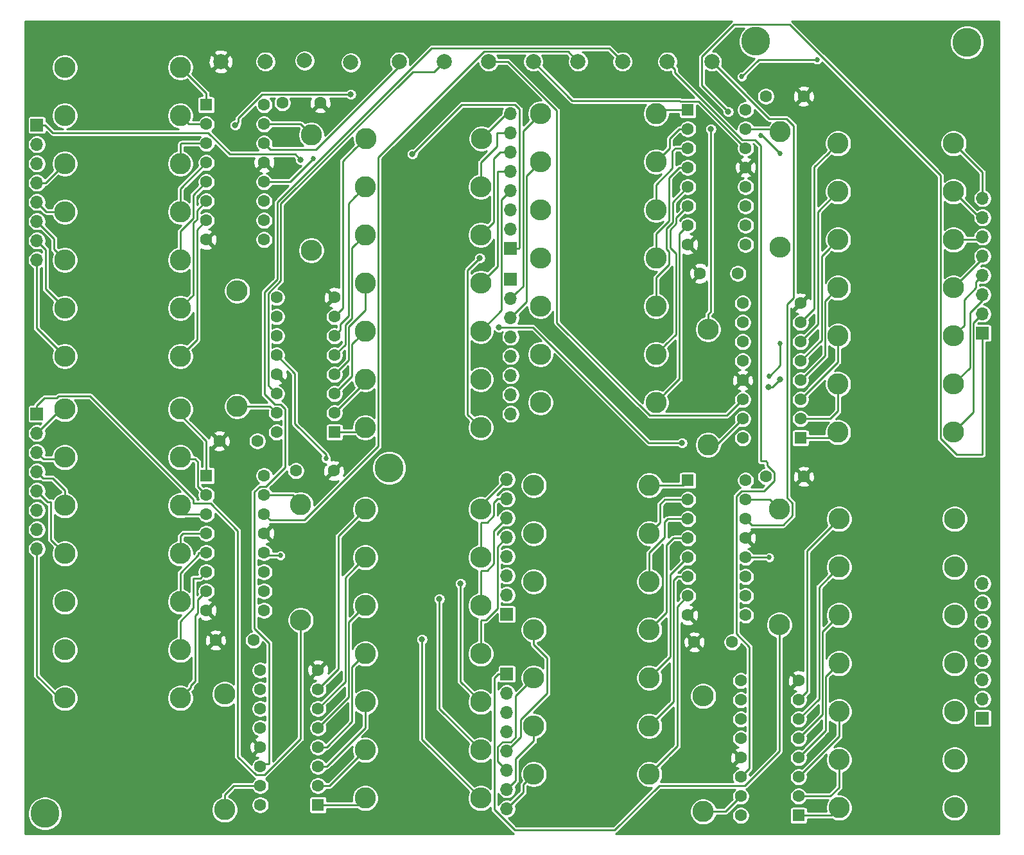
<source format=gbr>
G04 #@! TF.GenerationSoftware,KiCad,Pcbnew,(5.1.5)-3*
G04 #@! TF.CreationDate,2020-06-28T21:35:15-07:00*
G04 #@! TF.ProjectId,LED_MATRIX_SHEET_2,4c45445f-4d41-4545-9249-585f53484545,rev?*
G04 #@! TF.SameCoordinates,Original*
G04 #@! TF.FileFunction,Copper,L1,Top*
G04 #@! TF.FilePolarity,Positive*
%FSLAX46Y46*%
G04 Gerber Fmt 4.6, Leading zero omitted, Abs format (unit mm)*
G04 Created by KiCad (PCBNEW (5.1.5)-3) date 2020-06-28 21:35:15*
%MOMM*%
%LPD*%
G04 APERTURE LIST*
%ADD10O,2.800000X2.800000*%
%ADD11C,2.800000*%
%ADD12O,1.700000X1.700000*%
%ADD13R,1.700000X1.700000*%
%ADD14C,3.800000*%
%ADD15R,1.600000X1.600000*%
%ADD16C,1.600000*%
%ADD17C,2.000000*%
%ADD18C,0.685800*%
%ADD19C,0.800000*%
%ADD20C,0.254000*%
%ADD21C,0.250000*%
G04 APERTURE END LIST*
D10*
X28829000Y-110617000D03*
D11*
X44069000Y-110617000D03*
D10*
X83693000Y-92075000D03*
D11*
X68453000Y-92075000D03*
D10*
X83820000Y-36830000D03*
D11*
X68580000Y-36830000D03*
D12*
X149860000Y-95504000D03*
X149860000Y-98044000D03*
X149860000Y-100584000D03*
X149860000Y-103124000D03*
X149860000Y-105664000D03*
X149860000Y-108204000D03*
X149860000Y-110744000D03*
D13*
X149860000Y-113284000D03*
D12*
X87122000Y-125222000D03*
X87122000Y-122682000D03*
X87122000Y-120142000D03*
X87122000Y-117602000D03*
X87122000Y-115062000D03*
X87122000Y-112522000D03*
X87122000Y-109982000D03*
D13*
X87122000Y-107442000D03*
D12*
X87122000Y-81788000D03*
X87122000Y-84328000D03*
X87122000Y-86868000D03*
X87122000Y-89408000D03*
X87122000Y-91948000D03*
X87122000Y-94488000D03*
X87122000Y-97028000D03*
D13*
X87122000Y-99568000D03*
D12*
X25146000Y-90932000D03*
X25146000Y-88392000D03*
X25146000Y-85852000D03*
X25146000Y-83312000D03*
X25146000Y-80772000D03*
X25146000Y-78232000D03*
X25146000Y-75692000D03*
D13*
X25146000Y-73152000D03*
D12*
X87630000Y-73152000D03*
X87630000Y-70612000D03*
X87630000Y-68072000D03*
X87630000Y-65532000D03*
X87630000Y-62992000D03*
X87630000Y-60452000D03*
X87630000Y-57912000D03*
D13*
X87630000Y-55372000D03*
D12*
X149860000Y-44704000D03*
X149860000Y-47244000D03*
X149860000Y-49784000D03*
X149860000Y-52324000D03*
X149860000Y-54864000D03*
X149860000Y-57404000D03*
X149860000Y-59944000D03*
D13*
X149860000Y-62484000D03*
D12*
X87630000Y-33528000D03*
X87630000Y-36068000D03*
X87630000Y-38608000D03*
X87630000Y-41148000D03*
X87630000Y-43688000D03*
X87630000Y-46228000D03*
X87630000Y-48768000D03*
D13*
X87630000Y-51308000D03*
D12*
X25146000Y-52832000D03*
X25146000Y-50292000D03*
X25146000Y-47752000D03*
X25146000Y-45212000D03*
X25146000Y-42672000D03*
X25146000Y-40132000D03*
X25146000Y-37592000D03*
D13*
X25146000Y-35052000D03*
D14*
X71628000Y-80264000D03*
X26225500Y-125857000D03*
X119951500Y-24003000D03*
X147828000Y-24130000D03*
D15*
X64389000Y-75565000D03*
D16*
X64389000Y-73025000D03*
X64389000Y-70485000D03*
X64389000Y-67945000D03*
X64389000Y-65405000D03*
X64389000Y-62865000D03*
X64389000Y-60325000D03*
X56769000Y-60325000D03*
X56769000Y-62865000D03*
X56769000Y-65405000D03*
X56769000Y-67945000D03*
X56769000Y-70485000D03*
X56769000Y-73025000D03*
X56769000Y-75565000D03*
X64389000Y-57785000D03*
X56769000Y-57785000D03*
X55118000Y-99060000D03*
X47498000Y-99060000D03*
X55118000Y-81280000D03*
X55118000Y-83820000D03*
X55118000Y-86360000D03*
X55118000Y-88900000D03*
X55118000Y-91440000D03*
X55118000Y-93980000D03*
X55118000Y-96520000D03*
X47498000Y-96520000D03*
X47498000Y-93980000D03*
X47498000Y-91440000D03*
X47498000Y-88900000D03*
X47498000Y-86360000D03*
X47498000Y-83820000D03*
D15*
X47498000Y-81280000D03*
D11*
X106807000Y-52578000D03*
D10*
X91567000Y-52578000D03*
X83693000Y-68580000D03*
D11*
X68453000Y-68580000D03*
D16*
X64309000Y-80645000D03*
X59309000Y-80645000D03*
D15*
X47498000Y-32385000D03*
D16*
X47498000Y-34925000D03*
X47498000Y-37465000D03*
X47498000Y-40005000D03*
X47498000Y-42545000D03*
X47498000Y-45085000D03*
X47498000Y-47625000D03*
X55118000Y-47625000D03*
X55118000Y-45085000D03*
X55118000Y-42545000D03*
X55118000Y-40005000D03*
X55118000Y-37465000D03*
X55118000Y-34925000D03*
X55118000Y-32385000D03*
X47498000Y-50165000D03*
X55118000Y-50165000D03*
X62531000Y-32131000D03*
X57531000Y-32131000D03*
X54229000Y-76708000D03*
X49229000Y-76708000D03*
X117602000Y-54610000D03*
X112602000Y-54610000D03*
X121285000Y-31242000D03*
X126285000Y-31242000D03*
X53721000Y-102997000D03*
X48721000Y-102997000D03*
X126285000Y-81407000D03*
X121285000Y-81407000D03*
X111840000Y-103251000D03*
X116840000Y-103251000D03*
D17*
X49403000Y-26670000D03*
X55291181Y-26670000D03*
X66548000Y-26797000D03*
X60452000Y-26543000D03*
X72955724Y-26670000D03*
X78843905Y-26670000D03*
X84732086Y-26670000D03*
X90620267Y-26670000D03*
X96508448Y-26670000D03*
X102396629Y-26670000D03*
X108284810Y-26670000D03*
X114173000Y-26670000D03*
D11*
X44069000Y-65532000D03*
D10*
X28829000Y-65532000D03*
X28829000Y-59182000D03*
D11*
X44069000Y-59182000D03*
D10*
X28829000Y-52832000D03*
D11*
X44069000Y-52832000D03*
X44069000Y-46482000D03*
D10*
X28829000Y-46482000D03*
X28829000Y-40132000D03*
D11*
X44069000Y-40132000D03*
X44069000Y-33782000D03*
D10*
X28829000Y-33782000D03*
X28829000Y-27432000D03*
D11*
X44069000Y-27432000D03*
X61341000Y-36322000D03*
D10*
X61341000Y-51562000D03*
X83693000Y-43180000D03*
D11*
X68453000Y-43180000D03*
X68453000Y-49530000D03*
D10*
X83693000Y-49530000D03*
X83693000Y-55880000D03*
D11*
X68453000Y-55880000D03*
X68453000Y-62230000D03*
D10*
X83693000Y-62230000D03*
D11*
X68453000Y-74930000D03*
D10*
X83693000Y-74930000D03*
X51562000Y-56896000D03*
D11*
X51562000Y-72136000D03*
X130810000Y-37465000D03*
D10*
X146050000Y-37465000D03*
X146050000Y-43815000D03*
D11*
X130810000Y-43815000D03*
D10*
X146050000Y-50165000D03*
D11*
X130810000Y-50165000D03*
X130810000Y-56515000D03*
D10*
X146050000Y-56515000D03*
X146050000Y-62865000D03*
D11*
X130810000Y-62865000D03*
X130810000Y-69215000D03*
D10*
X146050000Y-69215000D03*
X146050000Y-75565000D03*
D11*
X130810000Y-75565000D03*
X113665000Y-77216000D03*
D10*
X113665000Y-61976000D03*
X91567000Y-71628000D03*
D11*
X106807000Y-71628000D03*
X106807000Y-65278000D03*
D10*
X91567000Y-65278000D03*
X91567000Y-58928000D03*
D11*
X106807000Y-58928000D03*
D10*
X91567000Y-46228000D03*
D11*
X106807000Y-46228000D03*
X106807000Y-39878000D03*
D10*
X91567000Y-39878000D03*
X91567000Y-33528000D03*
D11*
X106807000Y-33528000D03*
X123190000Y-35941000D03*
D10*
X123190000Y-51181000D03*
D11*
X44069000Y-104267000D03*
D10*
X28829000Y-104267000D03*
D11*
X44069000Y-97917000D03*
D10*
X28829000Y-97917000D03*
X28829000Y-91567000D03*
D11*
X44069000Y-91567000D03*
X44069000Y-85217000D03*
D10*
X28829000Y-85217000D03*
X28829000Y-78867000D03*
D11*
X44069000Y-78867000D03*
X44069000Y-72517000D03*
D10*
X28829000Y-72517000D03*
X59944000Y-100330000D03*
D11*
X59944000Y-85090000D03*
X68453000Y-85725000D03*
D10*
X83693000Y-85725000D03*
D11*
X68453000Y-98425000D03*
D10*
X83693000Y-98425000D03*
X83693000Y-104775000D03*
D11*
X68453000Y-104775000D03*
X68453000Y-111125000D03*
D10*
X83693000Y-111125000D03*
X83693000Y-117475000D03*
D11*
X68453000Y-117475000D03*
X68453000Y-123825000D03*
D10*
X83693000Y-123825000D03*
X49911000Y-110109000D03*
D11*
X49911000Y-125349000D03*
D10*
X90678000Y-120650000D03*
D11*
X105918000Y-120650000D03*
X105918000Y-114300000D03*
D10*
X90678000Y-114300000D03*
D11*
X105918000Y-107950000D03*
D10*
X90678000Y-107950000D03*
D11*
X105918000Y-101600000D03*
D10*
X90678000Y-101600000D03*
X90678000Y-95250000D03*
D11*
X105918000Y-95250000D03*
X105918000Y-88900000D03*
D10*
X90678000Y-88900000D03*
X90678000Y-82550000D03*
D11*
X105918000Y-82550000D03*
X123063000Y-85725000D03*
D10*
X123063000Y-100965000D03*
D11*
X130937000Y-86995000D03*
D10*
X146177000Y-86995000D03*
X146177000Y-93345000D03*
D11*
X130937000Y-93345000D03*
D10*
X146177000Y-99695000D03*
D11*
X130937000Y-99695000D03*
X130937000Y-106045000D03*
D10*
X146177000Y-106045000D03*
X146177000Y-112395000D03*
D11*
X130937000Y-112395000D03*
X130937000Y-118745000D03*
D10*
X146177000Y-118745000D03*
X146177000Y-125095000D03*
D11*
X130937000Y-125095000D03*
D10*
X113030000Y-110363000D03*
D11*
X113030000Y-125603000D03*
D16*
X118237000Y-58547000D03*
X125857000Y-58547000D03*
X118237000Y-76327000D03*
X118237000Y-73787000D03*
X118237000Y-71247000D03*
X118237000Y-68707000D03*
X118237000Y-66167000D03*
X118237000Y-63627000D03*
X118237000Y-61087000D03*
X125857000Y-61087000D03*
X125857000Y-63627000D03*
X125857000Y-66167000D03*
X125857000Y-68707000D03*
X125857000Y-71247000D03*
X125857000Y-73787000D03*
D15*
X125857000Y-76327000D03*
D16*
X118618000Y-50800000D03*
X110998000Y-50800000D03*
X118618000Y-33020000D03*
X118618000Y-35560000D03*
X118618000Y-38100000D03*
X118618000Y-40640000D03*
X118618000Y-43180000D03*
X118618000Y-45720000D03*
X118618000Y-48260000D03*
X110998000Y-48260000D03*
X110998000Y-45720000D03*
X110998000Y-43180000D03*
X110998000Y-40640000D03*
X110998000Y-38100000D03*
X110998000Y-35560000D03*
D15*
X110998000Y-33020000D03*
D16*
X54610000Y-106934000D03*
X62230000Y-106934000D03*
X54610000Y-124714000D03*
X54610000Y-122174000D03*
X54610000Y-119634000D03*
X54610000Y-117094000D03*
X54610000Y-114554000D03*
X54610000Y-112014000D03*
X54610000Y-109474000D03*
X62230000Y-109474000D03*
X62230000Y-112014000D03*
X62230000Y-114554000D03*
X62230000Y-117094000D03*
X62230000Y-119634000D03*
X62230000Y-122174000D03*
D15*
X62230000Y-124714000D03*
X110998000Y-81915000D03*
D16*
X110998000Y-84455000D03*
X110998000Y-86995000D03*
X110998000Y-89535000D03*
X110998000Y-92075000D03*
X110998000Y-94615000D03*
X110998000Y-97155000D03*
X118618000Y-97155000D03*
X118618000Y-94615000D03*
X118618000Y-92075000D03*
X118618000Y-89535000D03*
X118618000Y-86995000D03*
X118618000Y-84455000D03*
X118618000Y-81915000D03*
X110998000Y-99695000D03*
X118618000Y-99695000D03*
D15*
X125603000Y-126111000D03*
D16*
X125603000Y-123571000D03*
X125603000Y-121031000D03*
X125603000Y-118491000D03*
X125603000Y-115951000D03*
X125603000Y-113411000D03*
X125603000Y-110871000D03*
X117983000Y-110871000D03*
X117983000Y-113411000D03*
X117983000Y-115951000D03*
X117983000Y-118491000D03*
X117983000Y-121031000D03*
X117983000Y-123571000D03*
X117983000Y-126111000D03*
X125603000Y-108331000D03*
X117983000Y-108331000D03*
D18*
X57277000Y-91821000D03*
X63261999Y-79002029D03*
X61595000Y-39497000D03*
X118110000Y-28651200D03*
X128066800Y-26416000D03*
X121742200Y-92075000D03*
X123190000Y-63804800D03*
X121742101Y-68173600D03*
X123139200Y-38811200D03*
X120599200Y-36423600D03*
D19*
X59944000Y-39624000D03*
X51308000Y-35052000D03*
X66548000Y-30988000D03*
X74676000Y-38862000D03*
X114046000Y-35560000D03*
X116332000Y-33274000D03*
X123190000Y-68580000D03*
X121666000Y-69596000D03*
X110236000Y-76962000D03*
X86106000Y-61722000D03*
X83566000Y-52578000D03*
X81026000Y-95504000D03*
X78232000Y-97536000D03*
X75946000Y-102870000D03*
D20*
X55499000Y-91821000D02*
X55118000Y-91440000D01*
X57277000Y-91821000D02*
X55499000Y-91821000D01*
X63261999Y-78517096D02*
X59182000Y-74437097D01*
X63261999Y-79002029D02*
X63261999Y-78517096D01*
X59182000Y-67818000D02*
X56769000Y-65405000D01*
X59182000Y-74437097D02*
X59182000Y-67818000D01*
X58547000Y-42545000D02*
X61595000Y-39497000D01*
X55118000Y-42545000D02*
X58547000Y-42545000D01*
X118110000Y-28651200D02*
X120345200Y-26416000D01*
X120345200Y-26416000D02*
X128066800Y-26416000D01*
X118618000Y-92075000D02*
X121742200Y-92075000D01*
X123190000Y-63804800D02*
X123190000Y-66751200D01*
X123190000Y-66751200D02*
X121767600Y-68173600D01*
X121767600Y-68173600D02*
X121742101Y-68173600D01*
X123139200Y-38811200D02*
X120751600Y-36423600D01*
X120751600Y-36423600D02*
X120599200Y-36423600D01*
X55917999Y-38264999D02*
X55118000Y-37465000D01*
X61953963Y-38264999D02*
X55917999Y-38264999D01*
X72955724Y-26670000D02*
X72955724Y-27263238D01*
X72955724Y-27263238D02*
X61953963Y-38264999D01*
X55969001Y-69685001D02*
X56769000Y-70485000D01*
X57309961Y-55576077D02*
X55641999Y-57244039D01*
X57309961Y-45417077D02*
X57309961Y-55576077D01*
X55641999Y-69357999D02*
X55969001Y-69685001D01*
X74730037Y-27997001D02*
X57309961Y-45417077D01*
X77516904Y-27997001D02*
X74730037Y-27997001D01*
X55641999Y-57244039D02*
X55641999Y-69357999D01*
X78843905Y-26670000D02*
X77516904Y-27997001D01*
X87264962Y-26670000D02*
X93726000Y-33131038D01*
X84732086Y-26670000D02*
X87264962Y-26670000D01*
X117437001Y-72046999D02*
X118237000Y-71247000D01*
X116128999Y-73355001D02*
X117437001Y-72046999D01*
X105978039Y-73355001D02*
X116128999Y-73355001D01*
X93726000Y-61102962D02*
X105978039Y-73355001D01*
X93726000Y-33131038D02*
X93726000Y-61102962D01*
X109997999Y-31892999D02*
X112410999Y-31892999D01*
X109905999Y-31800999D02*
X109997999Y-31892999D01*
X90620267Y-26670000D02*
X95751266Y-31800999D01*
X112410999Y-31892999D02*
X118618000Y-38100000D01*
X95751266Y-31800999D02*
X109905999Y-31800999D01*
X26250000Y-35052000D02*
X25146000Y-35052000D01*
X27250001Y-36052001D02*
X26250000Y-35052000D01*
X47752963Y-36052001D02*
X27250001Y-36052001D01*
X50578961Y-38877999D02*
X47752963Y-36052001D01*
X59197999Y-38877999D02*
X50578961Y-38877999D01*
X59944000Y-39624000D02*
X59197999Y-38877999D01*
X88194961Y-32350999D02*
X81187001Y-32350999D01*
X88807001Y-32963039D02*
X88194961Y-32350999D01*
X88807001Y-51234999D02*
X88807001Y-32963039D01*
X87630000Y-51308000D02*
X88734000Y-51308000D01*
X88734000Y-51308000D02*
X88807001Y-51234999D01*
X81187001Y-32350999D02*
X74676000Y-38862000D01*
X51707999Y-34127039D02*
X54847038Y-30988000D01*
X51308000Y-35052000D02*
X51707999Y-34652001D01*
X51707999Y-34652001D02*
X51707999Y-34127039D01*
X54847038Y-30988000D02*
X66548000Y-30988000D01*
X113665000Y-59996102D02*
X114046000Y-59615102D01*
X113665000Y-61976000D02*
X113665000Y-59996102D01*
X114046000Y-59615102D02*
X114046000Y-35560000D01*
X144322999Y-41680745D02*
X144322999Y-76393961D01*
X112845999Y-29787999D02*
X112845999Y-26033039D01*
X144322999Y-76393961D02*
X146415038Y-78486000D01*
X116332000Y-33274000D02*
X112845999Y-29787999D01*
X124418253Y-21775999D02*
X144322999Y-41680745D01*
X112845999Y-26033039D02*
X117103039Y-21775999D01*
X117103039Y-21775999D02*
X124418253Y-21775999D01*
X146415038Y-78486000D02*
X149860000Y-78486000D01*
X149860000Y-78486000D02*
X149860000Y-62484000D01*
X123190000Y-68580000D02*
X122174000Y-69596000D01*
X122174000Y-69596000D02*
X121666000Y-69596000D01*
X105806962Y-76962000D02*
X90566962Y-61722000D01*
X110236000Y-76962000D02*
X105806962Y-76962000D01*
X90566962Y-61722000D02*
X86106000Y-61722000D01*
X25146000Y-72048000D02*
X25146000Y-73152000D01*
X26150001Y-71043999D02*
X25146000Y-72048000D01*
X51638001Y-118329963D02*
X51638001Y-88546041D01*
X54069039Y-120761001D02*
X51638001Y-118329963D01*
X51638001Y-88546041D02*
X48038961Y-84947001D01*
X55150961Y-120761001D02*
X54069039Y-120761001D01*
X59944000Y-115967962D02*
X55150961Y-120761001D01*
X59944000Y-100330000D02*
X59944000Y-115967962D01*
D21*
X45794001Y-84388999D02*
X45794001Y-84947001D01*
X47132999Y-84947001D02*
X48038961Y-84947001D01*
X45794001Y-84947001D02*
X47132999Y-84947001D01*
X28000999Y-70791999D02*
X32183999Y-70791999D01*
X27748999Y-71043999D02*
X28000999Y-70791999D01*
X32183999Y-70791999D02*
X32512000Y-71120000D01*
X26150001Y-71043999D02*
X27748999Y-71043999D01*
X32512000Y-71120000D02*
X45794001Y-84388999D01*
X32449001Y-71043999D02*
X32512000Y-71120000D01*
D20*
X85490989Y-125332951D02*
X88174038Y-128016000D01*
X87122000Y-107442000D02*
X86018000Y-107442000D01*
X85490989Y-107969011D02*
X85490989Y-125332951D01*
X86018000Y-107442000D02*
X85490989Y-107969011D01*
X88174038Y-128016000D02*
X101346000Y-128016000D01*
X123063000Y-102944898D02*
X123063000Y-100965000D01*
X123063000Y-117618962D02*
X123063000Y-102944898D01*
X118523961Y-122158001D02*
X123063000Y-117618962D01*
X107203999Y-122158001D02*
X118523961Y-122158001D01*
X101346000Y-128016000D02*
X107203999Y-122158001D01*
X60429963Y-87159999D02*
X55917999Y-87159999D01*
X70180001Y-77409961D02*
X60429963Y-87159999D01*
X70180001Y-39258123D02*
X70180001Y-77409961D01*
X84095125Y-25342999D02*
X70180001Y-39258123D01*
X55917999Y-87159999D02*
X55118000Y-86360000D01*
X95181447Y-25342999D02*
X84095125Y-25342999D01*
X96508448Y-26670000D02*
X95181447Y-25342999D01*
X55737001Y-103345039D02*
X55737001Y-119268999D01*
X53848000Y-101456038D02*
X55737001Y-103345039D01*
X53848000Y-83422038D02*
X53848000Y-101456038D01*
X54577039Y-82692999D02*
X53848000Y-83422038D01*
X55372963Y-82692999D02*
X54577039Y-82692999D01*
X77195982Y-24888989D02*
X56855951Y-45229020D01*
X102396629Y-26670000D02*
X100615618Y-24888989D01*
X56514037Y-71897999D02*
X57309961Y-71897999D01*
X57896001Y-72484039D02*
X57896001Y-80169961D01*
X100615618Y-24888989D02*
X77195982Y-24888989D01*
X56855951Y-55388021D02*
X55187989Y-57055982D01*
X57896001Y-80169961D02*
X55372963Y-82692999D01*
X55187989Y-57055982D02*
X55187989Y-70571951D01*
X56855951Y-45229020D02*
X56855951Y-55388021D01*
X55187989Y-70571951D02*
X56514037Y-71897999D01*
X57309961Y-71897999D02*
X57896001Y-72484039D01*
X54975001Y-119268999D02*
X54610000Y-119634000D01*
X55737001Y-119268999D02*
X54975001Y-119268999D01*
X118782999Y-120231001D02*
X117983000Y-121031000D01*
X119110001Y-119903999D02*
X118782999Y-120231001D01*
X119110001Y-103853039D02*
X119110001Y-119903999D01*
X117380961Y-102123999D02*
X119110001Y-103853039D01*
X117380961Y-84024077D02*
X117380961Y-102123999D01*
X118077039Y-83327999D02*
X117380961Y-84024077D01*
X122412001Y-81947961D02*
X121031963Y-83327999D01*
X122412001Y-80866039D02*
X122412001Y-81947961D01*
X121462999Y-79917037D02*
X122412001Y-80866039D01*
X121031963Y-83327999D02*
X118077039Y-83327999D01*
X121462999Y-79552601D02*
X121462999Y-79917037D01*
X119827799Y-36972999D02*
X120599200Y-37744400D01*
X118133065Y-36972999D02*
X119827799Y-36972999D01*
X120599200Y-39217600D02*
X120599200Y-79349600D01*
X120599200Y-37744400D02*
X120599200Y-39217600D01*
X120599200Y-39074036D02*
X120599200Y-39217600D01*
X108284810Y-26670000D02*
X109284809Y-27669999D01*
X109284809Y-28124743D02*
X118133065Y-36972999D01*
X109284809Y-27669999D02*
X109284809Y-28124743D01*
D21*
X121259998Y-79349600D02*
X121462999Y-79552601D01*
X120599200Y-79349600D02*
X121259998Y-79349600D01*
D20*
X119417999Y-87794999D02*
X118618000Y-86995000D01*
X123548963Y-87794999D02*
X119417999Y-87794999D01*
X124790001Y-86553961D02*
X123548963Y-87794999D01*
X124079000Y-58657038D02*
X124079000Y-84185038D01*
X124917001Y-57819037D02*
X124079000Y-58657038D01*
X124790001Y-84896039D02*
X124790001Y-86553961D01*
X124917001Y-35112039D02*
X124917001Y-57819037D01*
X124079000Y-84185038D02*
X124790001Y-84896039D01*
X124018961Y-34213999D02*
X124917001Y-35112039D01*
X121716999Y-34213999D02*
X124018961Y-34213999D01*
X114173000Y-26670000D02*
X121716999Y-34213999D01*
X47498000Y-47625000D02*
X46250011Y-48872989D01*
X46250011Y-63350989D02*
X44069000Y-65532000D01*
X46250011Y-48872989D02*
X46250011Y-63350989D01*
X46250011Y-47499018D02*
X45984057Y-47764971D01*
X47498000Y-45085000D02*
X46250011Y-46332989D01*
X46250011Y-46332989D02*
X46250011Y-47499018D01*
X45468999Y-57782001D02*
X44069000Y-59182000D01*
X45796001Y-57454999D02*
X45468999Y-57782001D01*
X45796001Y-47953027D02*
X45796001Y-57454999D01*
X45984057Y-47764971D02*
X45796001Y-47953027D01*
X44069000Y-49037962D02*
X44069000Y-52832000D01*
X45796001Y-47310961D02*
X44069000Y-49037962D01*
X47498000Y-42545000D02*
X45796001Y-44246999D01*
X45796001Y-44246999D02*
X45796001Y-47310961D01*
X44069000Y-43434000D02*
X44069000Y-46482000D01*
X47498000Y-40005000D02*
X44069000Y-43434000D01*
X47498000Y-37465000D02*
X44196000Y-37465000D01*
X44069000Y-37592000D02*
X44069000Y-40132000D01*
X44196000Y-37465000D02*
X44069000Y-37592000D01*
X45212000Y-34925000D02*
X44069000Y-33782000D01*
X47498000Y-34925000D02*
X45212000Y-34925000D01*
X47498000Y-30861000D02*
X44069000Y-27432000D01*
X47498000Y-32385000D02*
X47498000Y-30861000D01*
X59944000Y-34925000D02*
X61341000Y-36322000D01*
X55118000Y-34925000D02*
X59944000Y-34925000D01*
X65516001Y-59197999D02*
X65516001Y-39766999D01*
X67053001Y-38229999D02*
X68453000Y-36830000D01*
X65516001Y-39766999D02*
X67053001Y-38229999D01*
X64389000Y-60325000D02*
X65516001Y-59197999D01*
X64389000Y-62865000D02*
X64389000Y-62992000D01*
X66271989Y-60220011D02*
X66271989Y-45361011D01*
X65188999Y-61303001D02*
X66271989Y-60220011D01*
X67053001Y-44579999D02*
X68453000Y-43180000D01*
X65188999Y-62065001D02*
X65188999Y-61303001D01*
X66271989Y-45361011D02*
X67053001Y-44579999D01*
X64389000Y-62865000D02*
X65188999Y-62065001D01*
X67053001Y-50929999D02*
X68453000Y-49530000D01*
X64389000Y-65405000D02*
X65817979Y-63976021D01*
X66725999Y-60520935D02*
X66725999Y-51257001D01*
X65817979Y-61428954D02*
X66725999Y-60520935D01*
X65817979Y-63976021D02*
X65817979Y-61428954D01*
X66725999Y-51257001D02*
X67053001Y-50929999D01*
X66271989Y-66062011D02*
X66271989Y-61617011D01*
X64389000Y-67945000D02*
X66271989Y-66062011D01*
X68453000Y-59436000D02*
X68453000Y-55880000D01*
X66271989Y-61617011D02*
X68453000Y-59436000D01*
X66725999Y-63957001D02*
X67053001Y-63629999D01*
X67053001Y-63629999D02*
X68453000Y-62230000D01*
X66725999Y-68148001D02*
X66725999Y-63957001D01*
X64389000Y-70485000D02*
X66725999Y-68148001D01*
X68453000Y-68961000D02*
X68453000Y-68580000D01*
X64389000Y-73025000D02*
X68453000Y-68961000D01*
X67818000Y-75565000D02*
X68453000Y-74930000D01*
X64389000Y-75565000D02*
X67818000Y-75565000D01*
X55880000Y-72136000D02*
X56769000Y-73025000D01*
X51562000Y-72136000D02*
X55880000Y-72136000D01*
X129410001Y-38864999D02*
X130810000Y-37465000D01*
X127688990Y-59255010D02*
X127688990Y-40586010D01*
X127688990Y-40586010D02*
X129410001Y-38864999D01*
X125857000Y-61087000D02*
X127688990Y-59255010D01*
X125857000Y-63627000D02*
X128143000Y-61341000D01*
X128143000Y-46482000D02*
X130810000Y-43815000D01*
X128143000Y-61341000D02*
X128143000Y-46482000D01*
X129410001Y-51564999D02*
X130810000Y-50165000D01*
X128628989Y-52346011D02*
X129410001Y-51564999D01*
X128628989Y-63395011D02*
X128628989Y-52346011D01*
X125857000Y-66167000D02*
X128628989Y-63395011D01*
X129410001Y-57914999D02*
X130810000Y-56515000D01*
X129082999Y-58242001D02*
X129410001Y-57914999D01*
X129082999Y-65481001D02*
X129082999Y-58242001D01*
X125857000Y-68707000D02*
X129082999Y-65481001D01*
X130810000Y-66294000D02*
X130810000Y-62865000D01*
X125857000Y-71247000D02*
X130810000Y-66294000D01*
X125857000Y-73787000D02*
X129794000Y-73787000D01*
X130810000Y-72771000D02*
X130810000Y-69215000D01*
X129794000Y-73787000D02*
X130810000Y-72771000D01*
X130048000Y-76327000D02*
X130810000Y-75565000D01*
X125857000Y-76327000D02*
X130048000Y-76327000D01*
X114808000Y-77216000D02*
X113665000Y-77216000D01*
X118237000Y-73787000D02*
X114808000Y-77216000D01*
X109896030Y-68538970D02*
X108206999Y-70228001D01*
X108206999Y-70228001D02*
X106807000Y-71628000D01*
X109896030Y-51365992D02*
X109896030Y-68538970D01*
X109870999Y-51340961D02*
X109896030Y-51365992D01*
X109870999Y-49387001D02*
X109870999Y-51340961D01*
X110998000Y-48260000D02*
X109870999Y-49387001D01*
X108206999Y-63878001D02*
X106807000Y-65278000D01*
X109442021Y-48052113D02*
X108658010Y-48836124D01*
X110998000Y-45720000D02*
X109442021Y-47275979D01*
X109442021Y-47275979D02*
X109442021Y-48052113D01*
X109442020Y-52014991D02*
X109442020Y-62642980D01*
X109442020Y-62642980D02*
X109347000Y-62738000D01*
X108658010Y-51230981D02*
X109442020Y-52014991D01*
X108658010Y-48836124D02*
X108658010Y-51230981D01*
X109347000Y-62738000D02*
X108206999Y-63878001D01*
X109442021Y-62642979D02*
X109347000Y-62738000D01*
X108534001Y-53406961D02*
X106807000Y-55133962D01*
X108534001Y-51749039D02*
X108534001Y-53406961D01*
X106807000Y-55133962D02*
X106807000Y-58928000D01*
X108988011Y-45189989D02*
X108988011Y-47864056D01*
X108204000Y-48648067D02*
X108204000Y-51419038D01*
X110998000Y-43180000D02*
X108988011Y-45189989D01*
X108988011Y-47864056D02*
X108204000Y-48648067D01*
X108204000Y-51419038D02*
X108534001Y-51749039D01*
X108534001Y-41972629D02*
X108534001Y-47675999D01*
X110998000Y-40640000D02*
X109866630Y-40640000D01*
X109866630Y-40640000D02*
X108534001Y-41972629D01*
X106807000Y-49403000D02*
X106807000Y-52578000D01*
X108534001Y-47675999D02*
X106807000Y-49403000D01*
X110998000Y-38100000D02*
X109347000Y-38100000D01*
X108966000Y-38481000D02*
X108966000Y-40767000D01*
X109347000Y-38100000D02*
X108966000Y-38481000D01*
X106807000Y-42926000D02*
X106807000Y-46228000D01*
X108966000Y-40767000D02*
X106807000Y-42926000D01*
X109866630Y-35560000D02*
X108596630Y-36830000D01*
X110998000Y-35560000D02*
X109866630Y-35560000D01*
X108596630Y-38088370D02*
X106807000Y-39878000D01*
X108596630Y-36830000D02*
X108596630Y-38088370D01*
X107315000Y-33020000D02*
X106807000Y-33528000D01*
X110998000Y-33020000D02*
X107315000Y-33020000D01*
X122047000Y-35941000D02*
X123190000Y-35941000D01*
X122809000Y-35560000D02*
X123190000Y-35941000D01*
X118618000Y-35560000D02*
X122809000Y-35560000D01*
X45468999Y-109217001D02*
X44069000Y-110617000D01*
D21*
X45468999Y-108963001D02*
X45468999Y-109217001D01*
X46063001Y-108368999D02*
X45468999Y-108963001D01*
X46372999Y-99423001D02*
X46372999Y-97645001D01*
X46372999Y-97645001D02*
X46698001Y-97319999D01*
X46063001Y-99732999D02*
X46372999Y-99423001D01*
X46698001Y-97319999D02*
X47498000Y-96520000D01*
X46063001Y-108368999D02*
X46063001Y-99732999D01*
D20*
X44069000Y-100472962D02*
X44069000Y-104267000D01*
X45796001Y-98745961D02*
X44069000Y-100472962D01*
X45796001Y-94804629D02*
X45796001Y-98745961D01*
D21*
X46673371Y-94804629D02*
X47498000Y-93980000D01*
X45796001Y-94804629D02*
X46673371Y-94804629D01*
D20*
X44069000Y-94122962D02*
X44069000Y-97917000D01*
X47498000Y-91440000D02*
X46497962Y-91440000D01*
D21*
X44069000Y-94122962D02*
X46482000Y-91709962D01*
X46482000Y-91455962D02*
X46497962Y-91440000D01*
X46482000Y-91709962D02*
X46482000Y-91455962D01*
D20*
X44069000Y-89587102D02*
X44069000Y-91567000D01*
D21*
X44069000Y-89587102D02*
X44069000Y-89281000D01*
X44069000Y-89281000D02*
X44450000Y-88900000D01*
D20*
X47498000Y-88900000D02*
X44450000Y-88900000D01*
X44450000Y-88900000D02*
X44502102Y-88900000D01*
X44958000Y-86106000D02*
X44069000Y-85217000D01*
X47498000Y-86360000D02*
X44450000Y-86360000D01*
X46370999Y-82692999D02*
X46370999Y-79486001D01*
X47498000Y-83820000D02*
X46370999Y-82692999D01*
X46005998Y-79121000D02*
X43561000Y-79121000D01*
X46370999Y-79486001D02*
X46005998Y-79121000D01*
X47498000Y-76708000D02*
X43561000Y-72771000D01*
X47498000Y-81280000D02*
X47498000Y-76708000D01*
X59944000Y-85090000D02*
X59944000Y-84836000D01*
X58928000Y-83820000D02*
X55118000Y-83820000D01*
X59944000Y-84836000D02*
X58928000Y-83820000D01*
X62230000Y-109474000D02*
X64897000Y-106807000D01*
X64897000Y-89281000D02*
X68453000Y-85725000D01*
X64897000Y-106807000D02*
X64897000Y-89281000D01*
X67053001Y-93474999D02*
X68453000Y-92075000D01*
X65817979Y-94710021D02*
X67053001Y-93474999D01*
X65817979Y-108426021D02*
X65817979Y-94710021D01*
X62230000Y-112014000D02*
X65817979Y-108426021D01*
X67053001Y-99824999D02*
X68453000Y-98425000D01*
X66271989Y-100606011D02*
X67053001Y-99824999D01*
X66271989Y-110512011D02*
X66271989Y-100606011D01*
X62230000Y-114554000D02*
X66271989Y-110512011D01*
X66725999Y-106502001D02*
X67053001Y-106174999D01*
X66725999Y-113729371D02*
X66725999Y-106502001D01*
X67053001Y-106174999D02*
X68453000Y-104775000D01*
X63361370Y-117094000D02*
X66725999Y-113729371D01*
X62230000Y-117094000D02*
X63361370Y-117094000D01*
X68453000Y-113104898D02*
X68453000Y-111125000D01*
X68453000Y-114542370D02*
X68453000Y-113104898D01*
X63361370Y-119634000D02*
X68453000Y-114542370D01*
X62230000Y-119634000D02*
X63361370Y-119634000D01*
X63754000Y-122174000D02*
X68453000Y-117475000D01*
X62230000Y-122174000D02*
X63754000Y-122174000D01*
X67564000Y-124714000D02*
X68453000Y-123825000D01*
X62230000Y-124714000D02*
X67564000Y-124714000D01*
X53478630Y-122174000D02*
X54610000Y-122174000D01*
X49911000Y-123369102D02*
X51106102Y-122174000D01*
X51106102Y-122174000D02*
X53478630Y-122174000D01*
X49911000Y-125349000D02*
X49911000Y-123369102D01*
X105918000Y-120650000D02*
X109601000Y-116967000D01*
X109601000Y-98552000D02*
X110998000Y-97155000D01*
X109601000Y-116967000D02*
X109601000Y-98552000D01*
X109123534Y-111094466D02*
X105918000Y-114300000D01*
X109123534Y-95092466D02*
X109123534Y-111094466D01*
X110998000Y-94615000D02*
X109601000Y-94615000D01*
X109601000Y-94615000D02*
X109123534Y-95092466D01*
X105918000Y-107950000D02*
X108669524Y-105198476D01*
X108669524Y-94403476D02*
X108712000Y-94361000D01*
X108669524Y-105198476D02*
X108669524Y-94403476D01*
X108712000Y-94361000D02*
X110998000Y-92075000D01*
X105918000Y-101600000D02*
X108215514Y-99302486D01*
X108215514Y-99302486D02*
X108215514Y-90412486D01*
X109093000Y-89535000D02*
X110998000Y-89535000D01*
X108215514Y-90412486D02*
X109093000Y-89535000D01*
X105918000Y-91455962D02*
X107950000Y-89423962D01*
X105918000Y-95250000D02*
X105918000Y-91455962D01*
X107950000Y-89423962D02*
X107950000Y-87376000D01*
X108331000Y-86995000D02*
X110998000Y-86995000D01*
X107950000Y-87376000D02*
X108331000Y-86995000D01*
X107317999Y-87500001D02*
X107317999Y-85087001D01*
X105918000Y-88900000D02*
X107317999Y-87500001D01*
X107950000Y-84455000D02*
X110998000Y-84455000D01*
X107317999Y-85087001D02*
X107950000Y-84455000D01*
X110363000Y-82550000D02*
X110998000Y-81915000D01*
X105918000Y-82550000D02*
X110363000Y-82550000D01*
X122047000Y-85725000D02*
X123063000Y-85725000D01*
X121793000Y-84455000D02*
X123063000Y-85725000D01*
X118618000Y-84455000D02*
X121793000Y-84455000D01*
X129537001Y-88394999D02*
X130937000Y-86995000D01*
X126730001Y-109743999D02*
X126730001Y-91201999D01*
X126730001Y-91201999D02*
X129537001Y-88394999D01*
X125603000Y-110871000D02*
X126730001Y-109743999D01*
X128301979Y-95980021D02*
X129537001Y-94744999D01*
X129537001Y-94744999D02*
X130937000Y-93345000D01*
X128301979Y-110712021D02*
X128301979Y-95980021D01*
X125603000Y-113411000D02*
X128301979Y-110712021D01*
X129537001Y-101094999D02*
X130937000Y-99695000D01*
X128755989Y-112798011D02*
X128755989Y-101876011D01*
X128755989Y-101876011D02*
X129537001Y-101094999D01*
X125603000Y-115951000D02*
X128755989Y-112798011D01*
X129537001Y-107444999D02*
X130937000Y-106045000D01*
X129209999Y-107772001D02*
X129537001Y-107444999D01*
X129209999Y-114884001D02*
X129209999Y-107772001D01*
X125603000Y-118491000D02*
X129209999Y-114884001D01*
X130937000Y-115697000D02*
X130937000Y-112395000D01*
X125603000Y-121031000D02*
X130937000Y-115697000D01*
X125603000Y-123571000D02*
X129794000Y-123571000D01*
X130937000Y-122428000D02*
X130937000Y-118745000D01*
X129794000Y-123571000D02*
X130937000Y-122428000D01*
X129921000Y-126111000D02*
X130937000Y-125095000D01*
X125603000Y-126111000D02*
X129921000Y-126111000D01*
X115951000Y-125603000D02*
X113030000Y-125603000D01*
X117983000Y-123571000D02*
X115951000Y-125603000D01*
X55118000Y-26843181D02*
X55291181Y-26670000D01*
X55372000Y-32131000D02*
X55118000Y-32385000D01*
X25146000Y-61849000D02*
X25146000Y-52832000D01*
X28829000Y-65532000D02*
X25146000Y-61849000D01*
X25995999Y-51141999D02*
X25146000Y-50292000D01*
X26323001Y-56676001D02*
X26323001Y-51469001D01*
X26323001Y-51469001D02*
X25995999Y-51141999D01*
X28829000Y-59182000D02*
X26323001Y-56676001D01*
X25995999Y-48601999D02*
X25146000Y-47752000D01*
X27429001Y-50035001D02*
X25995999Y-48601999D01*
X27429001Y-51432001D02*
X27429001Y-50035001D01*
X28829000Y-52832000D02*
X27429001Y-51432001D01*
X26416000Y-46482000D02*
X25146000Y-45212000D01*
X28829000Y-46482000D02*
X26416000Y-46482000D01*
X26289000Y-42672000D02*
X25146000Y-42672000D01*
X28829000Y-40132000D02*
X26289000Y-42672000D01*
X87122000Y-33528000D02*
X87630000Y-33528000D01*
X83820000Y-36830000D02*
X87122000Y-33528000D01*
X83693000Y-40005000D02*
X85852000Y-37846000D01*
X83693000Y-43180000D02*
X83693000Y-40005000D01*
X85852000Y-37846000D02*
X85852000Y-36068000D01*
X85852000Y-36068000D02*
X87630000Y-36068000D01*
X85420001Y-47802999D02*
X85420001Y-39446001D01*
X83693000Y-49530000D02*
X85420001Y-47802999D01*
X86258002Y-38608000D02*
X87630000Y-38608000D01*
X85420001Y-39446001D02*
X86258002Y-38608000D01*
X85874011Y-41148000D02*
X87630000Y-41148000D01*
X83693000Y-55880000D02*
X85874011Y-53698989D01*
X85874011Y-53698989D02*
X85874011Y-41148000D01*
X86780001Y-44537999D02*
X87630000Y-43688000D01*
X86452999Y-44865001D02*
X86780001Y-44537999D01*
X86452999Y-59470001D02*
X86452999Y-44865001D01*
X83693000Y-62230000D02*
X86452999Y-59470001D01*
X81965999Y-54178001D02*
X83566000Y-52578000D01*
X83693000Y-74930000D02*
X81965999Y-73202999D01*
X81965999Y-73202999D02*
X81965999Y-54178001D01*
X149860000Y-41275000D02*
X149860000Y-44704000D01*
X146050000Y-37465000D02*
X149860000Y-41275000D01*
X149479000Y-47244000D02*
X149860000Y-47244000D01*
X146050000Y-43815000D02*
X149479000Y-47244000D01*
X149479000Y-50165000D02*
X149860000Y-49784000D01*
X146050000Y-50165000D02*
X149479000Y-50165000D01*
X149860000Y-52705000D02*
X149860000Y-52324000D01*
X146050000Y-56515000D02*
X149860000Y-52705000D01*
X149010001Y-56512037D02*
X149010001Y-55713999D01*
X147449999Y-58072039D02*
X149010001Y-56512037D01*
X149010001Y-55713999D02*
X149860000Y-54864000D01*
X147449999Y-61465001D02*
X147449999Y-58072039D01*
X146050000Y-62865000D02*
X147449999Y-61465001D01*
X149860000Y-58166000D02*
X149860000Y-57404000D01*
X148228989Y-59797011D02*
X149860000Y-58166000D01*
X146050000Y-69215000D02*
X148228989Y-67036011D01*
X148228989Y-67036011D02*
X148228989Y-59797011D01*
X148682999Y-61121001D02*
X149010001Y-60793999D01*
X149010001Y-60793999D02*
X149860000Y-59944000D01*
X148682999Y-72932001D02*
X148682999Y-61121001D01*
X146050000Y-75565000D02*
X148682999Y-72932001D01*
X88479999Y-59602001D02*
X87630000Y-60452000D01*
X89715021Y-58366979D02*
X88479999Y-59602001D01*
X89715021Y-41729979D02*
X89715021Y-58366979D01*
X91567000Y-39878000D02*
X89715021Y-41729979D01*
X89261011Y-56280989D02*
X88479999Y-57062001D01*
X88479999Y-57062001D02*
X87630000Y-57912000D01*
X89261011Y-35833989D02*
X89261011Y-56280989D01*
X91567000Y-33528000D02*
X89261011Y-35833989D01*
X25146000Y-107696000D02*
X28321000Y-110871000D01*
X25146000Y-90932000D02*
X25146000Y-107696000D01*
X27429001Y-90167001D02*
X28829000Y-91567000D01*
X27101999Y-89839999D02*
X27429001Y-90167001D01*
X25146000Y-83312000D02*
X26593999Y-84759999D01*
D21*
X26593999Y-84759999D02*
X27000001Y-84759999D01*
X27000001Y-89738001D02*
X27101999Y-89839999D01*
X27000001Y-84759999D02*
X27000001Y-89738001D01*
D20*
X28829000Y-83237102D02*
X28829000Y-85217000D01*
D21*
X27213897Y-81621999D02*
X28829000Y-83237102D01*
X25995999Y-81621999D02*
X27213897Y-81621999D01*
X25146000Y-80772000D02*
X25995999Y-81621999D01*
D20*
X26035000Y-79121000D02*
X25146000Y-78232000D01*
X28575000Y-79121000D02*
X26289000Y-79121000D01*
D21*
X26035000Y-79121000D02*
X26289000Y-79121000D01*
D20*
X25400000Y-75692000D02*
X25146000Y-75692000D01*
D21*
X28321000Y-72517000D02*
X28829000Y-72517000D01*
X25146000Y-75692000D02*
X28321000Y-72517000D01*
D20*
X83693000Y-85217000D02*
X83693000Y-85725000D01*
X87122000Y-81788000D02*
X83693000Y-85217000D01*
X83693000Y-87579001D02*
X83693000Y-92075000D01*
X85919919Y-84328000D02*
X85420001Y-84827918D01*
X84521961Y-87452001D02*
X83820000Y-87452001D01*
X87122000Y-84328000D02*
X85919919Y-84328000D01*
X83820000Y-87452001D02*
X83693000Y-87579001D01*
X85420001Y-84827918D02*
X85420001Y-86553961D01*
X85420001Y-86553961D02*
X84521961Y-87452001D01*
X85420001Y-92903961D02*
X84521961Y-93802001D01*
X87122000Y-86868000D02*
X85420001Y-88569999D01*
X85420001Y-88569999D02*
X85420001Y-92903961D01*
X84521961Y-93802001D02*
X83820000Y-93802001D01*
X83693000Y-93929001D02*
X83693000Y-98425000D01*
X83820000Y-93802001D02*
X83693000Y-93929001D01*
X85874011Y-98799951D02*
X84343962Y-100330000D01*
X87122000Y-89408000D02*
X85874011Y-90655989D01*
X85874011Y-90655989D02*
X85874011Y-98799951D01*
X84343962Y-100330000D02*
X83820000Y-100330000D01*
X83693000Y-100457000D02*
X83693000Y-104775000D01*
X83820000Y-100330000D02*
X83693000Y-100457000D01*
X83693000Y-111125000D02*
X81026000Y-108458000D01*
X81026000Y-108458000D02*
X81026000Y-95504000D01*
X81026000Y-95504000D02*
X81026000Y-95504000D01*
X83693000Y-117475000D02*
X78232000Y-112014000D01*
X78232000Y-112014000D02*
X78232000Y-97536000D01*
X78232000Y-97536000D02*
X78232000Y-97536000D01*
X83693000Y-123825000D02*
X75946000Y-116078000D01*
X75946000Y-116078000D02*
X75946000Y-102870000D01*
X87971999Y-124372001D02*
X87122000Y-125222000D01*
X89278001Y-123065999D02*
X87971999Y-124372001D01*
X89278001Y-122049999D02*
X89278001Y-123065999D01*
X90678000Y-120650000D02*
X89278001Y-122049999D01*
X88299001Y-121504999D02*
X87971999Y-121832001D01*
X88299001Y-118658897D02*
X88299001Y-121504999D01*
X87971999Y-121832001D02*
X87122000Y-122682000D01*
X90678000Y-116279898D02*
X88299001Y-118658897D01*
X90678000Y-114300000D02*
X90678000Y-116279898D01*
X86272001Y-119292001D02*
X87122000Y-120142000D01*
X85944999Y-118964999D02*
X86272001Y-119292001D01*
X85944999Y-117037039D02*
X85944999Y-118964999D01*
X86557039Y-116424999D02*
X85944999Y-117037039D01*
X87656935Y-116424999D02*
X86557039Y-116424999D01*
X88299001Y-110328999D02*
X88299001Y-115782933D01*
X88299001Y-115782933D02*
X87656935Y-116424999D01*
X90678000Y-107950000D02*
X88299001Y-110328999D01*
X89408000Y-113014038D02*
X89408000Y-113030000D01*
X92405001Y-110017037D02*
X89408000Y-113014038D01*
X90678000Y-101600000D02*
X90678000Y-103579898D01*
X92405001Y-105306899D02*
X92405001Y-110017037D01*
X90678000Y-103579898D02*
X92405001Y-105306899D01*
X88950999Y-115773001D02*
X87971999Y-116752001D01*
X88950999Y-113471039D02*
X88950999Y-115773001D01*
X87971999Y-116752001D02*
X87122000Y-117602000D01*
X89408000Y-113014038D02*
X88950999Y-113471039D01*
G36*
X152006301Y-128511300D02*
G01*
X101463218Y-128511300D01*
X101541343Y-128487601D01*
X101629595Y-128440429D01*
X101706948Y-128376948D01*
X101722855Y-128357565D01*
X107414419Y-122666001D01*
X117217814Y-122666001D01*
X117065658Y-122818157D01*
X116936412Y-123011587D01*
X116847386Y-123226515D01*
X116802000Y-123454682D01*
X116802000Y-123687318D01*
X116847386Y-123915485D01*
X116868682Y-123966898D01*
X115740580Y-125095000D01*
X114744844Y-125095000D01*
X114742557Y-125083502D01*
X114608301Y-124759380D01*
X114413393Y-124467679D01*
X114165321Y-124219607D01*
X113873620Y-124024699D01*
X113549498Y-123890443D01*
X113205413Y-123822000D01*
X112854587Y-123822000D01*
X112510502Y-123890443D01*
X112186380Y-124024699D01*
X111894679Y-124219607D01*
X111646607Y-124467679D01*
X111451699Y-124759380D01*
X111317443Y-125083502D01*
X111249000Y-125427587D01*
X111249000Y-125778413D01*
X111317443Y-126122498D01*
X111451699Y-126446620D01*
X111646607Y-126738321D01*
X111894679Y-126986393D01*
X112186380Y-127181301D01*
X112510502Y-127315557D01*
X112854587Y-127384000D01*
X113205413Y-127384000D01*
X113549498Y-127315557D01*
X113873620Y-127181301D01*
X114165321Y-126986393D01*
X114413393Y-126738321D01*
X114608301Y-126446620D01*
X114742557Y-126122498D01*
X114744844Y-126111000D01*
X115926056Y-126111000D01*
X115951000Y-126113457D01*
X115975944Y-126111000D01*
X115975947Y-126111000D01*
X116050585Y-126103649D01*
X116146343Y-126074601D01*
X116234595Y-126027429D01*
X116274497Y-125994682D01*
X116802000Y-125994682D01*
X116802000Y-126227318D01*
X116847386Y-126455485D01*
X116936412Y-126670413D01*
X117065658Y-126863843D01*
X117230157Y-127028342D01*
X117423587Y-127157588D01*
X117638515Y-127246614D01*
X117866682Y-127292000D01*
X118099318Y-127292000D01*
X118327485Y-127246614D01*
X118542413Y-127157588D01*
X118735843Y-127028342D01*
X118900342Y-126863843D01*
X119029588Y-126670413D01*
X119118614Y-126455485D01*
X119164000Y-126227318D01*
X119164000Y-125994682D01*
X119118614Y-125766515D01*
X119029588Y-125551587D01*
X118900342Y-125358157D01*
X118853185Y-125311000D01*
X124420157Y-125311000D01*
X124420157Y-126911000D01*
X124427513Y-126985689D01*
X124449299Y-127057508D01*
X124484678Y-127123696D01*
X124532289Y-127181711D01*
X124590304Y-127229322D01*
X124656492Y-127264701D01*
X124728311Y-127286487D01*
X124803000Y-127293843D01*
X126403000Y-127293843D01*
X126477689Y-127286487D01*
X126549508Y-127264701D01*
X126615696Y-127229322D01*
X126673711Y-127181711D01*
X126721322Y-127123696D01*
X126756701Y-127057508D01*
X126778487Y-126985689D01*
X126785843Y-126911000D01*
X126785843Y-126619000D01*
X129896056Y-126619000D01*
X129921000Y-126621457D01*
X129945944Y-126619000D01*
X129945947Y-126619000D01*
X130003613Y-126613321D01*
X130093380Y-126673301D01*
X130417502Y-126807557D01*
X130761587Y-126876000D01*
X131112413Y-126876000D01*
X131456498Y-126807557D01*
X131780620Y-126673301D01*
X132072321Y-126478393D01*
X132320393Y-126230321D01*
X132515301Y-125938620D01*
X132649557Y-125614498D01*
X132718000Y-125270413D01*
X132718000Y-124919587D01*
X144396000Y-124919587D01*
X144396000Y-125270413D01*
X144464443Y-125614498D01*
X144598699Y-125938620D01*
X144793607Y-126230321D01*
X145041679Y-126478393D01*
X145333380Y-126673301D01*
X145657502Y-126807557D01*
X146001587Y-126876000D01*
X146352413Y-126876000D01*
X146696498Y-126807557D01*
X147020620Y-126673301D01*
X147312321Y-126478393D01*
X147560393Y-126230321D01*
X147755301Y-125938620D01*
X147889557Y-125614498D01*
X147958000Y-125270413D01*
X147958000Y-124919587D01*
X147889557Y-124575502D01*
X147755301Y-124251380D01*
X147560393Y-123959679D01*
X147312321Y-123711607D01*
X147020620Y-123516699D01*
X146696498Y-123382443D01*
X146352413Y-123314000D01*
X146001587Y-123314000D01*
X145657502Y-123382443D01*
X145333380Y-123516699D01*
X145041679Y-123711607D01*
X144793607Y-123959679D01*
X144598699Y-124251380D01*
X144464443Y-124575502D01*
X144396000Y-124919587D01*
X132718000Y-124919587D01*
X132649557Y-124575502D01*
X132515301Y-124251380D01*
X132320393Y-123959679D01*
X132072321Y-123711607D01*
X131780620Y-123516699D01*
X131456498Y-123382443D01*
X131112413Y-123314000D01*
X130769421Y-123314000D01*
X131278571Y-122804850D01*
X131297948Y-122788948D01*
X131343524Y-122733413D01*
X131361429Y-122711596D01*
X131408600Y-122623344D01*
X131408601Y-122623343D01*
X131437649Y-122527585D01*
X131445000Y-122452947D01*
X131445000Y-122452945D01*
X131447457Y-122428001D01*
X131445000Y-122403057D01*
X131445000Y-120459844D01*
X131456498Y-120457557D01*
X131780620Y-120323301D01*
X132072321Y-120128393D01*
X132320393Y-119880321D01*
X132515301Y-119588620D01*
X132649557Y-119264498D01*
X132718000Y-118920413D01*
X132718000Y-118569587D01*
X144396000Y-118569587D01*
X144396000Y-118920413D01*
X144464443Y-119264498D01*
X144598699Y-119588620D01*
X144793607Y-119880321D01*
X145041679Y-120128393D01*
X145333380Y-120323301D01*
X145657502Y-120457557D01*
X146001587Y-120526000D01*
X146352413Y-120526000D01*
X146696498Y-120457557D01*
X147020620Y-120323301D01*
X147312321Y-120128393D01*
X147560393Y-119880321D01*
X147755301Y-119588620D01*
X147889557Y-119264498D01*
X147958000Y-118920413D01*
X147958000Y-118569587D01*
X147889557Y-118225502D01*
X147755301Y-117901380D01*
X147560393Y-117609679D01*
X147312321Y-117361607D01*
X147020620Y-117166699D01*
X146696498Y-117032443D01*
X146352413Y-116964000D01*
X146001587Y-116964000D01*
X145657502Y-117032443D01*
X145333380Y-117166699D01*
X145041679Y-117361607D01*
X144793607Y-117609679D01*
X144598699Y-117901380D01*
X144464443Y-118225502D01*
X144396000Y-118569587D01*
X132718000Y-118569587D01*
X132649557Y-118225502D01*
X132515301Y-117901380D01*
X132320393Y-117609679D01*
X132072321Y-117361607D01*
X131780620Y-117166699D01*
X131456498Y-117032443D01*
X131112413Y-116964000D01*
X130761587Y-116964000D01*
X130417502Y-117032443D01*
X130251018Y-117101403D01*
X131278571Y-116073850D01*
X131297948Y-116057948D01*
X131316624Y-116035190D01*
X131361429Y-115980596D01*
X131408600Y-115892345D01*
X131411581Y-115882518D01*
X131437649Y-115796585D01*
X131445000Y-115721947D01*
X131445000Y-115721945D01*
X131447457Y-115697001D01*
X131445000Y-115672057D01*
X131445000Y-114109844D01*
X131456498Y-114107557D01*
X131780620Y-113973301D01*
X132072321Y-113778393D01*
X132320393Y-113530321D01*
X132515301Y-113238620D01*
X132649557Y-112914498D01*
X132718000Y-112570413D01*
X132718000Y-112219587D01*
X144396000Y-112219587D01*
X144396000Y-112570413D01*
X144464443Y-112914498D01*
X144598699Y-113238620D01*
X144793607Y-113530321D01*
X145041679Y-113778393D01*
X145333380Y-113973301D01*
X145657502Y-114107557D01*
X146001587Y-114176000D01*
X146352413Y-114176000D01*
X146696498Y-114107557D01*
X147020620Y-113973301D01*
X147312321Y-113778393D01*
X147560393Y-113530321D01*
X147755301Y-113238620D01*
X147889557Y-112914498D01*
X147958000Y-112570413D01*
X147958000Y-112434000D01*
X148627157Y-112434000D01*
X148627157Y-114134000D01*
X148634513Y-114208689D01*
X148656299Y-114280508D01*
X148691678Y-114346696D01*
X148739289Y-114404711D01*
X148797304Y-114452322D01*
X148863492Y-114487701D01*
X148935311Y-114509487D01*
X149010000Y-114516843D01*
X150710000Y-114516843D01*
X150784689Y-114509487D01*
X150856508Y-114487701D01*
X150922696Y-114452322D01*
X150980711Y-114404711D01*
X151028322Y-114346696D01*
X151063701Y-114280508D01*
X151085487Y-114208689D01*
X151092843Y-114134000D01*
X151092843Y-112434000D01*
X151085487Y-112359311D01*
X151063701Y-112287492D01*
X151028322Y-112221304D01*
X150980711Y-112163289D01*
X150922696Y-112115678D01*
X150856508Y-112080299D01*
X150784689Y-112058513D01*
X150710000Y-112051157D01*
X149010000Y-112051157D01*
X148935311Y-112058513D01*
X148863492Y-112080299D01*
X148797304Y-112115678D01*
X148739289Y-112163289D01*
X148691678Y-112221304D01*
X148656299Y-112287492D01*
X148634513Y-112359311D01*
X148627157Y-112434000D01*
X147958000Y-112434000D01*
X147958000Y-112219587D01*
X147889557Y-111875502D01*
X147755301Y-111551380D01*
X147560393Y-111259679D01*
X147312321Y-111011607D01*
X147020620Y-110816699D01*
X146696498Y-110682443D01*
X146396438Y-110622757D01*
X148629000Y-110622757D01*
X148629000Y-110865243D01*
X148676307Y-111103069D01*
X148769102Y-111327097D01*
X148903820Y-111528717D01*
X149075283Y-111700180D01*
X149276903Y-111834898D01*
X149500931Y-111927693D01*
X149738757Y-111975000D01*
X149981243Y-111975000D01*
X150219069Y-111927693D01*
X150443097Y-111834898D01*
X150644717Y-111700180D01*
X150816180Y-111528717D01*
X150950898Y-111327097D01*
X151043693Y-111103069D01*
X151091000Y-110865243D01*
X151091000Y-110622757D01*
X151043693Y-110384931D01*
X150950898Y-110160903D01*
X150816180Y-109959283D01*
X150644717Y-109787820D01*
X150443097Y-109653102D01*
X150219069Y-109560307D01*
X149981243Y-109513000D01*
X149738757Y-109513000D01*
X149500931Y-109560307D01*
X149276903Y-109653102D01*
X149075283Y-109787820D01*
X148903820Y-109959283D01*
X148769102Y-110160903D01*
X148676307Y-110384931D01*
X148629000Y-110622757D01*
X146396438Y-110622757D01*
X146352413Y-110614000D01*
X146001587Y-110614000D01*
X145657502Y-110682443D01*
X145333380Y-110816699D01*
X145041679Y-111011607D01*
X144793607Y-111259679D01*
X144598699Y-111551380D01*
X144464443Y-111875502D01*
X144396000Y-112219587D01*
X132718000Y-112219587D01*
X132649557Y-111875502D01*
X132515301Y-111551380D01*
X132320393Y-111259679D01*
X132072321Y-111011607D01*
X131780620Y-110816699D01*
X131456498Y-110682443D01*
X131112413Y-110614000D01*
X130761587Y-110614000D01*
X130417502Y-110682443D01*
X130093380Y-110816699D01*
X129801679Y-111011607D01*
X129717999Y-111095287D01*
X129717999Y-108082757D01*
X148629000Y-108082757D01*
X148629000Y-108325243D01*
X148676307Y-108563069D01*
X148769102Y-108787097D01*
X148903820Y-108988717D01*
X149075283Y-109160180D01*
X149276903Y-109294898D01*
X149500931Y-109387693D01*
X149738757Y-109435000D01*
X149981243Y-109435000D01*
X150219069Y-109387693D01*
X150443097Y-109294898D01*
X150644717Y-109160180D01*
X150816180Y-108988717D01*
X150950898Y-108787097D01*
X151043693Y-108563069D01*
X151091000Y-108325243D01*
X151091000Y-108082757D01*
X151043693Y-107844931D01*
X150950898Y-107620903D01*
X150816180Y-107419283D01*
X150644717Y-107247820D01*
X150443097Y-107113102D01*
X150219069Y-107020307D01*
X149981243Y-106973000D01*
X149738757Y-106973000D01*
X149500931Y-107020307D01*
X149276903Y-107113102D01*
X149075283Y-107247820D01*
X148903820Y-107419283D01*
X148769102Y-107620903D01*
X148676307Y-107844931D01*
X148629000Y-108082757D01*
X129717999Y-108082757D01*
X129717999Y-107982421D01*
X129878566Y-107821853D01*
X129878571Y-107821849D01*
X130083632Y-107616788D01*
X130093380Y-107623301D01*
X130417502Y-107757557D01*
X130761587Y-107826000D01*
X131112413Y-107826000D01*
X131456498Y-107757557D01*
X131780620Y-107623301D01*
X132072321Y-107428393D01*
X132320393Y-107180321D01*
X132515301Y-106888620D01*
X132649557Y-106564498D01*
X132718000Y-106220413D01*
X132718000Y-105869587D01*
X144396000Y-105869587D01*
X144396000Y-106220413D01*
X144464443Y-106564498D01*
X144598699Y-106888620D01*
X144793607Y-107180321D01*
X145041679Y-107428393D01*
X145333380Y-107623301D01*
X145657502Y-107757557D01*
X146001587Y-107826000D01*
X146352413Y-107826000D01*
X146696498Y-107757557D01*
X147020620Y-107623301D01*
X147312321Y-107428393D01*
X147560393Y-107180321D01*
X147755301Y-106888620D01*
X147889557Y-106564498D01*
X147958000Y-106220413D01*
X147958000Y-105869587D01*
X147892990Y-105542757D01*
X148629000Y-105542757D01*
X148629000Y-105785243D01*
X148676307Y-106023069D01*
X148769102Y-106247097D01*
X148903820Y-106448717D01*
X149075283Y-106620180D01*
X149276903Y-106754898D01*
X149500931Y-106847693D01*
X149738757Y-106895000D01*
X149981243Y-106895000D01*
X150219069Y-106847693D01*
X150443097Y-106754898D01*
X150644717Y-106620180D01*
X150816180Y-106448717D01*
X150950898Y-106247097D01*
X151043693Y-106023069D01*
X151091000Y-105785243D01*
X151091000Y-105542757D01*
X151043693Y-105304931D01*
X150950898Y-105080903D01*
X150816180Y-104879283D01*
X150644717Y-104707820D01*
X150443097Y-104573102D01*
X150219069Y-104480307D01*
X149981243Y-104433000D01*
X149738757Y-104433000D01*
X149500931Y-104480307D01*
X149276903Y-104573102D01*
X149075283Y-104707820D01*
X148903820Y-104879283D01*
X148769102Y-105080903D01*
X148676307Y-105304931D01*
X148629000Y-105542757D01*
X147892990Y-105542757D01*
X147889557Y-105525502D01*
X147755301Y-105201380D01*
X147560393Y-104909679D01*
X147312321Y-104661607D01*
X147020620Y-104466699D01*
X146696498Y-104332443D01*
X146352413Y-104264000D01*
X146001587Y-104264000D01*
X145657502Y-104332443D01*
X145333380Y-104466699D01*
X145041679Y-104661607D01*
X144793607Y-104909679D01*
X144598699Y-105201380D01*
X144464443Y-105525502D01*
X144396000Y-105869587D01*
X132718000Y-105869587D01*
X132649557Y-105525502D01*
X132515301Y-105201380D01*
X132320393Y-104909679D01*
X132072321Y-104661607D01*
X131780620Y-104466699D01*
X131456498Y-104332443D01*
X131112413Y-104264000D01*
X130761587Y-104264000D01*
X130417502Y-104332443D01*
X130093380Y-104466699D01*
X129801679Y-104661607D01*
X129553607Y-104909679D01*
X129358699Y-105201380D01*
X129263989Y-105430030D01*
X129263989Y-103002757D01*
X148629000Y-103002757D01*
X148629000Y-103245243D01*
X148676307Y-103483069D01*
X148769102Y-103707097D01*
X148903820Y-103908717D01*
X149075283Y-104080180D01*
X149276903Y-104214898D01*
X149500931Y-104307693D01*
X149738757Y-104355000D01*
X149981243Y-104355000D01*
X150219069Y-104307693D01*
X150443097Y-104214898D01*
X150644717Y-104080180D01*
X150816180Y-103908717D01*
X150950898Y-103707097D01*
X151043693Y-103483069D01*
X151091000Y-103245243D01*
X151091000Y-103002757D01*
X151043693Y-102764931D01*
X150950898Y-102540903D01*
X150816180Y-102339283D01*
X150644717Y-102167820D01*
X150443097Y-102033102D01*
X150219069Y-101940307D01*
X149981243Y-101893000D01*
X149738757Y-101893000D01*
X149500931Y-101940307D01*
X149276903Y-102033102D01*
X149075283Y-102167820D01*
X148903820Y-102339283D01*
X148769102Y-102540903D01*
X148676307Y-102764931D01*
X148629000Y-103002757D01*
X129263989Y-103002757D01*
X129263989Y-102086431D01*
X130083632Y-101266788D01*
X130093380Y-101273301D01*
X130417502Y-101407557D01*
X130761587Y-101476000D01*
X131112413Y-101476000D01*
X131456498Y-101407557D01*
X131780620Y-101273301D01*
X132072321Y-101078393D01*
X132320393Y-100830321D01*
X132515301Y-100538620D01*
X132649557Y-100214498D01*
X132718000Y-99870413D01*
X132718000Y-99519587D01*
X144396000Y-99519587D01*
X144396000Y-99870413D01*
X144464443Y-100214498D01*
X144598699Y-100538620D01*
X144793607Y-100830321D01*
X145041679Y-101078393D01*
X145333380Y-101273301D01*
X145657502Y-101407557D01*
X146001587Y-101476000D01*
X146352413Y-101476000D01*
X146696498Y-101407557D01*
X147020620Y-101273301D01*
X147312321Y-101078393D01*
X147560393Y-100830321D01*
X147755301Y-100538620D01*
X147786724Y-100462757D01*
X148629000Y-100462757D01*
X148629000Y-100705243D01*
X148676307Y-100943069D01*
X148769102Y-101167097D01*
X148903820Y-101368717D01*
X149075283Y-101540180D01*
X149276903Y-101674898D01*
X149500931Y-101767693D01*
X149738757Y-101815000D01*
X149981243Y-101815000D01*
X150219069Y-101767693D01*
X150443097Y-101674898D01*
X150644717Y-101540180D01*
X150816180Y-101368717D01*
X150950898Y-101167097D01*
X151043693Y-100943069D01*
X151091000Y-100705243D01*
X151091000Y-100462757D01*
X151043693Y-100224931D01*
X150950898Y-100000903D01*
X150816180Y-99799283D01*
X150644717Y-99627820D01*
X150443097Y-99493102D01*
X150219069Y-99400307D01*
X149981243Y-99353000D01*
X149738757Y-99353000D01*
X149500931Y-99400307D01*
X149276903Y-99493102D01*
X149075283Y-99627820D01*
X148903820Y-99799283D01*
X148769102Y-100000903D01*
X148676307Y-100224931D01*
X148629000Y-100462757D01*
X147786724Y-100462757D01*
X147889557Y-100214498D01*
X147958000Y-99870413D01*
X147958000Y-99519587D01*
X147889557Y-99175502D01*
X147755301Y-98851380D01*
X147560393Y-98559679D01*
X147312321Y-98311607D01*
X147020620Y-98116699D01*
X146696498Y-97982443D01*
X146396438Y-97922757D01*
X148629000Y-97922757D01*
X148629000Y-98165243D01*
X148676307Y-98403069D01*
X148769102Y-98627097D01*
X148903820Y-98828717D01*
X149075283Y-99000180D01*
X149276903Y-99134898D01*
X149500931Y-99227693D01*
X149738757Y-99275000D01*
X149981243Y-99275000D01*
X150219069Y-99227693D01*
X150443097Y-99134898D01*
X150644717Y-99000180D01*
X150816180Y-98828717D01*
X150950898Y-98627097D01*
X151043693Y-98403069D01*
X151091000Y-98165243D01*
X151091000Y-97922757D01*
X151043693Y-97684931D01*
X150950898Y-97460903D01*
X150816180Y-97259283D01*
X150644717Y-97087820D01*
X150443097Y-96953102D01*
X150219069Y-96860307D01*
X149981243Y-96813000D01*
X149738757Y-96813000D01*
X149500931Y-96860307D01*
X149276903Y-96953102D01*
X149075283Y-97087820D01*
X148903820Y-97259283D01*
X148769102Y-97460903D01*
X148676307Y-97684931D01*
X148629000Y-97922757D01*
X146396438Y-97922757D01*
X146352413Y-97914000D01*
X146001587Y-97914000D01*
X145657502Y-97982443D01*
X145333380Y-98116699D01*
X145041679Y-98311607D01*
X144793607Y-98559679D01*
X144598699Y-98851380D01*
X144464443Y-99175502D01*
X144396000Y-99519587D01*
X132718000Y-99519587D01*
X132649557Y-99175502D01*
X132515301Y-98851380D01*
X132320393Y-98559679D01*
X132072321Y-98311607D01*
X131780620Y-98116699D01*
X131456498Y-97982443D01*
X131112413Y-97914000D01*
X130761587Y-97914000D01*
X130417502Y-97982443D01*
X130093380Y-98116699D01*
X129801679Y-98311607D01*
X129553607Y-98559679D01*
X129358699Y-98851380D01*
X129224443Y-99175502D01*
X129156000Y-99519587D01*
X129156000Y-99870413D01*
X129224443Y-100214498D01*
X129358699Y-100538620D01*
X129365212Y-100548368D01*
X128809979Y-101103601D01*
X128809979Y-96190441D01*
X129617663Y-95382757D01*
X148629000Y-95382757D01*
X148629000Y-95625243D01*
X148676307Y-95863069D01*
X148769102Y-96087097D01*
X148903820Y-96288717D01*
X149075283Y-96460180D01*
X149276903Y-96594898D01*
X149500931Y-96687693D01*
X149738757Y-96735000D01*
X149981243Y-96735000D01*
X150219069Y-96687693D01*
X150443097Y-96594898D01*
X150644717Y-96460180D01*
X150816180Y-96288717D01*
X150950898Y-96087097D01*
X151043693Y-95863069D01*
X151091000Y-95625243D01*
X151091000Y-95382757D01*
X151043693Y-95144931D01*
X150950898Y-94920903D01*
X150816180Y-94719283D01*
X150644717Y-94547820D01*
X150443097Y-94413102D01*
X150219069Y-94320307D01*
X149981243Y-94273000D01*
X149738757Y-94273000D01*
X149500931Y-94320307D01*
X149276903Y-94413102D01*
X149075283Y-94547820D01*
X148903820Y-94719283D01*
X148769102Y-94920903D01*
X148676307Y-95144931D01*
X148629000Y-95382757D01*
X129617663Y-95382757D01*
X130083632Y-94916788D01*
X130093380Y-94923301D01*
X130417502Y-95057557D01*
X130761587Y-95126000D01*
X131112413Y-95126000D01*
X131456498Y-95057557D01*
X131780620Y-94923301D01*
X132072321Y-94728393D01*
X132320393Y-94480321D01*
X132515301Y-94188620D01*
X132649557Y-93864498D01*
X132718000Y-93520413D01*
X132718000Y-93169587D01*
X144396000Y-93169587D01*
X144396000Y-93520413D01*
X144464443Y-93864498D01*
X144598699Y-94188620D01*
X144793607Y-94480321D01*
X145041679Y-94728393D01*
X145333380Y-94923301D01*
X145657502Y-95057557D01*
X146001587Y-95126000D01*
X146352413Y-95126000D01*
X146696498Y-95057557D01*
X147020620Y-94923301D01*
X147312321Y-94728393D01*
X147560393Y-94480321D01*
X147755301Y-94188620D01*
X147889557Y-93864498D01*
X147958000Y-93520413D01*
X147958000Y-93169587D01*
X147889557Y-92825502D01*
X147755301Y-92501380D01*
X147560393Y-92209679D01*
X147312321Y-91961607D01*
X147020620Y-91766699D01*
X146696498Y-91632443D01*
X146352413Y-91564000D01*
X146001587Y-91564000D01*
X145657502Y-91632443D01*
X145333380Y-91766699D01*
X145041679Y-91961607D01*
X144793607Y-92209679D01*
X144598699Y-92501380D01*
X144464443Y-92825502D01*
X144396000Y-93169587D01*
X132718000Y-93169587D01*
X132649557Y-92825502D01*
X132515301Y-92501380D01*
X132320393Y-92209679D01*
X132072321Y-91961607D01*
X131780620Y-91766699D01*
X131456498Y-91632443D01*
X131112413Y-91564000D01*
X130761587Y-91564000D01*
X130417502Y-91632443D01*
X130093380Y-91766699D01*
X129801679Y-91961607D01*
X129553607Y-92209679D01*
X129358699Y-92501380D01*
X129224443Y-92825502D01*
X129156000Y-93169587D01*
X129156000Y-93520413D01*
X129224443Y-93864498D01*
X129358699Y-94188620D01*
X129365212Y-94198368D01*
X127960409Y-95603171D01*
X127941032Y-95619073D01*
X127925130Y-95638450D01*
X127925129Y-95638451D01*
X127877550Y-95696426D01*
X127848568Y-95750649D01*
X127830379Y-95784678D01*
X127806030Y-95864948D01*
X127801331Y-95880437D01*
X127791522Y-95980021D01*
X127793980Y-96004975D01*
X127793979Y-110501601D01*
X125998898Y-112296682D01*
X125947485Y-112275386D01*
X125719318Y-112230000D01*
X125486682Y-112230000D01*
X125258515Y-112275386D01*
X125043587Y-112364412D01*
X124850157Y-112493658D01*
X124685658Y-112658157D01*
X124556412Y-112851587D01*
X124467386Y-113066515D01*
X124422000Y-113294682D01*
X124422000Y-113527318D01*
X124467386Y-113755485D01*
X124556412Y-113970413D01*
X124685658Y-114163843D01*
X124850157Y-114328342D01*
X125043587Y-114457588D01*
X125258515Y-114546614D01*
X125486682Y-114592000D01*
X125719318Y-114592000D01*
X125947485Y-114546614D01*
X126162413Y-114457588D01*
X126355843Y-114328342D01*
X126520342Y-114163843D01*
X126649588Y-113970413D01*
X126738614Y-113755485D01*
X126784000Y-113527318D01*
X126784000Y-113294682D01*
X126738614Y-113066515D01*
X126717318Y-113015102D01*
X128247989Y-111484431D01*
X128247989Y-112587591D01*
X125998898Y-114836682D01*
X125947485Y-114815386D01*
X125719318Y-114770000D01*
X125486682Y-114770000D01*
X125258515Y-114815386D01*
X125043587Y-114904412D01*
X124850157Y-115033658D01*
X124685658Y-115198157D01*
X124556412Y-115391587D01*
X124467386Y-115606515D01*
X124422000Y-115834682D01*
X124422000Y-116067318D01*
X124467386Y-116295485D01*
X124556412Y-116510413D01*
X124685658Y-116703843D01*
X124850157Y-116868342D01*
X125043587Y-116997588D01*
X125258515Y-117086614D01*
X125486682Y-117132000D01*
X125719318Y-117132000D01*
X125947485Y-117086614D01*
X126162413Y-116997588D01*
X126355843Y-116868342D01*
X126520342Y-116703843D01*
X126649588Y-116510413D01*
X126738614Y-116295485D01*
X126784000Y-116067318D01*
X126784000Y-115834682D01*
X126738614Y-115606515D01*
X126717318Y-115555102D01*
X128701999Y-113570421D01*
X128701999Y-114673581D01*
X125998898Y-117376682D01*
X125947485Y-117355386D01*
X125719318Y-117310000D01*
X125486682Y-117310000D01*
X125258515Y-117355386D01*
X125043587Y-117444412D01*
X124850157Y-117573658D01*
X124685658Y-117738157D01*
X124556412Y-117931587D01*
X124467386Y-118146515D01*
X124422000Y-118374682D01*
X124422000Y-118607318D01*
X124467386Y-118835485D01*
X124556412Y-119050413D01*
X124685658Y-119243843D01*
X124850157Y-119408342D01*
X125043587Y-119537588D01*
X125258515Y-119626614D01*
X125486682Y-119672000D01*
X125719318Y-119672000D01*
X125947485Y-119626614D01*
X126162413Y-119537588D01*
X126355843Y-119408342D01*
X126520342Y-119243843D01*
X126649588Y-119050413D01*
X126738614Y-118835485D01*
X126784000Y-118607318D01*
X126784000Y-118374682D01*
X126738614Y-118146515D01*
X126717318Y-118095102D01*
X129551564Y-115260856D01*
X129570947Y-115244949D01*
X129621587Y-115183243D01*
X129634428Y-115167597D01*
X129681599Y-115079345D01*
X129681600Y-115079344D01*
X129710648Y-114983586D01*
X129717999Y-114908948D01*
X129717999Y-114908945D01*
X129720456Y-114884001D01*
X129717999Y-114859057D01*
X129717999Y-113694713D01*
X129801679Y-113778393D01*
X130093380Y-113973301D01*
X130417502Y-114107557D01*
X130429000Y-114109844D01*
X130429000Y-115486579D01*
X125998898Y-119916682D01*
X125947485Y-119895386D01*
X125719318Y-119850000D01*
X125486682Y-119850000D01*
X125258515Y-119895386D01*
X125043587Y-119984412D01*
X124850157Y-120113658D01*
X124685658Y-120278157D01*
X124556412Y-120471587D01*
X124467386Y-120686515D01*
X124422000Y-120914682D01*
X124422000Y-121147318D01*
X124467386Y-121375485D01*
X124556412Y-121590413D01*
X124685658Y-121783843D01*
X124850157Y-121948342D01*
X125043587Y-122077588D01*
X125258515Y-122166614D01*
X125486682Y-122212000D01*
X125719318Y-122212000D01*
X125947485Y-122166614D01*
X126162413Y-122077588D01*
X126355843Y-121948342D01*
X126520342Y-121783843D01*
X126649588Y-121590413D01*
X126738614Y-121375485D01*
X126784000Y-121147318D01*
X126784000Y-120914682D01*
X126738614Y-120686515D01*
X126717318Y-120635102D01*
X129293403Y-118059017D01*
X129224443Y-118225502D01*
X129156000Y-118569587D01*
X129156000Y-118920413D01*
X129224443Y-119264498D01*
X129358699Y-119588620D01*
X129553607Y-119880321D01*
X129801679Y-120128393D01*
X130093380Y-120323301D01*
X130417502Y-120457557D01*
X130429001Y-120459844D01*
X130429000Y-122217579D01*
X129583580Y-123063000D01*
X126670884Y-123063000D01*
X126649588Y-123011587D01*
X126520342Y-122818157D01*
X126355843Y-122653658D01*
X126162413Y-122524412D01*
X125947485Y-122435386D01*
X125719318Y-122390000D01*
X125486682Y-122390000D01*
X125258515Y-122435386D01*
X125043587Y-122524412D01*
X124850157Y-122653658D01*
X124685658Y-122818157D01*
X124556412Y-123011587D01*
X124467386Y-123226515D01*
X124422000Y-123454682D01*
X124422000Y-123687318D01*
X124467386Y-123915485D01*
X124556412Y-124130413D01*
X124685658Y-124323843D01*
X124850157Y-124488342D01*
X125043587Y-124617588D01*
X125258515Y-124706614D01*
X125486682Y-124752000D01*
X125719318Y-124752000D01*
X125947485Y-124706614D01*
X126162413Y-124617588D01*
X126355843Y-124488342D01*
X126520342Y-124323843D01*
X126649588Y-124130413D01*
X126670884Y-124079000D01*
X129473879Y-124079000D01*
X129358699Y-124251380D01*
X129224443Y-124575502D01*
X129156000Y-124919587D01*
X129156000Y-125270413D01*
X129222156Y-125603000D01*
X126785843Y-125603000D01*
X126785843Y-125311000D01*
X126778487Y-125236311D01*
X126756701Y-125164492D01*
X126721322Y-125098304D01*
X126673711Y-125040289D01*
X126615696Y-124992678D01*
X126549508Y-124957299D01*
X126477689Y-124935513D01*
X126403000Y-124928157D01*
X124803000Y-124928157D01*
X124728311Y-124935513D01*
X124656492Y-124957299D01*
X124590304Y-124992678D01*
X124532289Y-125040289D01*
X124484678Y-125098304D01*
X124449299Y-125164492D01*
X124427513Y-125236311D01*
X124420157Y-125311000D01*
X118853185Y-125311000D01*
X118735843Y-125193658D01*
X118542413Y-125064412D01*
X118327485Y-124975386D01*
X118099318Y-124930000D01*
X117866682Y-124930000D01*
X117638515Y-124975386D01*
X117423587Y-125064412D01*
X117230157Y-125193658D01*
X117065658Y-125358157D01*
X116936412Y-125551587D01*
X116847386Y-125766515D01*
X116802000Y-125994682D01*
X116274497Y-125994682D01*
X116311948Y-125963948D01*
X116327855Y-125944565D01*
X117587102Y-124685318D01*
X117638515Y-124706614D01*
X117866682Y-124752000D01*
X118099318Y-124752000D01*
X118327485Y-124706614D01*
X118542413Y-124617588D01*
X118735843Y-124488342D01*
X118900342Y-124323843D01*
X119029588Y-124130413D01*
X119118614Y-123915485D01*
X119164000Y-123687318D01*
X119164000Y-123454682D01*
X119118614Y-123226515D01*
X119029588Y-123011587D01*
X118900342Y-122818157D01*
X118735843Y-122653658D01*
X118705918Y-122633663D01*
X118719304Y-122629602D01*
X118807556Y-122582430D01*
X118884909Y-122518949D01*
X118900816Y-122499566D01*
X123404565Y-117995817D01*
X123423948Y-117979910D01*
X123487429Y-117902557D01*
X123534601Y-117814305D01*
X123563649Y-117718547D01*
X123571000Y-117643909D01*
X123571000Y-117643906D01*
X123573457Y-117618962D01*
X123571000Y-117594018D01*
X123571000Y-110754682D01*
X124422000Y-110754682D01*
X124422000Y-110987318D01*
X124467386Y-111215485D01*
X124556412Y-111430413D01*
X124685658Y-111623843D01*
X124850157Y-111788342D01*
X125043587Y-111917588D01*
X125258515Y-112006614D01*
X125486682Y-112052000D01*
X125719318Y-112052000D01*
X125947485Y-112006614D01*
X126162413Y-111917588D01*
X126355843Y-111788342D01*
X126520342Y-111623843D01*
X126649588Y-111430413D01*
X126738614Y-111215485D01*
X126784000Y-110987318D01*
X126784000Y-110754682D01*
X126738614Y-110526515D01*
X126717318Y-110475102D01*
X127071572Y-110120849D01*
X127090949Y-110104947D01*
X127149655Y-110033413D01*
X127154430Y-110027595D01*
X127182730Y-109974648D01*
X127201602Y-109939342D01*
X127230650Y-109843584D01*
X127238001Y-109768946D01*
X127238001Y-109768944D01*
X127240458Y-109744000D01*
X127238001Y-109719056D01*
X127238001Y-91412419D01*
X129913851Y-88736570D01*
X129913856Y-88736564D01*
X130083632Y-88566788D01*
X130093380Y-88573301D01*
X130417502Y-88707557D01*
X130761587Y-88776000D01*
X131112413Y-88776000D01*
X131456498Y-88707557D01*
X131780620Y-88573301D01*
X132072321Y-88378393D01*
X132320393Y-88130321D01*
X132515301Y-87838620D01*
X132649557Y-87514498D01*
X132718000Y-87170413D01*
X132718000Y-86819587D01*
X144396000Y-86819587D01*
X144396000Y-87170413D01*
X144464443Y-87514498D01*
X144598699Y-87838620D01*
X144793607Y-88130321D01*
X145041679Y-88378393D01*
X145333380Y-88573301D01*
X145657502Y-88707557D01*
X146001587Y-88776000D01*
X146352413Y-88776000D01*
X146696498Y-88707557D01*
X147020620Y-88573301D01*
X147312321Y-88378393D01*
X147560393Y-88130321D01*
X147755301Y-87838620D01*
X147889557Y-87514498D01*
X147958000Y-87170413D01*
X147958000Y-86819587D01*
X147889557Y-86475502D01*
X147755301Y-86151380D01*
X147560393Y-85859679D01*
X147312321Y-85611607D01*
X147020620Y-85416699D01*
X146696498Y-85282443D01*
X146352413Y-85214000D01*
X146001587Y-85214000D01*
X145657502Y-85282443D01*
X145333380Y-85416699D01*
X145041679Y-85611607D01*
X144793607Y-85859679D01*
X144598699Y-86151380D01*
X144464443Y-86475502D01*
X144396000Y-86819587D01*
X132718000Y-86819587D01*
X132649557Y-86475502D01*
X132515301Y-86151380D01*
X132320393Y-85859679D01*
X132072321Y-85611607D01*
X131780620Y-85416699D01*
X131456498Y-85282443D01*
X131112413Y-85214000D01*
X130761587Y-85214000D01*
X130417502Y-85282443D01*
X130093380Y-85416699D01*
X129801679Y-85611607D01*
X129553607Y-85859679D01*
X129358699Y-86151380D01*
X129224443Y-86475502D01*
X129156000Y-86819587D01*
X129156000Y-87170413D01*
X129224443Y-87514498D01*
X129358699Y-87838620D01*
X129365212Y-87848368D01*
X129195436Y-88018144D01*
X129195430Y-88018149D01*
X126388431Y-90825149D01*
X126369054Y-90841051D01*
X126353152Y-90860428D01*
X126353151Y-90860429D01*
X126305572Y-90918404D01*
X126270318Y-90984361D01*
X126258401Y-91006656D01*
X126236026Y-91080418D01*
X126229353Y-91102415D01*
X126219544Y-91201999D01*
X126222002Y-91226953D01*
X126222001Y-107036359D01*
X126089004Y-106973429D01*
X125814816Y-106904700D01*
X125532488Y-106890783D01*
X125252870Y-106932213D01*
X124986708Y-107027397D01*
X124861486Y-107094329D01*
X124789903Y-107338298D01*
X125603000Y-108151395D01*
X125617143Y-108137253D01*
X125796748Y-108316858D01*
X125782605Y-108331000D01*
X125796748Y-108345143D01*
X125617143Y-108524748D01*
X125603000Y-108510605D01*
X124789903Y-109323702D01*
X124861486Y-109567671D01*
X125116996Y-109688571D01*
X125283741Y-109730368D01*
X125258515Y-109735386D01*
X125043587Y-109824412D01*
X124850157Y-109953658D01*
X124685658Y-110118157D01*
X124556412Y-110311587D01*
X124467386Y-110526515D01*
X124422000Y-110754682D01*
X123571000Y-110754682D01*
X123571000Y-108401512D01*
X124162783Y-108401512D01*
X124204213Y-108681130D01*
X124299397Y-108947292D01*
X124366329Y-109072514D01*
X124610298Y-109144097D01*
X125423395Y-108331000D01*
X124610298Y-107517903D01*
X124366329Y-107589486D01*
X124245429Y-107844996D01*
X124176700Y-108119184D01*
X124162783Y-108401512D01*
X123571000Y-108401512D01*
X123571000Y-102679844D01*
X123582498Y-102677557D01*
X123906620Y-102543301D01*
X124198321Y-102348393D01*
X124446393Y-102100321D01*
X124641301Y-101808620D01*
X124775557Y-101484498D01*
X124844000Y-101140413D01*
X124844000Y-100789587D01*
X124775557Y-100445502D01*
X124641301Y-100121380D01*
X124446393Y-99829679D01*
X124198321Y-99581607D01*
X123906620Y-99386699D01*
X123582498Y-99252443D01*
X123238413Y-99184000D01*
X122887587Y-99184000D01*
X122543502Y-99252443D01*
X122219380Y-99386699D01*
X121927679Y-99581607D01*
X121679607Y-99829679D01*
X121484699Y-100121380D01*
X121350443Y-100445502D01*
X121282000Y-100789587D01*
X121282000Y-101140413D01*
X121350443Y-101484498D01*
X121484699Y-101808620D01*
X121679607Y-102100321D01*
X121927679Y-102348393D01*
X122219380Y-102543301D01*
X122543502Y-102677557D01*
X122555000Y-102679844D01*
X122555000Y-102969844D01*
X122555001Y-102969854D01*
X122555000Y-117408542D01*
X119144897Y-120818645D01*
X119118614Y-120686515D01*
X119097318Y-120635103D01*
X119159849Y-120572572D01*
X119159854Y-120572566D01*
X119451561Y-120280858D01*
X119470949Y-120264947D01*
X119534430Y-120187594D01*
X119581602Y-120099342D01*
X119610650Y-120003584D01*
X119618001Y-119928946D01*
X119618001Y-119928943D01*
X119620458Y-119903999D01*
X119618001Y-119879055D01*
X119618001Y-103877983D01*
X119620458Y-103853039D01*
X119616873Y-103816639D01*
X119610650Y-103753454D01*
X119581602Y-103657696D01*
X119534430Y-103569444D01*
X119470949Y-103492091D01*
X119451566Y-103476184D01*
X117888961Y-101913579D01*
X117888961Y-100628247D01*
X118058587Y-100741588D01*
X118273515Y-100830614D01*
X118501682Y-100876000D01*
X118734318Y-100876000D01*
X118962485Y-100830614D01*
X119177413Y-100741588D01*
X119370843Y-100612342D01*
X119535342Y-100447843D01*
X119664588Y-100254413D01*
X119753614Y-100039485D01*
X119799000Y-99811318D01*
X119799000Y-99578682D01*
X119753614Y-99350515D01*
X119664588Y-99135587D01*
X119535342Y-98942157D01*
X119370843Y-98777658D01*
X119177413Y-98648412D01*
X118962485Y-98559386D01*
X118734318Y-98514000D01*
X118501682Y-98514000D01*
X118273515Y-98559386D01*
X118058587Y-98648412D01*
X117888961Y-98761753D01*
X117888961Y-98088247D01*
X118058587Y-98201588D01*
X118273515Y-98290614D01*
X118501682Y-98336000D01*
X118734318Y-98336000D01*
X118962485Y-98290614D01*
X119177413Y-98201588D01*
X119370843Y-98072342D01*
X119535342Y-97907843D01*
X119664588Y-97714413D01*
X119753614Y-97499485D01*
X119799000Y-97271318D01*
X119799000Y-97038682D01*
X119753614Y-96810515D01*
X119664588Y-96595587D01*
X119535342Y-96402157D01*
X119370843Y-96237658D01*
X119177413Y-96108412D01*
X118962485Y-96019386D01*
X118734318Y-95974000D01*
X118501682Y-95974000D01*
X118273515Y-96019386D01*
X118058587Y-96108412D01*
X117888961Y-96221753D01*
X117888961Y-95548247D01*
X118058587Y-95661588D01*
X118273515Y-95750614D01*
X118501682Y-95796000D01*
X118734318Y-95796000D01*
X118962485Y-95750614D01*
X119177413Y-95661588D01*
X119370843Y-95532342D01*
X119535342Y-95367843D01*
X119664588Y-95174413D01*
X119753614Y-94959485D01*
X119799000Y-94731318D01*
X119799000Y-94498682D01*
X119753614Y-94270515D01*
X119664588Y-94055587D01*
X119535342Y-93862157D01*
X119370843Y-93697658D01*
X119177413Y-93568412D01*
X118962485Y-93479386D01*
X118734318Y-93434000D01*
X118501682Y-93434000D01*
X118273515Y-93479386D01*
X118058587Y-93568412D01*
X117888961Y-93681753D01*
X117888961Y-93008247D01*
X118058587Y-93121588D01*
X118273515Y-93210614D01*
X118501682Y-93256000D01*
X118734318Y-93256000D01*
X118962485Y-93210614D01*
X119177413Y-93121588D01*
X119370843Y-92992342D01*
X119535342Y-92827843D01*
X119664588Y-92634413D01*
X119685884Y-92583000D01*
X121226450Y-92583000D01*
X121280740Y-92637290D01*
X121399305Y-92716512D01*
X121531046Y-92771081D01*
X121670902Y-92798900D01*
X121813498Y-92798900D01*
X121953354Y-92771081D01*
X122085095Y-92716512D01*
X122203660Y-92637290D01*
X122304490Y-92536460D01*
X122383712Y-92417895D01*
X122438281Y-92286154D01*
X122466100Y-92146298D01*
X122466100Y-92003702D01*
X122438281Y-91863846D01*
X122383712Y-91732105D01*
X122304490Y-91613540D01*
X122203660Y-91512710D01*
X122085095Y-91433488D01*
X121953354Y-91378919D01*
X121813498Y-91351100D01*
X121670902Y-91351100D01*
X121531046Y-91378919D01*
X121399305Y-91433488D01*
X121280740Y-91512710D01*
X121226450Y-91567000D01*
X119685884Y-91567000D01*
X119664588Y-91515587D01*
X119535342Y-91322157D01*
X119370843Y-91157658D01*
X119177413Y-91028412D01*
X118962485Y-90939386D01*
X118948763Y-90936657D01*
X118968130Y-90933787D01*
X119234292Y-90838603D01*
X119359514Y-90771671D01*
X119431097Y-90527702D01*
X118618000Y-89714605D01*
X118603858Y-89728748D01*
X118424253Y-89549143D01*
X118438395Y-89535000D01*
X118797605Y-89535000D01*
X119610702Y-90348097D01*
X119854671Y-90276514D01*
X119975571Y-90021004D01*
X120044300Y-89746816D01*
X120058217Y-89464488D01*
X120016787Y-89184870D01*
X119921603Y-88918708D01*
X119854671Y-88793486D01*
X119610702Y-88721903D01*
X118797605Y-89535000D01*
X118438395Y-89535000D01*
X118424253Y-89520858D01*
X118603858Y-89341253D01*
X118618000Y-89355395D01*
X119431097Y-88542298D01*
X119359927Y-88299737D01*
X119393052Y-88302999D01*
X119393054Y-88302999D01*
X119417998Y-88305456D01*
X119442942Y-88302999D01*
X123524019Y-88302999D01*
X123548963Y-88305456D01*
X123573907Y-88302999D01*
X123573910Y-88302999D01*
X123648548Y-88295648D01*
X123744306Y-88266600D01*
X123832558Y-88219428D01*
X123909911Y-88155947D01*
X123925818Y-88136564D01*
X125131566Y-86930816D01*
X125150949Y-86914909D01*
X125214430Y-86837556D01*
X125261602Y-86749304D01*
X125290650Y-86653546D01*
X125298001Y-86578908D01*
X125298001Y-86578905D01*
X125300458Y-86553961D01*
X125298001Y-86529017D01*
X125298001Y-84920982D01*
X125300458Y-84896038D01*
X125296775Y-84858648D01*
X125290650Y-84796454D01*
X125261602Y-84700696D01*
X125254318Y-84687069D01*
X125214430Y-84612443D01*
X125166851Y-84554468D01*
X125150949Y-84535091D01*
X125131571Y-84519189D01*
X124587000Y-83974618D01*
X124587000Y-82399702D01*
X125471903Y-82399702D01*
X125543486Y-82643671D01*
X125798996Y-82764571D01*
X126073184Y-82833300D01*
X126355512Y-82847217D01*
X126635130Y-82805787D01*
X126901292Y-82710603D01*
X127026514Y-82643671D01*
X127098097Y-82399702D01*
X126285000Y-81586605D01*
X125471903Y-82399702D01*
X124587000Y-82399702D01*
X124587000Y-81477512D01*
X124844783Y-81477512D01*
X124886213Y-81757130D01*
X124981397Y-82023292D01*
X125048329Y-82148514D01*
X125292298Y-82220097D01*
X126105395Y-81407000D01*
X126464605Y-81407000D01*
X127277702Y-82220097D01*
X127521671Y-82148514D01*
X127642571Y-81893004D01*
X127711300Y-81618816D01*
X127725217Y-81336488D01*
X127683787Y-81056870D01*
X127588603Y-80790708D01*
X127521671Y-80665486D01*
X127277702Y-80593903D01*
X126464605Y-81407000D01*
X126105395Y-81407000D01*
X125292298Y-80593903D01*
X125048329Y-80665486D01*
X124927429Y-80920996D01*
X124858700Y-81195184D01*
X124844783Y-81477512D01*
X124587000Y-81477512D01*
X124587000Y-80414298D01*
X125471903Y-80414298D01*
X126285000Y-81227395D01*
X127098097Y-80414298D01*
X127026514Y-80170329D01*
X126771004Y-80049429D01*
X126496816Y-79980700D01*
X126214488Y-79966783D01*
X125934870Y-80008213D01*
X125668708Y-80103397D01*
X125543486Y-80170329D01*
X125471903Y-80414298D01*
X124587000Y-80414298D01*
X124587000Y-75527000D01*
X124674157Y-75527000D01*
X124674157Y-77127000D01*
X124681513Y-77201689D01*
X124703299Y-77273508D01*
X124738678Y-77339696D01*
X124786289Y-77397711D01*
X124844304Y-77445322D01*
X124910492Y-77480701D01*
X124982311Y-77502487D01*
X125057000Y-77509843D01*
X126657000Y-77509843D01*
X126731689Y-77502487D01*
X126803508Y-77480701D01*
X126869696Y-77445322D01*
X126927711Y-77397711D01*
X126975322Y-77339696D01*
X127010701Y-77273508D01*
X127032487Y-77201689D01*
X127039843Y-77127000D01*
X127039843Y-76835000D01*
X129561286Y-76835000D01*
X129674679Y-76948393D01*
X129966380Y-77143301D01*
X130290502Y-77277557D01*
X130634587Y-77346000D01*
X130985413Y-77346000D01*
X131329498Y-77277557D01*
X131653620Y-77143301D01*
X131945321Y-76948393D01*
X132193393Y-76700321D01*
X132388301Y-76408620D01*
X132522557Y-76084498D01*
X132591000Y-75740413D01*
X132591000Y-75389587D01*
X132522557Y-75045502D01*
X132388301Y-74721380D01*
X132193393Y-74429679D01*
X131945321Y-74181607D01*
X131653620Y-73986699D01*
X131329498Y-73852443D01*
X130985413Y-73784000D01*
X130634587Y-73784000D01*
X130485831Y-73813590D01*
X131151571Y-73147850D01*
X131170948Y-73131948D01*
X131220633Y-73071406D01*
X131234429Y-73054596D01*
X131266553Y-72994496D01*
X131281601Y-72966343D01*
X131310649Y-72870585D01*
X131318000Y-72795947D01*
X131318000Y-72795944D01*
X131320457Y-72771000D01*
X131318000Y-72746056D01*
X131318000Y-70929844D01*
X131329498Y-70927557D01*
X131653620Y-70793301D01*
X131945321Y-70598393D01*
X132193393Y-70350321D01*
X132388301Y-70058620D01*
X132522557Y-69734498D01*
X132591000Y-69390413D01*
X132591000Y-69039587D01*
X132522557Y-68695502D01*
X132388301Y-68371380D01*
X132193393Y-68079679D01*
X131945321Y-67831607D01*
X131653620Y-67636699D01*
X131329498Y-67502443D01*
X130985413Y-67434000D01*
X130634587Y-67434000D01*
X130327296Y-67495124D01*
X131151565Y-66670855D01*
X131170948Y-66654948D01*
X131234429Y-66577595D01*
X131281601Y-66489343D01*
X131310649Y-66393585D01*
X131318000Y-66318947D01*
X131318000Y-66318944D01*
X131320457Y-66294000D01*
X131318000Y-66269056D01*
X131318000Y-64579844D01*
X131329498Y-64577557D01*
X131653620Y-64443301D01*
X131945321Y-64248393D01*
X132193393Y-64000321D01*
X132388301Y-63708620D01*
X132522557Y-63384498D01*
X132591000Y-63040413D01*
X132591000Y-62689587D01*
X132522557Y-62345502D01*
X132388301Y-62021380D01*
X132193393Y-61729679D01*
X131945321Y-61481607D01*
X131653620Y-61286699D01*
X131329498Y-61152443D01*
X130985413Y-61084000D01*
X130634587Y-61084000D01*
X130290502Y-61152443D01*
X129966380Y-61286699D01*
X129674679Y-61481607D01*
X129590999Y-61565287D01*
X129590999Y-58452421D01*
X129751566Y-58291853D01*
X129751571Y-58291849D01*
X129956632Y-58086788D01*
X129966380Y-58093301D01*
X130290502Y-58227557D01*
X130634587Y-58296000D01*
X130985413Y-58296000D01*
X131329498Y-58227557D01*
X131653620Y-58093301D01*
X131945321Y-57898393D01*
X132193393Y-57650321D01*
X132388301Y-57358620D01*
X132522557Y-57034498D01*
X132591000Y-56690413D01*
X132591000Y-56339587D01*
X132522557Y-55995502D01*
X132388301Y-55671380D01*
X132193393Y-55379679D01*
X131945321Y-55131607D01*
X131653620Y-54936699D01*
X131329498Y-54802443D01*
X130985413Y-54734000D01*
X130634587Y-54734000D01*
X130290502Y-54802443D01*
X129966380Y-54936699D01*
X129674679Y-55131607D01*
X129426607Y-55379679D01*
X129231699Y-55671380D01*
X129136989Y-55900030D01*
X129136989Y-52556431D01*
X129956632Y-51736788D01*
X129966380Y-51743301D01*
X130290502Y-51877557D01*
X130634587Y-51946000D01*
X130985413Y-51946000D01*
X131329498Y-51877557D01*
X131653620Y-51743301D01*
X131945321Y-51548393D01*
X132193393Y-51300321D01*
X132388301Y-51008620D01*
X132522557Y-50684498D01*
X132591000Y-50340413D01*
X132591000Y-49989587D01*
X132522557Y-49645502D01*
X132388301Y-49321380D01*
X132193393Y-49029679D01*
X131945321Y-48781607D01*
X131653620Y-48586699D01*
X131329498Y-48452443D01*
X130985413Y-48384000D01*
X130634587Y-48384000D01*
X130290502Y-48452443D01*
X129966380Y-48586699D01*
X129674679Y-48781607D01*
X129426607Y-49029679D01*
X129231699Y-49321380D01*
X129097443Y-49645502D01*
X129029000Y-49989587D01*
X129029000Y-50340413D01*
X129097443Y-50684498D01*
X129231699Y-51008620D01*
X129238212Y-51018368D01*
X128651000Y-51605580D01*
X128651000Y-46692420D01*
X129956632Y-45386788D01*
X129966380Y-45393301D01*
X130290502Y-45527557D01*
X130634587Y-45596000D01*
X130985413Y-45596000D01*
X131329498Y-45527557D01*
X131653620Y-45393301D01*
X131945321Y-45198393D01*
X132193393Y-44950321D01*
X132388301Y-44658620D01*
X132522557Y-44334498D01*
X132591000Y-43990413D01*
X132591000Y-43639587D01*
X132522557Y-43295502D01*
X132388301Y-42971380D01*
X132193393Y-42679679D01*
X131945321Y-42431607D01*
X131653620Y-42236699D01*
X131329498Y-42102443D01*
X130985413Y-42034000D01*
X130634587Y-42034000D01*
X130290502Y-42102443D01*
X129966380Y-42236699D01*
X129674679Y-42431607D01*
X129426607Y-42679679D01*
X129231699Y-42971380D01*
X129097443Y-43295502D01*
X129029000Y-43639587D01*
X129029000Y-43990413D01*
X129097443Y-44334498D01*
X129231699Y-44658620D01*
X129238212Y-44668368D01*
X128196990Y-45709590D01*
X128196990Y-40796430D01*
X129786851Y-39206570D01*
X129786856Y-39206564D01*
X129956632Y-39036788D01*
X129966380Y-39043301D01*
X130290502Y-39177557D01*
X130634587Y-39246000D01*
X130985413Y-39246000D01*
X131329498Y-39177557D01*
X131653620Y-39043301D01*
X131945321Y-38848393D01*
X132193393Y-38600321D01*
X132388301Y-38308620D01*
X132522557Y-37984498D01*
X132591000Y-37640413D01*
X132591000Y-37289587D01*
X132522557Y-36945502D01*
X132388301Y-36621380D01*
X132193393Y-36329679D01*
X131945321Y-36081607D01*
X131653620Y-35886699D01*
X131329498Y-35752443D01*
X130985413Y-35684000D01*
X130634587Y-35684000D01*
X130290502Y-35752443D01*
X129966380Y-35886699D01*
X129674679Y-36081607D01*
X129426607Y-36329679D01*
X129231699Y-36621380D01*
X129097443Y-36945502D01*
X129029000Y-37289587D01*
X129029000Y-37640413D01*
X129097443Y-37984498D01*
X129231699Y-38308620D01*
X129238212Y-38318368D01*
X129068436Y-38488144D01*
X129068430Y-38488149D01*
X127347420Y-40209160D01*
X127328043Y-40225062D01*
X127312141Y-40244439D01*
X127312140Y-40244440D01*
X127264561Y-40302415D01*
X127232027Y-40363283D01*
X127217390Y-40390667D01*
X127191323Y-40476600D01*
X127188342Y-40486426D01*
X127178533Y-40586010D01*
X127180991Y-40610964D01*
X127180990Y-57987716D01*
X127160603Y-57930708D01*
X127093671Y-57805486D01*
X126849702Y-57733903D01*
X126036605Y-58547000D01*
X126050748Y-58561143D01*
X125871143Y-58740748D01*
X125857000Y-58726605D01*
X125043903Y-59539702D01*
X125115486Y-59783671D01*
X125370996Y-59904571D01*
X125537741Y-59946368D01*
X125512515Y-59951386D01*
X125297587Y-60040412D01*
X125104157Y-60169658D01*
X124939658Y-60334157D01*
X124810412Y-60527587D01*
X124721386Y-60742515D01*
X124676000Y-60970682D01*
X124676000Y-61203318D01*
X124721386Y-61431485D01*
X124810412Y-61646413D01*
X124939658Y-61839843D01*
X125104157Y-62004342D01*
X125297587Y-62133588D01*
X125512515Y-62222614D01*
X125740682Y-62268000D01*
X125973318Y-62268000D01*
X126201485Y-62222614D01*
X126416413Y-62133588D01*
X126609843Y-62004342D01*
X126774342Y-61839843D01*
X126903588Y-61646413D01*
X126992614Y-61431485D01*
X127038000Y-61203318D01*
X127038000Y-60970682D01*
X126992614Y-60742515D01*
X126971318Y-60691102D01*
X127635000Y-60027421D01*
X127635000Y-61130579D01*
X126252898Y-62512682D01*
X126201485Y-62491386D01*
X125973318Y-62446000D01*
X125740682Y-62446000D01*
X125512515Y-62491386D01*
X125297587Y-62580412D01*
X125104157Y-62709658D01*
X124939658Y-62874157D01*
X124810412Y-63067587D01*
X124721386Y-63282515D01*
X124676000Y-63510682D01*
X124676000Y-63743318D01*
X124721386Y-63971485D01*
X124810412Y-64186413D01*
X124939658Y-64379843D01*
X125104157Y-64544342D01*
X125297587Y-64673588D01*
X125512515Y-64762614D01*
X125740682Y-64808000D01*
X125973318Y-64808000D01*
X126201485Y-64762614D01*
X126416413Y-64673588D01*
X126609843Y-64544342D01*
X126774342Y-64379843D01*
X126903588Y-64186413D01*
X126992614Y-63971485D01*
X127038000Y-63743318D01*
X127038000Y-63510682D01*
X126992614Y-63282515D01*
X126971318Y-63231102D01*
X128120989Y-62081432D01*
X128120989Y-63184590D01*
X126252898Y-65052682D01*
X126201485Y-65031386D01*
X125973318Y-64986000D01*
X125740682Y-64986000D01*
X125512515Y-65031386D01*
X125297587Y-65120412D01*
X125104157Y-65249658D01*
X124939658Y-65414157D01*
X124810412Y-65607587D01*
X124721386Y-65822515D01*
X124676000Y-66050682D01*
X124676000Y-66283318D01*
X124721386Y-66511485D01*
X124810412Y-66726413D01*
X124939658Y-66919843D01*
X125104157Y-67084342D01*
X125297587Y-67213588D01*
X125512515Y-67302614D01*
X125740682Y-67348000D01*
X125973318Y-67348000D01*
X126201485Y-67302614D01*
X126416413Y-67213588D01*
X126609843Y-67084342D01*
X126774342Y-66919843D01*
X126903588Y-66726413D01*
X126992614Y-66511485D01*
X127038000Y-66283318D01*
X127038000Y-66050682D01*
X126992614Y-65822515D01*
X126971318Y-65771102D01*
X128574999Y-64167422D01*
X128574999Y-65270581D01*
X126252898Y-67592682D01*
X126201485Y-67571386D01*
X125973318Y-67526000D01*
X125740682Y-67526000D01*
X125512515Y-67571386D01*
X125297587Y-67660412D01*
X125104157Y-67789658D01*
X124939658Y-67954157D01*
X124810412Y-68147587D01*
X124721386Y-68362515D01*
X124676000Y-68590682D01*
X124676000Y-68823318D01*
X124721386Y-69051485D01*
X124810412Y-69266413D01*
X124939658Y-69459843D01*
X125104157Y-69624342D01*
X125297587Y-69753588D01*
X125512515Y-69842614D01*
X125740682Y-69888000D01*
X125973318Y-69888000D01*
X126201485Y-69842614D01*
X126416413Y-69753588D01*
X126609843Y-69624342D01*
X126774342Y-69459843D01*
X126903588Y-69266413D01*
X126992614Y-69051485D01*
X127038000Y-68823318D01*
X127038000Y-68590682D01*
X126992614Y-68362515D01*
X126971318Y-68311102D01*
X129424564Y-65857856D01*
X129443947Y-65841949D01*
X129507428Y-65764596D01*
X129554600Y-65676344D01*
X129583648Y-65580586D01*
X129590999Y-65505948D01*
X129590999Y-65505945D01*
X129593456Y-65481001D01*
X129590999Y-65456057D01*
X129590999Y-64164713D01*
X129674679Y-64248393D01*
X129966380Y-64443301D01*
X130290502Y-64577557D01*
X130302000Y-64579844D01*
X130302000Y-66083580D01*
X126252898Y-70132682D01*
X126201485Y-70111386D01*
X125973318Y-70066000D01*
X125740682Y-70066000D01*
X125512515Y-70111386D01*
X125297587Y-70200412D01*
X125104157Y-70329658D01*
X124939658Y-70494157D01*
X124810412Y-70687587D01*
X124721386Y-70902515D01*
X124676000Y-71130682D01*
X124676000Y-71363318D01*
X124721386Y-71591485D01*
X124810412Y-71806413D01*
X124939658Y-71999843D01*
X125104157Y-72164342D01*
X125297587Y-72293588D01*
X125512515Y-72382614D01*
X125740682Y-72428000D01*
X125973318Y-72428000D01*
X126201485Y-72382614D01*
X126416413Y-72293588D01*
X126609843Y-72164342D01*
X126774342Y-71999843D01*
X126903588Y-71806413D01*
X126992614Y-71591485D01*
X127038000Y-71363318D01*
X127038000Y-71130682D01*
X126992614Y-70902515D01*
X126971318Y-70851102D01*
X129090124Y-68732296D01*
X129029000Y-69039587D01*
X129029000Y-69390413D01*
X129097443Y-69734498D01*
X129231699Y-70058620D01*
X129426607Y-70350321D01*
X129674679Y-70598393D01*
X129966380Y-70793301D01*
X130290502Y-70927557D01*
X130302001Y-70929844D01*
X130302000Y-72560579D01*
X129583580Y-73279000D01*
X126924884Y-73279000D01*
X126903588Y-73227587D01*
X126774342Y-73034157D01*
X126609843Y-72869658D01*
X126416413Y-72740412D01*
X126201485Y-72651386D01*
X125973318Y-72606000D01*
X125740682Y-72606000D01*
X125512515Y-72651386D01*
X125297587Y-72740412D01*
X125104157Y-72869658D01*
X124939658Y-73034157D01*
X124810412Y-73227587D01*
X124721386Y-73442515D01*
X124676000Y-73670682D01*
X124676000Y-73903318D01*
X124721386Y-74131485D01*
X124810412Y-74346413D01*
X124939658Y-74539843D01*
X125104157Y-74704342D01*
X125297587Y-74833588D01*
X125512515Y-74922614D01*
X125740682Y-74968000D01*
X125973318Y-74968000D01*
X126201485Y-74922614D01*
X126416413Y-74833588D01*
X126609843Y-74704342D01*
X126774342Y-74539843D01*
X126903588Y-74346413D01*
X126924884Y-74295000D01*
X129561286Y-74295000D01*
X129426607Y-74429679D01*
X129231699Y-74721380D01*
X129097443Y-75045502D01*
X129029000Y-75389587D01*
X129029000Y-75740413D01*
X129044632Y-75819000D01*
X127039843Y-75819000D01*
X127039843Y-75527000D01*
X127032487Y-75452311D01*
X127010701Y-75380492D01*
X126975322Y-75314304D01*
X126927711Y-75256289D01*
X126869696Y-75208678D01*
X126803508Y-75173299D01*
X126731689Y-75151513D01*
X126657000Y-75144157D01*
X125057000Y-75144157D01*
X124982311Y-75151513D01*
X124910492Y-75173299D01*
X124844304Y-75208678D01*
X124786289Y-75256289D01*
X124738678Y-75314304D01*
X124703299Y-75380492D01*
X124681513Y-75452311D01*
X124674157Y-75527000D01*
X124587000Y-75527000D01*
X124587000Y-59226159D01*
X124620329Y-59288514D01*
X124864298Y-59360097D01*
X125677395Y-58547000D01*
X125663253Y-58532858D01*
X125842858Y-58353253D01*
X125857000Y-58367395D01*
X126670097Y-57554298D01*
X126598514Y-57310329D01*
X126343004Y-57189429D01*
X126068816Y-57120700D01*
X125786488Y-57106783D01*
X125506870Y-57148213D01*
X125425001Y-57177491D01*
X125425001Y-35136982D01*
X125427458Y-35112038D01*
X125423951Y-35076430D01*
X125417650Y-35012454D01*
X125388602Y-34916696D01*
X125388601Y-34916694D01*
X125341430Y-34828443D01*
X125293851Y-34770468D01*
X125277949Y-34751091D01*
X125258572Y-34735189D01*
X124395816Y-33872434D01*
X124379909Y-33853051D01*
X124302556Y-33789570D01*
X124214304Y-33742398D01*
X124118546Y-33713350D01*
X124043908Y-33705999D01*
X124043905Y-33705999D01*
X124018961Y-33703542D01*
X123994017Y-33705999D01*
X121927419Y-33705999D01*
X119347102Y-31125682D01*
X120104000Y-31125682D01*
X120104000Y-31358318D01*
X120149386Y-31586485D01*
X120238412Y-31801413D01*
X120367658Y-31994843D01*
X120532157Y-32159342D01*
X120725587Y-32288588D01*
X120940515Y-32377614D01*
X121168682Y-32423000D01*
X121401318Y-32423000D01*
X121629485Y-32377614D01*
X121844413Y-32288588D01*
X121925058Y-32234702D01*
X125471903Y-32234702D01*
X125543486Y-32478671D01*
X125798996Y-32599571D01*
X126073184Y-32668300D01*
X126355512Y-32682217D01*
X126635130Y-32640787D01*
X126901292Y-32545603D01*
X127026514Y-32478671D01*
X127098097Y-32234702D01*
X126285000Y-31421605D01*
X125471903Y-32234702D01*
X121925058Y-32234702D01*
X122037843Y-32159342D01*
X122202342Y-31994843D01*
X122331588Y-31801413D01*
X122420614Y-31586485D01*
X122466000Y-31358318D01*
X122466000Y-31312512D01*
X124844783Y-31312512D01*
X124886213Y-31592130D01*
X124981397Y-31858292D01*
X125048329Y-31983514D01*
X125292298Y-32055097D01*
X126105395Y-31242000D01*
X126464605Y-31242000D01*
X127277702Y-32055097D01*
X127521671Y-31983514D01*
X127642571Y-31728004D01*
X127711300Y-31453816D01*
X127725217Y-31171488D01*
X127683787Y-30891870D01*
X127588603Y-30625708D01*
X127521671Y-30500486D01*
X127277702Y-30428903D01*
X126464605Y-31242000D01*
X126105395Y-31242000D01*
X125292298Y-30428903D01*
X125048329Y-30500486D01*
X124927429Y-30755996D01*
X124858700Y-31030184D01*
X124844783Y-31312512D01*
X122466000Y-31312512D01*
X122466000Y-31125682D01*
X122420614Y-30897515D01*
X122331588Y-30682587D01*
X122202342Y-30489157D01*
X122037843Y-30324658D01*
X121925059Y-30249298D01*
X125471903Y-30249298D01*
X126285000Y-31062395D01*
X127098097Y-30249298D01*
X127026514Y-30005329D01*
X126771004Y-29884429D01*
X126496816Y-29815700D01*
X126214488Y-29801783D01*
X125934870Y-29843213D01*
X125668708Y-29938397D01*
X125543486Y-30005329D01*
X125471903Y-30249298D01*
X121925059Y-30249298D01*
X121844413Y-30195412D01*
X121629485Y-30106386D01*
X121401318Y-30061000D01*
X121168682Y-30061000D01*
X120940515Y-30106386D01*
X120725587Y-30195412D01*
X120532157Y-30324658D01*
X120367658Y-30489157D01*
X120238412Y-30682587D01*
X120149386Y-30897515D01*
X120104000Y-31125682D01*
X119347102Y-31125682D01*
X115440392Y-27218972D01*
X115500929Y-27072823D01*
X115554000Y-26806017D01*
X115554000Y-26533983D01*
X115500929Y-26267177D01*
X115396826Y-26015851D01*
X115245693Y-25789664D01*
X115053336Y-25597307D01*
X114827149Y-25446174D01*
X114575823Y-25342071D01*
X114309017Y-25289000D01*
X114308458Y-25289000D01*
X117313459Y-22283999D01*
X118444679Y-22283999D01*
X118179731Y-22548947D01*
X117930104Y-22922541D01*
X117758157Y-23337657D01*
X117670500Y-23778341D01*
X117670500Y-24227659D01*
X117758157Y-24668343D01*
X117930104Y-25083459D01*
X118179731Y-25457053D01*
X118497447Y-25774769D01*
X118871041Y-26024396D01*
X119286157Y-26196343D01*
X119726841Y-26284000D01*
X119758779Y-26284000D01*
X118115480Y-27927300D01*
X118038702Y-27927300D01*
X117898846Y-27955119D01*
X117767105Y-28009688D01*
X117648540Y-28088910D01*
X117547710Y-28189740D01*
X117468488Y-28308305D01*
X117413919Y-28440046D01*
X117386100Y-28579902D01*
X117386100Y-28722498D01*
X117413919Y-28862354D01*
X117468488Y-28994095D01*
X117547710Y-29112660D01*
X117648540Y-29213490D01*
X117767105Y-29292712D01*
X117898846Y-29347281D01*
X118038702Y-29375100D01*
X118181298Y-29375100D01*
X118321154Y-29347281D01*
X118452895Y-29292712D01*
X118571460Y-29213490D01*
X118672290Y-29112660D01*
X118751512Y-28994095D01*
X118806081Y-28862354D01*
X118833900Y-28722498D01*
X118833900Y-28645720D01*
X120555621Y-26924000D01*
X127551050Y-26924000D01*
X127605340Y-26978290D01*
X127723905Y-27057512D01*
X127855646Y-27112081D01*
X127995502Y-27139900D01*
X128138098Y-27139900D01*
X128277954Y-27112081D01*
X128409695Y-27057512D01*
X128528260Y-26978290D01*
X128629090Y-26877460D01*
X128698065Y-26774231D01*
X143814999Y-41891165D01*
X143815000Y-76369007D01*
X143812542Y-76393961D01*
X143821248Y-76482342D01*
X143822351Y-76493546D01*
X143835706Y-76537571D01*
X143851399Y-76589304D01*
X143898570Y-76677556D01*
X143923555Y-76708000D01*
X143962052Y-76754909D01*
X143981429Y-76770811D01*
X146038188Y-78827571D01*
X146054090Y-78846948D01*
X146073467Y-78862850D01*
X146131442Y-78910429D01*
X146159932Y-78925657D01*
X146219695Y-78957601D01*
X146315453Y-78986649D01*
X146390091Y-78994000D01*
X146390094Y-78994000D01*
X146415038Y-78996457D01*
X146439982Y-78994000D01*
X149835053Y-78994000D01*
X149860000Y-78996457D01*
X149884947Y-78994000D01*
X149959585Y-78986649D01*
X150055343Y-78957601D01*
X150143595Y-78910429D01*
X150220948Y-78846948D01*
X150284429Y-78769595D01*
X150331601Y-78681343D01*
X150360649Y-78585585D01*
X150370457Y-78486000D01*
X150368000Y-78461053D01*
X150368000Y-63716843D01*
X150710000Y-63716843D01*
X150784689Y-63709487D01*
X150856508Y-63687701D01*
X150922696Y-63652322D01*
X150980711Y-63604711D01*
X151028322Y-63546696D01*
X151063701Y-63480508D01*
X151085487Y-63408689D01*
X151092843Y-63334000D01*
X151092843Y-61634000D01*
X151085487Y-61559311D01*
X151063701Y-61487492D01*
X151028322Y-61421304D01*
X150980711Y-61363289D01*
X150922696Y-61315678D01*
X150856508Y-61280299D01*
X150784689Y-61258513D01*
X150710000Y-61251157D01*
X149271262Y-61251157D01*
X149351566Y-61170853D01*
X149351571Y-61170849D01*
X149425833Y-61096587D01*
X149500931Y-61127693D01*
X149738757Y-61175000D01*
X149981243Y-61175000D01*
X150219069Y-61127693D01*
X150443097Y-61034898D01*
X150644717Y-60900180D01*
X150816180Y-60728717D01*
X150950898Y-60527097D01*
X151043693Y-60303069D01*
X151091000Y-60065243D01*
X151091000Y-59822757D01*
X151043693Y-59584931D01*
X150950898Y-59360903D01*
X150816180Y-59159283D01*
X150644717Y-58987820D01*
X150443097Y-58853102D01*
X150219069Y-58760307D01*
X150023095Y-58721325D01*
X150141247Y-58603173D01*
X150219069Y-58587693D01*
X150443097Y-58494898D01*
X150644717Y-58360180D01*
X150816180Y-58188717D01*
X150950898Y-57987097D01*
X151043693Y-57763069D01*
X151091000Y-57525243D01*
X151091000Y-57282757D01*
X151043693Y-57044931D01*
X150950898Y-56820903D01*
X150816180Y-56619283D01*
X150644717Y-56447820D01*
X150443097Y-56313102D01*
X150219069Y-56220307D01*
X149981243Y-56173000D01*
X149738757Y-56173000D01*
X149518001Y-56216912D01*
X149518001Y-56051088D01*
X149738757Y-56095000D01*
X149981243Y-56095000D01*
X150219069Y-56047693D01*
X150443097Y-55954898D01*
X150644717Y-55820180D01*
X150816180Y-55648717D01*
X150950898Y-55447097D01*
X151043693Y-55223069D01*
X151091000Y-54985243D01*
X151091000Y-54742757D01*
X151043693Y-54504931D01*
X150950898Y-54280903D01*
X150816180Y-54079283D01*
X150644717Y-53907820D01*
X150443097Y-53773102D01*
X150219069Y-53680307D01*
X149981243Y-53633000D01*
X149738757Y-53633000D01*
X149628485Y-53654935D01*
X149730135Y-53553285D01*
X149738757Y-53555000D01*
X149981243Y-53555000D01*
X150219069Y-53507693D01*
X150443097Y-53414898D01*
X150644717Y-53280180D01*
X150816180Y-53108717D01*
X150950898Y-52907097D01*
X151043693Y-52683069D01*
X151091000Y-52445243D01*
X151091000Y-52202757D01*
X151043693Y-51964931D01*
X150950898Y-51740903D01*
X150816180Y-51539283D01*
X150644717Y-51367820D01*
X150443097Y-51233102D01*
X150219069Y-51140307D01*
X149981243Y-51093000D01*
X149738757Y-51093000D01*
X149500931Y-51140307D01*
X149276903Y-51233102D01*
X149075283Y-51367820D01*
X148903820Y-51539283D01*
X148769102Y-51740903D01*
X148676307Y-51964931D01*
X148629000Y-52202757D01*
X148629000Y-52445243D01*
X148676307Y-52683069D01*
X148769102Y-52907097D01*
X148837347Y-53009233D01*
X146903368Y-54943212D01*
X146893620Y-54936699D01*
X146569498Y-54802443D01*
X146225413Y-54734000D01*
X145874587Y-54734000D01*
X145530502Y-54802443D01*
X145206380Y-54936699D01*
X144914679Y-55131607D01*
X144830999Y-55215287D01*
X144830999Y-51464713D01*
X144914679Y-51548393D01*
X145206380Y-51743301D01*
X145530502Y-51877557D01*
X145874587Y-51946000D01*
X146225413Y-51946000D01*
X146569498Y-51877557D01*
X146893620Y-51743301D01*
X147185321Y-51548393D01*
X147433393Y-51300321D01*
X147628301Y-51008620D01*
X147762557Y-50684498D01*
X147764844Y-50673000D01*
X149008103Y-50673000D01*
X149075283Y-50740180D01*
X149276903Y-50874898D01*
X149500931Y-50967693D01*
X149738757Y-51015000D01*
X149981243Y-51015000D01*
X150219069Y-50967693D01*
X150443097Y-50874898D01*
X150644717Y-50740180D01*
X150816180Y-50568717D01*
X150950898Y-50367097D01*
X151043693Y-50143069D01*
X151091000Y-49905243D01*
X151091000Y-49662757D01*
X151043693Y-49424931D01*
X150950898Y-49200903D01*
X150816180Y-48999283D01*
X150644717Y-48827820D01*
X150443097Y-48693102D01*
X150219069Y-48600307D01*
X149981243Y-48553000D01*
X149738757Y-48553000D01*
X149500931Y-48600307D01*
X149276903Y-48693102D01*
X149075283Y-48827820D01*
X148903820Y-48999283D01*
X148769102Y-49200903D01*
X148676307Y-49424931D01*
X148630145Y-49657000D01*
X147764844Y-49657000D01*
X147762557Y-49645502D01*
X147628301Y-49321380D01*
X147433393Y-49029679D01*
X147185321Y-48781607D01*
X146893620Y-48586699D01*
X146569498Y-48452443D01*
X146225413Y-48384000D01*
X145874587Y-48384000D01*
X145530502Y-48452443D01*
X145206380Y-48586699D01*
X144914679Y-48781607D01*
X144830999Y-48865287D01*
X144830999Y-45114713D01*
X144914679Y-45198393D01*
X145206380Y-45393301D01*
X145530502Y-45527557D01*
X145874587Y-45596000D01*
X146225413Y-45596000D01*
X146569498Y-45527557D01*
X146893620Y-45393301D01*
X146903368Y-45386788D01*
X148630715Y-47114136D01*
X148629000Y-47122757D01*
X148629000Y-47365243D01*
X148676307Y-47603069D01*
X148769102Y-47827097D01*
X148903820Y-48028717D01*
X149075283Y-48200180D01*
X149276903Y-48334898D01*
X149500931Y-48427693D01*
X149738757Y-48475000D01*
X149981243Y-48475000D01*
X150219069Y-48427693D01*
X150443097Y-48334898D01*
X150644717Y-48200180D01*
X150816180Y-48028717D01*
X150950898Y-47827097D01*
X151043693Y-47603069D01*
X151091000Y-47365243D01*
X151091000Y-47122757D01*
X151043693Y-46884931D01*
X150950898Y-46660903D01*
X150816180Y-46459283D01*
X150644717Y-46287820D01*
X150443097Y-46153102D01*
X150219069Y-46060307D01*
X149981243Y-46013000D01*
X149738757Y-46013000D01*
X149500931Y-46060307D01*
X149276903Y-46153102D01*
X149174767Y-46221347D01*
X147621788Y-44668368D01*
X147628301Y-44658620D01*
X147762557Y-44334498D01*
X147831000Y-43990413D01*
X147831000Y-43639587D01*
X147762557Y-43295502D01*
X147628301Y-42971380D01*
X147433393Y-42679679D01*
X147185321Y-42431607D01*
X146893620Y-42236699D01*
X146569498Y-42102443D01*
X146225413Y-42034000D01*
X145874587Y-42034000D01*
X145530502Y-42102443D01*
X145206380Y-42236699D01*
X144914679Y-42431607D01*
X144830999Y-42515287D01*
X144830999Y-41705689D01*
X144833456Y-41680745D01*
X144830295Y-41648649D01*
X144823648Y-41581160D01*
X144794600Y-41485402D01*
X144747428Y-41397150D01*
X144683947Y-41319797D01*
X144664564Y-41303890D01*
X140650261Y-37289587D01*
X144269000Y-37289587D01*
X144269000Y-37640413D01*
X144337443Y-37984498D01*
X144471699Y-38308620D01*
X144666607Y-38600321D01*
X144914679Y-38848393D01*
X145206380Y-39043301D01*
X145530502Y-39177557D01*
X145874587Y-39246000D01*
X146225413Y-39246000D01*
X146569498Y-39177557D01*
X146893620Y-39043301D01*
X146903368Y-39036788D01*
X149352000Y-41485420D01*
X149352001Y-43581996D01*
X149276903Y-43613102D01*
X149075283Y-43747820D01*
X148903820Y-43919283D01*
X148769102Y-44120903D01*
X148676307Y-44344931D01*
X148629000Y-44582757D01*
X148629000Y-44825243D01*
X148676307Y-45063069D01*
X148769102Y-45287097D01*
X148903820Y-45488717D01*
X149075283Y-45660180D01*
X149276903Y-45794898D01*
X149500931Y-45887693D01*
X149738757Y-45935000D01*
X149981243Y-45935000D01*
X150219069Y-45887693D01*
X150443097Y-45794898D01*
X150644717Y-45660180D01*
X150816180Y-45488717D01*
X150950898Y-45287097D01*
X151043693Y-45063069D01*
X151091000Y-44825243D01*
X151091000Y-44582757D01*
X151043693Y-44344931D01*
X150950898Y-44120903D01*
X150816180Y-43919283D01*
X150644717Y-43747820D01*
X150443097Y-43613102D01*
X150368000Y-43581996D01*
X150368000Y-41299944D01*
X150370457Y-41275000D01*
X150365959Y-41229330D01*
X150360649Y-41175415D01*
X150331601Y-41079657D01*
X150284429Y-40991405D01*
X150220948Y-40914052D01*
X150201565Y-40898145D01*
X147621788Y-38318368D01*
X147628301Y-38308620D01*
X147762557Y-37984498D01*
X147831000Y-37640413D01*
X147831000Y-37289587D01*
X147762557Y-36945502D01*
X147628301Y-36621380D01*
X147433393Y-36329679D01*
X147185321Y-36081607D01*
X146893620Y-35886699D01*
X146569498Y-35752443D01*
X146225413Y-35684000D01*
X145874587Y-35684000D01*
X145530502Y-35752443D01*
X145206380Y-35886699D01*
X144914679Y-36081607D01*
X144666607Y-36329679D01*
X144471699Y-36621380D01*
X144337443Y-36945502D01*
X144269000Y-37289587D01*
X140650261Y-37289587D01*
X127266015Y-23905341D01*
X145547000Y-23905341D01*
X145547000Y-24354659D01*
X145634657Y-24795343D01*
X145806604Y-25210459D01*
X146056231Y-25584053D01*
X146373947Y-25901769D01*
X146747541Y-26151396D01*
X147162657Y-26323343D01*
X147603341Y-26411000D01*
X148052659Y-26411000D01*
X148493343Y-26323343D01*
X148908459Y-26151396D01*
X149282053Y-25901769D01*
X149599769Y-25584053D01*
X149849396Y-25210459D01*
X150021343Y-24795343D01*
X150109000Y-24354659D01*
X150109000Y-23905341D01*
X150021343Y-23464657D01*
X149849396Y-23049541D01*
X149599769Y-22675947D01*
X149282053Y-22358231D01*
X148908459Y-22108604D01*
X148493343Y-21936657D01*
X148052659Y-21849000D01*
X147603341Y-21849000D01*
X147162657Y-21936657D01*
X146747541Y-22108604D01*
X146373947Y-22358231D01*
X146056231Y-22675947D01*
X145806604Y-23049541D01*
X145634657Y-23464657D01*
X145547000Y-23905341D01*
X127266015Y-23905341D01*
X124795108Y-21434434D01*
X124779201Y-21415051D01*
X124701848Y-21351570D01*
X124696479Y-21348700D01*
X152006300Y-21348700D01*
X152006301Y-128511300D01*
G37*
X152006301Y-128511300D02*
X101463218Y-128511300D01*
X101541343Y-128487601D01*
X101629595Y-128440429D01*
X101706948Y-128376948D01*
X101722855Y-128357565D01*
X107414419Y-122666001D01*
X117217814Y-122666001D01*
X117065658Y-122818157D01*
X116936412Y-123011587D01*
X116847386Y-123226515D01*
X116802000Y-123454682D01*
X116802000Y-123687318D01*
X116847386Y-123915485D01*
X116868682Y-123966898D01*
X115740580Y-125095000D01*
X114744844Y-125095000D01*
X114742557Y-125083502D01*
X114608301Y-124759380D01*
X114413393Y-124467679D01*
X114165321Y-124219607D01*
X113873620Y-124024699D01*
X113549498Y-123890443D01*
X113205413Y-123822000D01*
X112854587Y-123822000D01*
X112510502Y-123890443D01*
X112186380Y-124024699D01*
X111894679Y-124219607D01*
X111646607Y-124467679D01*
X111451699Y-124759380D01*
X111317443Y-125083502D01*
X111249000Y-125427587D01*
X111249000Y-125778413D01*
X111317443Y-126122498D01*
X111451699Y-126446620D01*
X111646607Y-126738321D01*
X111894679Y-126986393D01*
X112186380Y-127181301D01*
X112510502Y-127315557D01*
X112854587Y-127384000D01*
X113205413Y-127384000D01*
X113549498Y-127315557D01*
X113873620Y-127181301D01*
X114165321Y-126986393D01*
X114413393Y-126738321D01*
X114608301Y-126446620D01*
X114742557Y-126122498D01*
X114744844Y-126111000D01*
X115926056Y-126111000D01*
X115951000Y-126113457D01*
X115975944Y-126111000D01*
X115975947Y-126111000D01*
X116050585Y-126103649D01*
X116146343Y-126074601D01*
X116234595Y-126027429D01*
X116274497Y-125994682D01*
X116802000Y-125994682D01*
X116802000Y-126227318D01*
X116847386Y-126455485D01*
X116936412Y-126670413D01*
X117065658Y-126863843D01*
X117230157Y-127028342D01*
X117423587Y-127157588D01*
X117638515Y-127246614D01*
X117866682Y-127292000D01*
X118099318Y-127292000D01*
X118327485Y-127246614D01*
X118542413Y-127157588D01*
X118735843Y-127028342D01*
X118900342Y-126863843D01*
X119029588Y-126670413D01*
X119118614Y-126455485D01*
X119164000Y-126227318D01*
X119164000Y-125994682D01*
X119118614Y-125766515D01*
X119029588Y-125551587D01*
X118900342Y-125358157D01*
X118853185Y-125311000D01*
X124420157Y-125311000D01*
X124420157Y-126911000D01*
X124427513Y-126985689D01*
X124449299Y-127057508D01*
X124484678Y-127123696D01*
X124532289Y-127181711D01*
X124590304Y-127229322D01*
X124656492Y-127264701D01*
X124728311Y-127286487D01*
X124803000Y-127293843D01*
X126403000Y-127293843D01*
X126477689Y-127286487D01*
X126549508Y-127264701D01*
X126615696Y-127229322D01*
X126673711Y-127181711D01*
X126721322Y-127123696D01*
X126756701Y-127057508D01*
X126778487Y-126985689D01*
X126785843Y-126911000D01*
X126785843Y-126619000D01*
X129896056Y-126619000D01*
X129921000Y-126621457D01*
X129945944Y-126619000D01*
X129945947Y-126619000D01*
X130003613Y-126613321D01*
X130093380Y-126673301D01*
X130417502Y-126807557D01*
X130761587Y-126876000D01*
X131112413Y-126876000D01*
X131456498Y-126807557D01*
X131780620Y-126673301D01*
X132072321Y-126478393D01*
X132320393Y-126230321D01*
X132515301Y-125938620D01*
X132649557Y-125614498D01*
X132718000Y-125270413D01*
X132718000Y-124919587D01*
X144396000Y-124919587D01*
X144396000Y-125270413D01*
X144464443Y-125614498D01*
X144598699Y-125938620D01*
X144793607Y-126230321D01*
X145041679Y-126478393D01*
X145333380Y-126673301D01*
X145657502Y-126807557D01*
X146001587Y-126876000D01*
X146352413Y-126876000D01*
X146696498Y-126807557D01*
X147020620Y-126673301D01*
X147312321Y-126478393D01*
X147560393Y-126230321D01*
X147755301Y-125938620D01*
X147889557Y-125614498D01*
X147958000Y-125270413D01*
X147958000Y-124919587D01*
X147889557Y-124575502D01*
X147755301Y-124251380D01*
X147560393Y-123959679D01*
X147312321Y-123711607D01*
X147020620Y-123516699D01*
X146696498Y-123382443D01*
X146352413Y-123314000D01*
X146001587Y-123314000D01*
X145657502Y-123382443D01*
X145333380Y-123516699D01*
X145041679Y-123711607D01*
X144793607Y-123959679D01*
X144598699Y-124251380D01*
X144464443Y-124575502D01*
X144396000Y-124919587D01*
X132718000Y-124919587D01*
X132649557Y-124575502D01*
X132515301Y-124251380D01*
X132320393Y-123959679D01*
X132072321Y-123711607D01*
X131780620Y-123516699D01*
X131456498Y-123382443D01*
X131112413Y-123314000D01*
X130769421Y-123314000D01*
X131278571Y-122804850D01*
X131297948Y-122788948D01*
X131343524Y-122733413D01*
X131361429Y-122711596D01*
X131408600Y-122623344D01*
X131408601Y-122623343D01*
X131437649Y-122527585D01*
X131445000Y-122452947D01*
X131445000Y-122452945D01*
X131447457Y-122428001D01*
X131445000Y-122403057D01*
X131445000Y-120459844D01*
X131456498Y-120457557D01*
X131780620Y-120323301D01*
X132072321Y-120128393D01*
X132320393Y-119880321D01*
X132515301Y-119588620D01*
X132649557Y-119264498D01*
X132718000Y-118920413D01*
X132718000Y-118569587D01*
X144396000Y-118569587D01*
X144396000Y-118920413D01*
X144464443Y-119264498D01*
X144598699Y-119588620D01*
X144793607Y-119880321D01*
X145041679Y-120128393D01*
X145333380Y-120323301D01*
X145657502Y-120457557D01*
X146001587Y-120526000D01*
X146352413Y-120526000D01*
X146696498Y-120457557D01*
X147020620Y-120323301D01*
X147312321Y-120128393D01*
X147560393Y-119880321D01*
X147755301Y-119588620D01*
X147889557Y-119264498D01*
X147958000Y-118920413D01*
X147958000Y-118569587D01*
X147889557Y-118225502D01*
X147755301Y-117901380D01*
X147560393Y-117609679D01*
X147312321Y-117361607D01*
X147020620Y-117166699D01*
X146696498Y-117032443D01*
X146352413Y-116964000D01*
X146001587Y-116964000D01*
X145657502Y-117032443D01*
X145333380Y-117166699D01*
X145041679Y-117361607D01*
X144793607Y-117609679D01*
X144598699Y-117901380D01*
X144464443Y-118225502D01*
X144396000Y-118569587D01*
X132718000Y-118569587D01*
X132649557Y-118225502D01*
X132515301Y-117901380D01*
X132320393Y-117609679D01*
X132072321Y-117361607D01*
X131780620Y-117166699D01*
X131456498Y-117032443D01*
X131112413Y-116964000D01*
X130761587Y-116964000D01*
X130417502Y-117032443D01*
X130251018Y-117101403D01*
X131278571Y-116073850D01*
X131297948Y-116057948D01*
X131316624Y-116035190D01*
X131361429Y-115980596D01*
X131408600Y-115892345D01*
X131411581Y-115882518D01*
X131437649Y-115796585D01*
X131445000Y-115721947D01*
X131445000Y-115721945D01*
X131447457Y-115697001D01*
X131445000Y-115672057D01*
X131445000Y-114109844D01*
X131456498Y-114107557D01*
X131780620Y-113973301D01*
X132072321Y-113778393D01*
X132320393Y-113530321D01*
X132515301Y-113238620D01*
X132649557Y-112914498D01*
X132718000Y-112570413D01*
X132718000Y-112219587D01*
X144396000Y-112219587D01*
X144396000Y-112570413D01*
X144464443Y-112914498D01*
X144598699Y-113238620D01*
X144793607Y-113530321D01*
X145041679Y-113778393D01*
X145333380Y-113973301D01*
X145657502Y-114107557D01*
X146001587Y-114176000D01*
X146352413Y-114176000D01*
X146696498Y-114107557D01*
X147020620Y-113973301D01*
X147312321Y-113778393D01*
X147560393Y-113530321D01*
X147755301Y-113238620D01*
X147889557Y-112914498D01*
X147958000Y-112570413D01*
X147958000Y-112434000D01*
X148627157Y-112434000D01*
X148627157Y-114134000D01*
X148634513Y-114208689D01*
X148656299Y-114280508D01*
X148691678Y-114346696D01*
X148739289Y-114404711D01*
X148797304Y-114452322D01*
X148863492Y-114487701D01*
X148935311Y-114509487D01*
X149010000Y-114516843D01*
X150710000Y-114516843D01*
X150784689Y-114509487D01*
X150856508Y-114487701D01*
X150922696Y-114452322D01*
X150980711Y-114404711D01*
X151028322Y-114346696D01*
X151063701Y-114280508D01*
X151085487Y-114208689D01*
X151092843Y-114134000D01*
X151092843Y-112434000D01*
X151085487Y-112359311D01*
X151063701Y-112287492D01*
X151028322Y-112221304D01*
X150980711Y-112163289D01*
X150922696Y-112115678D01*
X150856508Y-112080299D01*
X150784689Y-112058513D01*
X150710000Y-112051157D01*
X149010000Y-112051157D01*
X148935311Y-112058513D01*
X148863492Y-112080299D01*
X148797304Y-112115678D01*
X148739289Y-112163289D01*
X148691678Y-112221304D01*
X148656299Y-112287492D01*
X148634513Y-112359311D01*
X148627157Y-112434000D01*
X147958000Y-112434000D01*
X147958000Y-112219587D01*
X147889557Y-111875502D01*
X147755301Y-111551380D01*
X147560393Y-111259679D01*
X147312321Y-111011607D01*
X147020620Y-110816699D01*
X146696498Y-110682443D01*
X146396438Y-110622757D01*
X148629000Y-110622757D01*
X148629000Y-110865243D01*
X148676307Y-111103069D01*
X148769102Y-111327097D01*
X148903820Y-111528717D01*
X149075283Y-111700180D01*
X149276903Y-111834898D01*
X149500931Y-111927693D01*
X149738757Y-111975000D01*
X149981243Y-111975000D01*
X150219069Y-111927693D01*
X150443097Y-111834898D01*
X150644717Y-111700180D01*
X150816180Y-111528717D01*
X150950898Y-111327097D01*
X151043693Y-111103069D01*
X151091000Y-110865243D01*
X151091000Y-110622757D01*
X151043693Y-110384931D01*
X150950898Y-110160903D01*
X150816180Y-109959283D01*
X150644717Y-109787820D01*
X150443097Y-109653102D01*
X150219069Y-109560307D01*
X149981243Y-109513000D01*
X149738757Y-109513000D01*
X149500931Y-109560307D01*
X149276903Y-109653102D01*
X149075283Y-109787820D01*
X148903820Y-109959283D01*
X148769102Y-110160903D01*
X148676307Y-110384931D01*
X148629000Y-110622757D01*
X146396438Y-110622757D01*
X146352413Y-110614000D01*
X146001587Y-110614000D01*
X145657502Y-110682443D01*
X145333380Y-110816699D01*
X145041679Y-111011607D01*
X144793607Y-111259679D01*
X144598699Y-111551380D01*
X144464443Y-111875502D01*
X144396000Y-112219587D01*
X132718000Y-112219587D01*
X132649557Y-111875502D01*
X132515301Y-111551380D01*
X132320393Y-111259679D01*
X132072321Y-111011607D01*
X131780620Y-110816699D01*
X131456498Y-110682443D01*
X131112413Y-110614000D01*
X130761587Y-110614000D01*
X130417502Y-110682443D01*
X130093380Y-110816699D01*
X129801679Y-111011607D01*
X129717999Y-111095287D01*
X129717999Y-108082757D01*
X148629000Y-108082757D01*
X148629000Y-108325243D01*
X148676307Y-108563069D01*
X148769102Y-108787097D01*
X148903820Y-108988717D01*
X149075283Y-109160180D01*
X149276903Y-109294898D01*
X149500931Y-109387693D01*
X149738757Y-109435000D01*
X149981243Y-109435000D01*
X150219069Y-109387693D01*
X150443097Y-109294898D01*
X150644717Y-109160180D01*
X150816180Y-108988717D01*
X150950898Y-108787097D01*
X151043693Y-108563069D01*
X151091000Y-108325243D01*
X151091000Y-108082757D01*
X151043693Y-107844931D01*
X150950898Y-107620903D01*
X150816180Y-107419283D01*
X150644717Y-107247820D01*
X150443097Y-107113102D01*
X150219069Y-107020307D01*
X149981243Y-106973000D01*
X149738757Y-106973000D01*
X149500931Y-107020307D01*
X149276903Y-107113102D01*
X149075283Y-107247820D01*
X148903820Y-107419283D01*
X148769102Y-107620903D01*
X148676307Y-107844931D01*
X148629000Y-108082757D01*
X129717999Y-108082757D01*
X129717999Y-107982421D01*
X129878566Y-107821853D01*
X129878571Y-107821849D01*
X130083632Y-107616788D01*
X130093380Y-107623301D01*
X130417502Y-107757557D01*
X130761587Y-107826000D01*
X131112413Y-107826000D01*
X131456498Y-107757557D01*
X131780620Y-107623301D01*
X132072321Y-107428393D01*
X132320393Y-107180321D01*
X132515301Y-106888620D01*
X132649557Y-106564498D01*
X132718000Y-106220413D01*
X132718000Y-105869587D01*
X144396000Y-105869587D01*
X144396000Y-106220413D01*
X144464443Y-106564498D01*
X144598699Y-106888620D01*
X144793607Y-107180321D01*
X145041679Y-107428393D01*
X145333380Y-107623301D01*
X145657502Y-107757557D01*
X146001587Y-107826000D01*
X146352413Y-107826000D01*
X146696498Y-107757557D01*
X147020620Y-107623301D01*
X147312321Y-107428393D01*
X147560393Y-107180321D01*
X147755301Y-106888620D01*
X147889557Y-106564498D01*
X147958000Y-106220413D01*
X147958000Y-105869587D01*
X147892990Y-105542757D01*
X148629000Y-105542757D01*
X148629000Y-105785243D01*
X148676307Y-106023069D01*
X148769102Y-106247097D01*
X148903820Y-106448717D01*
X149075283Y-106620180D01*
X149276903Y-106754898D01*
X149500931Y-106847693D01*
X149738757Y-106895000D01*
X149981243Y-106895000D01*
X150219069Y-106847693D01*
X150443097Y-106754898D01*
X150644717Y-106620180D01*
X150816180Y-106448717D01*
X150950898Y-106247097D01*
X151043693Y-106023069D01*
X151091000Y-105785243D01*
X151091000Y-105542757D01*
X151043693Y-105304931D01*
X150950898Y-105080903D01*
X150816180Y-104879283D01*
X150644717Y-104707820D01*
X150443097Y-104573102D01*
X150219069Y-104480307D01*
X149981243Y-104433000D01*
X149738757Y-104433000D01*
X149500931Y-104480307D01*
X149276903Y-104573102D01*
X149075283Y-104707820D01*
X148903820Y-104879283D01*
X148769102Y-105080903D01*
X148676307Y-105304931D01*
X148629000Y-105542757D01*
X147892990Y-105542757D01*
X147889557Y-105525502D01*
X147755301Y-105201380D01*
X147560393Y-104909679D01*
X147312321Y-104661607D01*
X147020620Y-104466699D01*
X146696498Y-104332443D01*
X146352413Y-104264000D01*
X146001587Y-104264000D01*
X145657502Y-104332443D01*
X145333380Y-104466699D01*
X145041679Y-104661607D01*
X144793607Y-104909679D01*
X144598699Y-105201380D01*
X144464443Y-105525502D01*
X144396000Y-105869587D01*
X132718000Y-105869587D01*
X132649557Y-105525502D01*
X132515301Y-105201380D01*
X132320393Y-104909679D01*
X132072321Y-104661607D01*
X131780620Y-104466699D01*
X131456498Y-104332443D01*
X131112413Y-104264000D01*
X130761587Y-104264000D01*
X130417502Y-104332443D01*
X130093380Y-104466699D01*
X129801679Y-104661607D01*
X129553607Y-104909679D01*
X129358699Y-105201380D01*
X129263989Y-105430030D01*
X129263989Y-103002757D01*
X148629000Y-103002757D01*
X148629000Y-103245243D01*
X148676307Y-103483069D01*
X148769102Y-103707097D01*
X148903820Y-103908717D01*
X149075283Y-104080180D01*
X149276903Y-104214898D01*
X149500931Y-104307693D01*
X149738757Y-104355000D01*
X149981243Y-104355000D01*
X150219069Y-104307693D01*
X150443097Y-104214898D01*
X150644717Y-104080180D01*
X150816180Y-103908717D01*
X150950898Y-103707097D01*
X151043693Y-103483069D01*
X151091000Y-103245243D01*
X151091000Y-103002757D01*
X151043693Y-102764931D01*
X150950898Y-102540903D01*
X150816180Y-102339283D01*
X150644717Y-102167820D01*
X150443097Y-102033102D01*
X150219069Y-101940307D01*
X149981243Y-101893000D01*
X149738757Y-101893000D01*
X149500931Y-101940307D01*
X149276903Y-102033102D01*
X149075283Y-102167820D01*
X148903820Y-102339283D01*
X148769102Y-102540903D01*
X148676307Y-102764931D01*
X148629000Y-103002757D01*
X129263989Y-103002757D01*
X129263989Y-102086431D01*
X130083632Y-101266788D01*
X130093380Y-101273301D01*
X130417502Y-101407557D01*
X130761587Y-101476000D01*
X131112413Y-101476000D01*
X131456498Y-101407557D01*
X131780620Y-101273301D01*
X132072321Y-101078393D01*
X132320393Y-100830321D01*
X132515301Y-100538620D01*
X132649557Y-100214498D01*
X132718000Y-99870413D01*
X132718000Y-99519587D01*
X144396000Y-99519587D01*
X144396000Y-99870413D01*
X144464443Y-100214498D01*
X144598699Y-100538620D01*
X144793607Y-100830321D01*
X145041679Y-101078393D01*
X145333380Y-101273301D01*
X145657502Y-101407557D01*
X146001587Y-101476000D01*
X146352413Y-101476000D01*
X146696498Y-101407557D01*
X147020620Y-101273301D01*
X147312321Y-101078393D01*
X147560393Y-100830321D01*
X147755301Y-100538620D01*
X147786724Y-100462757D01*
X148629000Y-100462757D01*
X148629000Y-100705243D01*
X148676307Y-100943069D01*
X148769102Y-101167097D01*
X148903820Y-101368717D01*
X149075283Y-101540180D01*
X149276903Y-101674898D01*
X149500931Y-101767693D01*
X149738757Y-101815000D01*
X149981243Y-101815000D01*
X150219069Y-101767693D01*
X150443097Y-101674898D01*
X150644717Y-101540180D01*
X150816180Y-101368717D01*
X150950898Y-101167097D01*
X151043693Y-100943069D01*
X151091000Y-100705243D01*
X151091000Y-100462757D01*
X151043693Y-100224931D01*
X150950898Y-100000903D01*
X150816180Y-99799283D01*
X150644717Y-99627820D01*
X150443097Y-99493102D01*
X150219069Y-99400307D01*
X149981243Y-99353000D01*
X149738757Y-99353000D01*
X149500931Y-99400307D01*
X149276903Y-99493102D01*
X149075283Y-99627820D01*
X148903820Y-99799283D01*
X148769102Y-100000903D01*
X148676307Y-100224931D01*
X148629000Y-100462757D01*
X147786724Y-100462757D01*
X147889557Y-100214498D01*
X147958000Y-99870413D01*
X147958000Y-99519587D01*
X147889557Y-99175502D01*
X147755301Y-98851380D01*
X147560393Y-98559679D01*
X147312321Y-98311607D01*
X147020620Y-98116699D01*
X146696498Y-97982443D01*
X146396438Y-97922757D01*
X148629000Y-97922757D01*
X148629000Y-98165243D01*
X148676307Y-98403069D01*
X148769102Y-98627097D01*
X148903820Y-98828717D01*
X149075283Y-99000180D01*
X149276903Y-99134898D01*
X149500931Y-99227693D01*
X149738757Y-99275000D01*
X149981243Y-99275000D01*
X150219069Y-99227693D01*
X150443097Y-99134898D01*
X150644717Y-99000180D01*
X150816180Y-98828717D01*
X150950898Y-98627097D01*
X151043693Y-98403069D01*
X151091000Y-98165243D01*
X151091000Y-97922757D01*
X151043693Y-97684931D01*
X150950898Y-97460903D01*
X150816180Y-97259283D01*
X150644717Y-97087820D01*
X150443097Y-96953102D01*
X150219069Y-96860307D01*
X149981243Y-96813000D01*
X149738757Y-96813000D01*
X149500931Y-96860307D01*
X149276903Y-96953102D01*
X149075283Y-97087820D01*
X148903820Y-97259283D01*
X148769102Y-97460903D01*
X148676307Y-97684931D01*
X148629000Y-97922757D01*
X146396438Y-97922757D01*
X146352413Y-97914000D01*
X146001587Y-97914000D01*
X145657502Y-97982443D01*
X145333380Y-98116699D01*
X145041679Y-98311607D01*
X144793607Y-98559679D01*
X144598699Y-98851380D01*
X144464443Y-99175502D01*
X144396000Y-99519587D01*
X132718000Y-99519587D01*
X132649557Y-99175502D01*
X132515301Y-98851380D01*
X132320393Y-98559679D01*
X132072321Y-98311607D01*
X131780620Y-98116699D01*
X131456498Y-97982443D01*
X131112413Y-97914000D01*
X130761587Y-97914000D01*
X130417502Y-97982443D01*
X130093380Y-98116699D01*
X129801679Y-98311607D01*
X129553607Y-98559679D01*
X129358699Y-98851380D01*
X129224443Y-99175502D01*
X129156000Y-99519587D01*
X129156000Y-99870413D01*
X129224443Y-100214498D01*
X129358699Y-100538620D01*
X129365212Y-100548368D01*
X128809979Y-101103601D01*
X128809979Y-96190441D01*
X129617663Y-95382757D01*
X148629000Y-95382757D01*
X148629000Y-95625243D01*
X148676307Y-95863069D01*
X148769102Y-96087097D01*
X148903820Y-96288717D01*
X149075283Y-96460180D01*
X149276903Y-96594898D01*
X149500931Y-96687693D01*
X149738757Y-96735000D01*
X149981243Y-96735000D01*
X150219069Y-96687693D01*
X150443097Y-96594898D01*
X150644717Y-96460180D01*
X150816180Y-96288717D01*
X150950898Y-96087097D01*
X151043693Y-95863069D01*
X151091000Y-95625243D01*
X151091000Y-95382757D01*
X151043693Y-95144931D01*
X150950898Y-94920903D01*
X150816180Y-94719283D01*
X150644717Y-94547820D01*
X150443097Y-94413102D01*
X150219069Y-94320307D01*
X149981243Y-94273000D01*
X149738757Y-94273000D01*
X149500931Y-94320307D01*
X149276903Y-94413102D01*
X149075283Y-94547820D01*
X148903820Y-94719283D01*
X148769102Y-94920903D01*
X148676307Y-95144931D01*
X148629000Y-95382757D01*
X129617663Y-95382757D01*
X130083632Y-94916788D01*
X130093380Y-94923301D01*
X130417502Y-95057557D01*
X130761587Y-95126000D01*
X131112413Y-95126000D01*
X131456498Y-95057557D01*
X131780620Y-94923301D01*
X132072321Y-94728393D01*
X132320393Y-94480321D01*
X132515301Y-94188620D01*
X132649557Y-93864498D01*
X132718000Y-93520413D01*
X132718000Y-93169587D01*
X144396000Y-93169587D01*
X144396000Y-93520413D01*
X144464443Y-93864498D01*
X144598699Y-94188620D01*
X144793607Y-94480321D01*
X145041679Y-94728393D01*
X145333380Y-94923301D01*
X145657502Y-95057557D01*
X146001587Y-95126000D01*
X146352413Y-95126000D01*
X146696498Y-95057557D01*
X147020620Y-94923301D01*
X147312321Y-94728393D01*
X147560393Y-94480321D01*
X147755301Y-94188620D01*
X147889557Y-93864498D01*
X147958000Y-93520413D01*
X147958000Y-93169587D01*
X147889557Y-92825502D01*
X147755301Y-92501380D01*
X147560393Y-92209679D01*
X147312321Y-91961607D01*
X147020620Y-91766699D01*
X146696498Y-91632443D01*
X146352413Y-91564000D01*
X146001587Y-91564000D01*
X145657502Y-91632443D01*
X145333380Y-91766699D01*
X145041679Y-91961607D01*
X144793607Y-92209679D01*
X144598699Y-92501380D01*
X144464443Y-92825502D01*
X144396000Y-93169587D01*
X132718000Y-93169587D01*
X132649557Y-92825502D01*
X132515301Y-92501380D01*
X132320393Y-92209679D01*
X132072321Y-91961607D01*
X131780620Y-91766699D01*
X131456498Y-91632443D01*
X131112413Y-91564000D01*
X130761587Y-91564000D01*
X130417502Y-91632443D01*
X130093380Y-91766699D01*
X129801679Y-91961607D01*
X129553607Y-92209679D01*
X129358699Y-92501380D01*
X129224443Y-92825502D01*
X129156000Y-93169587D01*
X129156000Y-93520413D01*
X129224443Y-93864498D01*
X129358699Y-94188620D01*
X129365212Y-94198368D01*
X127960409Y-95603171D01*
X127941032Y-95619073D01*
X127925130Y-95638450D01*
X127925129Y-95638451D01*
X127877550Y-95696426D01*
X127848568Y-95750649D01*
X127830379Y-95784678D01*
X127806030Y-95864948D01*
X127801331Y-95880437D01*
X127791522Y-95980021D01*
X127793980Y-96004975D01*
X127793979Y-110501601D01*
X125998898Y-112296682D01*
X125947485Y-112275386D01*
X125719318Y-112230000D01*
X125486682Y-112230000D01*
X125258515Y-112275386D01*
X125043587Y-112364412D01*
X124850157Y-112493658D01*
X124685658Y-112658157D01*
X124556412Y-112851587D01*
X124467386Y-113066515D01*
X124422000Y-113294682D01*
X124422000Y-113527318D01*
X124467386Y-113755485D01*
X124556412Y-113970413D01*
X124685658Y-114163843D01*
X124850157Y-114328342D01*
X125043587Y-114457588D01*
X125258515Y-114546614D01*
X125486682Y-114592000D01*
X125719318Y-114592000D01*
X125947485Y-114546614D01*
X126162413Y-114457588D01*
X126355843Y-114328342D01*
X126520342Y-114163843D01*
X126649588Y-113970413D01*
X126738614Y-113755485D01*
X126784000Y-113527318D01*
X126784000Y-113294682D01*
X126738614Y-113066515D01*
X126717318Y-113015102D01*
X128247989Y-111484431D01*
X128247989Y-112587591D01*
X125998898Y-114836682D01*
X125947485Y-114815386D01*
X125719318Y-114770000D01*
X125486682Y-114770000D01*
X125258515Y-114815386D01*
X125043587Y-114904412D01*
X124850157Y-115033658D01*
X124685658Y-115198157D01*
X124556412Y-115391587D01*
X124467386Y-115606515D01*
X124422000Y-115834682D01*
X124422000Y-116067318D01*
X124467386Y-116295485D01*
X124556412Y-116510413D01*
X124685658Y-116703843D01*
X124850157Y-116868342D01*
X125043587Y-116997588D01*
X125258515Y-117086614D01*
X125486682Y-117132000D01*
X125719318Y-117132000D01*
X125947485Y-117086614D01*
X126162413Y-116997588D01*
X126355843Y-116868342D01*
X126520342Y-116703843D01*
X126649588Y-116510413D01*
X126738614Y-116295485D01*
X126784000Y-116067318D01*
X126784000Y-115834682D01*
X126738614Y-115606515D01*
X126717318Y-115555102D01*
X128701999Y-113570421D01*
X128701999Y-114673581D01*
X125998898Y-117376682D01*
X125947485Y-117355386D01*
X125719318Y-117310000D01*
X125486682Y-117310000D01*
X125258515Y-117355386D01*
X125043587Y-117444412D01*
X124850157Y-117573658D01*
X124685658Y-117738157D01*
X124556412Y-117931587D01*
X124467386Y-118146515D01*
X124422000Y-118374682D01*
X124422000Y-118607318D01*
X124467386Y-118835485D01*
X124556412Y-119050413D01*
X124685658Y-119243843D01*
X124850157Y-119408342D01*
X125043587Y-119537588D01*
X125258515Y-119626614D01*
X125486682Y-119672000D01*
X125719318Y-119672000D01*
X125947485Y-119626614D01*
X126162413Y-119537588D01*
X126355843Y-119408342D01*
X126520342Y-119243843D01*
X126649588Y-119050413D01*
X126738614Y-118835485D01*
X126784000Y-118607318D01*
X126784000Y-118374682D01*
X126738614Y-118146515D01*
X126717318Y-118095102D01*
X129551564Y-115260856D01*
X129570947Y-115244949D01*
X129621587Y-115183243D01*
X129634428Y-115167597D01*
X129681599Y-115079345D01*
X129681600Y-115079344D01*
X129710648Y-114983586D01*
X129717999Y-114908948D01*
X129717999Y-114908945D01*
X129720456Y-114884001D01*
X129717999Y-114859057D01*
X129717999Y-113694713D01*
X129801679Y-113778393D01*
X130093380Y-113973301D01*
X130417502Y-114107557D01*
X130429000Y-114109844D01*
X130429000Y-115486579D01*
X125998898Y-119916682D01*
X125947485Y-119895386D01*
X125719318Y-119850000D01*
X125486682Y-119850000D01*
X125258515Y-119895386D01*
X125043587Y-119984412D01*
X124850157Y-120113658D01*
X124685658Y-120278157D01*
X124556412Y-120471587D01*
X124467386Y-120686515D01*
X124422000Y-120914682D01*
X124422000Y-121147318D01*
X124467386Y-121375485D01*
X124556412Y-121590413D01*
X124685658Y-121783843D01*
X124850157Y-121948342D01*
X125043587Y-122077588D01*
X125258515Y-122166614D01*
X125486682Y-122212000D01*
X125719318Y-122212000D01*
X125947485Y-122166614D01*
X126162413Y-122077588D01*
X126355843Y-121948342D01*
X126520342Y-121783843D01*
X126649588Y-121590413D01*
X126738614Y-121375485D01*
X126784000Y-121147318D01*
X126784000Y-120914682D01*
X126738614Y-120686515D01*
X126717318Y-120635102D01*
X129293403Y-118059017D01*
X129224443Y-118225502D01*
X129156000Y-118569587D01*
X129156000Y-118920413D01*
X129224443Y-119264498D01*
X129358699Y-119588620D01*
X129553607Y-119880321D01*
X129801679Y-120128393D01*
X130093380Y-120323301D01*
X130417502Y-120457557D01*
X130429001Y-120459844D01*
X130429000Y-122217579D01*
X129583580Y-123063000D01*
X126670884Y-123063000D01*
X126649588Y-123011587D01*
X126520342Y-122818157D01*
X126355843Y-122653658D01*
X126162413Y-122524412D01*
X125947485Y-122435386D01*
X125719318Y-122390000D01*
X125486682Y-122390000D01*
X125258515Y-122435386D01*
X125043587Y-122524412D01*
X124850157Y-122653658D01*
X124685658Y-122818157D01*
X124556412Y-123011587D01*
X124467386Y-123226515D01*
X124422000Y-123454682D01*
X124422000Y-123687318D01*
X124467386Y-123915485D01*
X124556412Y-124130413D01*
X124685658Y-124323843D01*
X124850157Y-124488342D01*
X125043587Y-124617588D01*
X125258515Y-124706614D01*
X125486682Y-124752000D01*
X125719318Y-124752000D01*
X125947485Y-124706614D01*
X126162413Y-124617588D01*
X126355843Y-124488342D01*
X126520342Y-124323843D01*
X126649588Y-124130413D01*
X126670884Y-124079000D01*
X129473879Y-124079000D01*
X129358699Y-124251380D01*
X129224443Y-124575502D01*
X129156000Y-124919587D01*
X129156000Y-125270413D01*
X129222156Y-125603000D01*
X126785843Y-125603000D01*
X126785843Y-125311000D01*
X126778487Y-125236311D01*
X126756701Y-125164492D01*
X126721322Y-125098304D01*
X126673711Y-125040289D01*
X126615696Y-124992678D01*
X126549508Y-124957299D01*
X126477689Y-124935513D01*
X126403000Y-124928157D01*
X124803000Y-124928157D01*
X124728311Y-124935513D01*
X124656492Y-124957299D01*
X124590304Y-124992678D01*
X124532289Y-125040289D01*
X124484678Y-125098304D01*
X124449299Y-125164492D01*
X124427513Y-125236311D01*
X124420157Y-125311000D01*
X118853185Y-125311000D01*
X118735843Y-125193658D01*
X118542413Y-125064412D01*
X118327485Y-124975386D01*
X118099318Y-124930000D01*
X117866682Y-124930000D01*
X117638515Y-124975386D01*
X117423587Y-125064412D01*
X117230157Y-125193658D01*
X117065658Y-125358157D01*
X116936412Y-125551587D01*
X116847386Y-125766515D01*
X116802000Y-125994682D01*
X116274497Y-125994682D01*
X116311948Y-125963948D01*
X116327855Y-125944565D01*
X117587102Y-124685318D01*
X117638515Y-124706614D01*
X117866682Y-124752000D01*
X118099318Y-124752000D01*
X118327485Y-124706614D01*
X118542413Y-124617588D01*
X118735843Y-124488342D01*
X118900342Y-124323843D01*
X119029588Y-124130413D01*
X119118614Y-123915485D01*
X119164000Y-123687318D01*
X119164000Y-123454682D01*
X119118614Y-123226515D01*
X119029588Y-123011587D01*
X118900342Y-122818157D01*
X118735843Y-122653658D01*
X118705918Y-122633663D01*
X118719304Y-122629602D01*
X118807556Y-122582430D01*
X118884909Y-122518949D01*
X118900816Y-122499566D01*
X123404565Y-117995817D01*
X123423948Y-117979910D01*
X123487429Y-117902557D01*
X123534601Y-117814305D01*
X123563649Y-117718547D01*
X123571000Y-117643909D01*
X123571000Y-117643906D01*
X123573457Y-117618962D01*
X123571000Y-117594018D01*
X123571000Y-110754682D01*
X124422000Y-110754682D01*
X124422000Y-110987318D01*
X124467386Y-111215485D01*
X124556412Y-111430413D01*
X124685658Y-111623843D01*
X124850157Y-111788342D01*
X125043587Y-111917588D01*
X125258515Y-112006614D01*
X125486682Y-112052000D01*
X125719318Y-112052000D01*
X125947485Y-112006614D01*
X126162413Y-111917588D01*
X126355843Y-111788342D01*
X126520342Y-111623843D01*
X126649588Y-111430413D01*
X126738614Y-111215485D01*
X126784000Y-110987318D01*
X126784000Y-110754682D01*
X126738614Y-110526515D01*
X126717318Y-110475102D01*
X127071572Y-110120849D01*
X127090949Y-110104947D01*
X127149655Y-110033413D01*
X127154430Y-110027595D01*
X127182730Y-109974648D01*
X127201602Y-109939342D01*
X127230650Y-109843584D01*
X127238001Y-109768946D01*
X127238001Y-109768944D01*
X127240458Y-109744000D01*
X127238001Y-109719056D01*
X127238001Y-91412419D01*
X129913851Y-88736570D01*
X129913856Y-88736564D01*
X130083632Y-88566788D01*
X130093380Y-88573301D01*
X130417502Y-88707557D01*
X130761587Y-88776000D01*
X131112413Y-88776000D01*
X131456498Y-88707557D01*
X131780620Y-88573301D01*
X132072321Y-88378393D01*
X132320393Y-88130321D01*
X132515301Y-87838620D01*
X132649557Y-87514498D01*
X132718000Y-87170413D01*
X132718000Y-86819587D01*
X144396000Y-86819587D01*
X144396000Y-87170413D01*
X144464443Y-87514498D01*
X144598699Y-87838620D01*
X144793607Y-88130321D01*
X145041679Y-88378393D01*
X145333380Y-88573301D01*
X145657502Y-88707557D01*
X146001587Y-88776000D01*
X146352413Y-88776000D01*
X146696498Y-88707557D01*
X147020620Y-88573301D01*
X147312321Y-88378393D01*
X147560393Y-88130321D01*
X147755301Y-87838620D01*
X147889557Y-87514498D01*
X147958000Y-87170413D01*
X147958000Y-86819587D01*
X147889557Y-86475502D01*
X147755301Y-86151380D01*
X147560393Y-85859679D01*
X147312321Y-85611607D01*
X147020620Y-85416699D01*
X146696498Y-85282443D01*
X146352413Y-85214000D01*
X146001587Y-85214000D01*
X145657502Y-85282443D01*
X145333380Y-85416699D01*
X145041679Y-85611607D01*
X144793607Y-85859679D01*
X144598699Y-86151380D01*
X144464443Y-86475502D01*
X144396000Y-86819587D01*
X132718000Y-86819587D01*
X132649557Y-86475502D01*
X132515301Y-86151380D01*
X132320393Y-85859679D01*
X132072321Y-85611607D01*
X131780620Y-85416699D01*
X131456498Y-85282443D01*
X131112413Y-85214000D01*
X130761587Y-85214000D01*
X130417502Y-85282443D01*
X130093380Y-85416699D01*
X129801679Y-85611607D01*
X129553607Y-85859679D01*
X129358699Y-86151380D01*
X129224443Y-86475502D01*
X129156000Y-86819587D01*
X129156000Y-87170413D01*
X129224443Y-87514498D01*
X129358699Y-87838620D01*
X129365212Y-87848368D01*
X129195436Y-88018144D01*
X129195430Y-88018149D01*
X126388431Y-90825149D01*
X126369054Y-90841051D01*
X126353152Y-90860428D01*
X126353151Y-90860429D01*
X126305572Y-90918404D01*
X126270318Y-90984361D01*
X126258401Y-91006656D01*
X126236026Y-91080418D01*
X126229353Y-91102415D01*
X126219544Y-91201999D01*
X126222002Y-91226953D01*
X126222001Y-107036359D01*
X126089004Y-106973429D01*
X125814816Y-106904700D01*
X125532488Y-106890783D01*
X125252870Y-106932213D01*
X124986708Y-107027397D01*
X124861486Y-107094329D01*
X124789903Y-107338298D01*
X125603000Y-108151395D01*
X125617143Y-108137253D01*
X125796748Y-108316858D01*
X125782605Y-108331000D01*
X125796748Y-108345143D01*
X125617143Y-108524748D01*
X125603000Y-108510605D01*
X124789903Y-109323702D01*
X124861486Y-109567671D01*
X125116996Y-109688571D01*
X125283741Y-109730368D01*
X125258515Y-109735386D01*
X125043587Y-109824412D01*
X124850157Y-109953658D01*
X124685658Y-110118157D01*
X124556412Y-110311587D01*
X124467386Y-110526515D01*
X124422000Y-110754682D01*
X123571000Y-110754682D01*
X123571000Y-108401512D01*
X124162783Y-108401512D01*
X124204213Y-108681130D01*
X124299397Y-108947292D01*
X124366329Y-109072514D01*
X124610298Y-109144097D01*
X125423395Y-108331000D01*
X124610298Y-107517903D01*
X124366329Y-107589486D01*
X124245429Y-107844996D01*
X124176700Y-108119184D01*
X124162783Y-108401512D01*
X123571000Y-108401512D01*
X123571000Y-102679844D01*
X123582498Y-102677557D01*
X123906620Y-102543301D01*
X124198321Y-102348393D01*
X124446393Y-102100321D01*
X124641301Y-101808620D01*
X124775557Y-101484498D01*
X124844000Y-101140413D01*
X124844000Y-100789587D01*
X124775557Y-100445502D01*
X124641301Y-100121380D01*
X124446393Y-99829679D01*
X124198321Y-99581607D01*
X123906620Y-99386699D01*
X123582498Y-99252443D01*
X123238413Y-99184000D01*
X122887587Y-99184000D01*
X122543502Y-99252443D01*
X122219380Y-99386699D01*
X121927679Y-99581607D01*
X121679607Y-99829679D01*
X121484699Y-100121380D01*
X121350443Y-100445502D01*
X121282000Y-100789587D01*
X121282000Y-101140413D01*
X121350443Y-101484498D01*
X121484699Y-101808620D01*
X121679607Y-102100321D01*
X121927679Y-102348393D01*
X122219380Y-102543301D01*
X122543502Y-102677557D01*
X122555000Y-102679844D01*
X122555000Y-102969844D01*
X122555001Y-102969854D01*
X122555000Y-117408542D01*
X119144897Y-120818645D01*
X119118614Y-120686515D01*
X119097318Y-120635103D01*
X119159849Y-120572572D01*
X119159854Y-120572566D01*
X119451561Y-120280858D01*
X119470949Y-120264947D01*
X119534430Y-120187594D01*
X119581602Y-120099342D01*
X119610650Y-120003584D01*
X119618001Y-119928946D01*
X119618001Y-119928943D01*
X119620458Y-119903999D01*
X119618001Y-119879055D01*
X119618001Y-103877983D01*
X119620458Y-103853039D01*
X119616873Y-103816639D01*
X119610650Y-103753454D01*
X119581602Y-103657696D01*
X119534430Y-103569444D01*
X119470949Y-103492091D01*
X119451566Y-103476184D01*
X117888961Y-101913579D01*
X117888961Y-100628247D01*
X118058587Y-100741588D01*
X118273515Y-100830614D01*
X118501682Y-100876000D01*
X118734318Y-100876000D01*
X118962485Y-100830614D01*
X119177413Y-100741588D01*
X119370843Y-100612342D01*
X119535342Y-100447843D01*
X119664588Y-100254413D01*
X119753614Y-100039485D01*
X119799000Y-99811318D01*
X119799000Y-99578682D01*
X119753614Y-99350515D01*
X119664588Y-99135587D01*
X119535342Y-98942157D01*
X119370843Y-98777658D01*
X119177413Y-98648412D01*
X118962485Y-98559386D01*
X118734318Y-98514000D01*
X118501682Y-98514000D01*
X118273515Y-98559386D01*
X118058587Y-98648412D01*
X117888961Y-98761753D01*
X117888961Y-98088247D01*
X118058587Y-98201588D01*
X118273515Y-98290614D01*
X118501682Y-98336000D01*
X118734318Y-98336000D01*
X118962485Y-98290614D01*
X119177413Y-98201588D01*
X119370843Y-98072342D01*
X119535342Y-97907843D01*
X119664588Y-97714413D01*
X119753614Y-97499485D01*
X119799000Y-97271318D01*
X119799000Y-97038682D01*
X119753614Y-96810515D01*
X119664588Y-96595587D01*
X119535342Y-96402157D01*
X119370843Y-96237658D01*
X119177413Y-96108412D01*
X118962485Y-96019386D01*
X118734318Y-95974000D01*
X118501682Y-95974000D01*
X118273515Y-96019386D01*
X118058587Y-96108412D01*
X117888961Y-96221753D01*
X117888961Y-95548247D01*
X118058587Y-95661588D01*
X118273515Y-95750614D01*
X118501682Y-95796000D01*
X118734318Y-95796000D01*
X118962485Y-95750614D01*
X119177413Y-95661588D01*
X119370843Y-95532342D01*
X119535342Y-95367843D01*
X119664588Y-95174413D01*
X119753614Y-94959485D01*
X119799000Y-94731318D01*
X119799000Y-94498682D01*
X119753614Y-94270515D01*
X119664588Y-94055587D01*
X119535342Y-93862157D01*
X119370843Y-93697658D01*
X119177413Y-93568412D01*
X118962485Y-93479386D01*
X118734318Y-93434000D01*
X118501682Y-93434000D01*
X118273515Y-93479386D01*
X118058587Y-93568412D01*
X117888961Y-93681753D01*
X117888961Y-93008247D01*
X118058587Y-93121588D01*
X118273515Y-93210614D01*
X118501682Y-93256000D01*
X118734318Y-93256000D01*
X118962485Y-93210614D01*
X119177413Y-93121588D01*
X119370843Y-92992342D01*
X119535342Y-92827843D01*
X119664588Y-92634413D01*
X119685884Y-92583000D01*
X121226450Y-92583000D01*
X121280740Y-92637290D01*
X121399305Y-92716512D01*
X121531046Y-92771081D01*
X121670902Y-92798900D01*
X121813498Y-92798900D01*
X121953354Y-92771081D01*
X122085095Y-92716512D01*
X122203660Y-92637290D01*
X122304490Y-92536460D01*
X122383712Y-92417895D01*
X122438281Y-92286154D01*
X122466100Y-92146298D01*
X122466100Y-92003702D01*
X122438281Y-91863846D01*
X122383712Y-91732105D01*
X122304490Y-91613540D01*
X122203660Y-91512710D01*
X122085095Y-91433488D01*
X121953354Y-91378919D01*
X121813498Y-91351100D01*
X121670902Y-91351100D01*
X121531046Y-91378919D01*
X121399305Y-91433488D01*
X121280740Y-91512710D01*
X121226450Y-91567000D01*
X119685884Y-91567000D01*
X119664588Y-91515587D01*
X119535342Y-91322157D01*
X119370843Y-91157658D01*
X119177413Y-91028412D01*
X118962485Y-90939386D01*
X118948763Y-90936657D01*
X118968130Y-90933787D01*
X119234292Y-90838603D01*
X119359514Y-90771671D01*
X119431097Y-90527702D01*
X118618000Y-89714605D01*
X118603858Y-89728748D01*
X118424253Y-89549143D01*
X118438395Y-89535000D01*
X118797605Y-89535000D01*
X119610702Y-90348097D01*
X119854671Y-90276514D01*
X119975571Y-90021004D01*
X120044300Y-89746816D01*
X120058217Y-89464488D01*
X120016787Y-89184870D01*
X119921603Y-88918708D01*
X119854671Y-88793486D01*
X119610702Y-88721903D01*
X118797605Y-89535000D01*
X118438395Y-89535000D01*
X118424253Y-89520858D01*
X118603858Y-89341253D01*
X118618000Y-89355395D01*
X119431097Y-88542298D01*
X119359927Y-88299737D01*
X119393052Y-88302999D01*
X119393054Y-88302999D01*
X119417998Y-88305456D01*
X119442942Y-88302999D01*
X123524019Y-88302999D01*
X123548963Y-88305456D01*
X123573907Y-88302999D01*
X123573910Y-88302999D01*
X123648548Y-88295648D01*
X123744306Y-88266600D01*
X123832558Y-88219428D01*
X123909911Y-88155947D01*
X123925818Y-88136564D01*
X125131566Y-86930816D01*
X125150949Y-86914909D01*
X125214430Y-86837556D01*
X125261602Y-86749304D01*
X125290650Y-86653546D01*
X125298001Y-86578908D01*
X125298001Y-86578905D01*
X125300458Y-86553961D01*
X125298001Y-86529017D01*
X125298001Y-84920982D01*
X125300458Y-84896038D01*
X125296775Y-84858648D01*
X125290650Y-84796454D01*
X125261602Y-84700696D01*
X125254318Y-84687069D01*
X125214430Y-84612443D01*
X125166851Y-84554468D01*
X125150949Y-84535091D01*
X125131571Y-84519189D01*
X124587000Y-83974618D01*
X124587000Y-82399702D01*
X125471903Y-82399702D01*
X125543486Y-82643671D01*
X125798996Y-82764571D01*
X126073184Y-82833300D01*
X126355512Y-82847217D01*
X126635130Y-82805787D01*
X126901292Y-82710603D01*
X127026514Y-82643671D01*
X127098097Y-82399702D01*
X126285000Y-81586605D01*
X125471903Y-82399702D01*
X124587000Y-82399702D01*
X124587000Y-81477512D01*
X124844783Y-81477512D01*
X124886213Y-81757130D01*
X124981397Y-82023292D01*
X125048329Y-82148514D01*
X125292298Y-82220097D01*
X126105395Y-81407000D01*
X126464605Y-81407000D01*
X127277702Y-82220097D01*
X127521671Y-82148514D01*
X127642571Y-81893004D01*
X127711300Y-81618816D01*
X127725217Y-81336488D01*
X127683787Y-81056870D01*
X127588603Y-80790708D01*
X127521671Y-80665486D01*
X127277702Y-80593903D01*
X126464605Y-81407000D01*
X126105395Y-81407000D01*
X125292298Y-80593903D01*
X125048329Y-80665486D01*
X124927429Y-80920996D01*
X124858700Y-81195184D01*
X124844783Y-81477512D01*
X124587000Y-81477512D01*
X124587000Y-80414298D01*
X125471903Y-80414298D01*
X126285000Y-81227395D01*
X127098097Y-80414298D01*
X127026514Y-80170329D01*
X126771004Y-80049429D01*
X126496816Y-79980700D01*
X126214488Y-79966783D01*
X125934870Y-80008213D01*
X125668708Y-80103397D01*
X125543486Y-80170329D01*
X125471903Y-80414298D01*
X124587000Y-80414298D01*
X124587000Y-75527000D01*
X124674157Y-75527000D01*
X124674157Y-77127000D01*
X124681513Y-77201689D01*
X124703299Y-77273508D01*
X124738678Y-77339696D01*
X124786289Y-77397711D01*
X124844304Y-77445322D01*
X124910492Y-77480701D01*
X124982311Y-77502487D01*
X125057000Y-77509843D01*
X126657000Y-77509843D01*
X126731689Y-77502487D01*
X126803508Y-77480701D01*
X126869696Y-77445322D01*
X126927711Y-77397711D01*
X126975322Y-77339696D01*
X127010701Y-77273508D01*
X127032487Y-77201689D01*
X127039843Y-77127000D01*
X127039843Y-76835000D01*
X129561286Y-76835000D01*
X129674679Y-76948393D01*
X129966380Y-77143301D01*
X130290502Y-77277557D01*
X130634587Y-77346000D01*
X130985413Y-77346000D01*
X131329498Y-77277557D01*
X131653620Y-77143301D01*
X131945321Y-76948393D01*
X132193393Y-76700321D01*
X132388301Y-76408620D01*
X132522557Y-76084498D01*
X132591000Y-75740413D01*
X132591000Y-75389587D01*
X132522557Y-75045502D01*
X132388301Y-74721380D01*
X132193393Y-74429679D01*
X131945321Y-74181607D01*
X131653620Y-73986699D01*
X131329498Y-73852443D01*
X130985413Y-73784000D01*
X130634587Y-73784000D01*
X130485831Y-73813590D01*
X131151571Y-73147850D01*
X131170948Y-73131948D01*
X131220633Y-73071406D01*
X131234429Y-73054596D01*
X131266553Y-72994496D01*
X131281601Y-72966343D01*
X131310649Y-72870585D01*
X131318000Y-72795947D01*
X131318000Y-72795944D01*
X131320457Y-72771000D01*
X131318000Y-72746056D01*
X131318000Y-70929844D01*
X131329498Y-70927557D01*
X131653620Y-70793301D01*
X131945321Y-70598393D01*
X132193393Y-70350321D01*
X132388301Y-70058620D01*
X132522557Y-69734498D01*
X132591000Y-69390413D01*
X132591000Y-69039587D01*
X132522557Y-68695502D01*
X132388301Y-68371380D01*
X132193393Y-68079679D01*
X131945321Y-67831607D01*
X131653620Y-67636699D01*
X131329498Y-67502443D01*
X130985413Y-67434000D01*
X130634587Y-67434000D01*
X130327296Y-67495124D01*
X131151565Y-66670855D01*
X131170948Y-66654948D01*
X131234429Y-66577595D01*
X131281601Y-66489343D01*
X131310649Y-66393585D01*
X131318000Y-66318947D01*
X131318000Y-66318944D01*
X131320457Y-66294000D01*
X131318000Y-66269056D01*
X131318000Y-64579844D01*
X131329498Y-64577557D01*
X131653620Y-64443301D01*
X131945321Y-64248393D01*
X132193393Y-64000321D01*
X132388301Y-63708620D01*
X132522557Y-63384498D01*
X132591000Y-63040413D01*
X132591000Y-62689587D01*
X132522557Y-62345502D01*
X132388301Y-62021380D01*
X132193393Y-61729679D01*
X131945321Y-61481607D01*
X131653620Y-61286699D01*
X131329498Y-61152443D01*
X130985413Y-61084000D01*
X130634587Y-61084000D01*
X130290502Y-61152443D01*
X129966380Y-61286699D01*
X129674679Y-61481607D01*
X129590999Y-61565287D01*
X129590999Y-58452421D01*
X129751566Y-58291853D01*
X129751571Y-58291849D01*
X129956632Y-58086788D01*
X129966380Y-58093301D01*
X130290502Y-58227557D01*
X130634587Y-58296000D01*
X130985413Y-58296000D01*
X131329498Y-58227557D01*
X131653620Y-58093301D01*
X131945321Y-57898393D01*
X132193393Y-57650321D01*
X132388301Y-57358620D01*
X132522557Y-57034498D01*
X132591000Y-56690413D01*
X132591000Y-56339587D01*
X132522557Y-55995502D01*
X132388301Y-55671380D01*
X132193393Y-55379679D01*
X131945321Y-55131607D01*
X131653620Y-54936699D01*
X131329498Y-54802443D01*
X130985413Y-54734000D01*
X130634587Y-54734000D01*
X130290502Y-54802443D01*
X129966380Y-54936699D01*
X129674679Y-55131607D01*
X129426607Y-55379679D01*
X129231699Y-55671380D01*
X129136989Y-55900030D01*
X129136989Y-52556431D01*
X129956632Y-51736788D01*
X129966380Y-51743301D01*
X130290502Y-51877557D01*
X130634587Y-51946000D01*
X130985413Y-51946000D01*
X131329498Y-51877557D01*
X131653620Y-51743301D01*
X131945321Y-51548393D01*
X132193393Y-51300321D01*
X132388301Y-51008620D01*
X132522557Y-50684498D01*
X132591000Y-50340413D01*
X132591000Y-49989587D01*
X132522557Y-49645502D01*
X132388301Y-49321380D01*
X132193393Y-49029679D01*
X131945321Y-48781607D01*
X131653620Y-48586699D01*
X131329498Y-48452443D01*
X130985413Y-48384000D01*
X130634587Y-48384000D01*
X130290502Y-48452443D01*
X129966380Y-48586699D01*
X129674679Y-48781607D01*
X129426607Y-49029679D01*
X129231699Y-49321380D01*
X129097443Y-49645502D01*
X129029000Y-49989587D01*
X129029000Y-50340413D01*
X129097443Y-50684498D01*
X129231699Y-51008620D01*
X129238212Y-51018368D01*
X128651000Y-51605580D01*
X128651000Y-46692420D01*
X129956632Y-45386788D01*
X129966380Y-45393301D01*
X130290502Y-45527557D01*
X130634587Y-45596000D01*
X130985413Y-45596000D01*
X131329498Y-45527557D01*
X131653620Y-45393301D01*
X131945321Y-45198393D01*
X132193393Y-44950321D01*
X132388301Y-44658620D01*
X132522557Y-44334498D01*
X132591000Y-43990413D01*
X132591000Y-43639587D01*
X132522557Y-43295502D01*
X132388301Y-42971380D01*
X132193393Y-42679679D01*
X131945321Y-42431607D01*
X131653620Y-42236699D01*
X131329498Y-42102443D01*
X130985413Y-42034000D01*
X130634587Y-42034000D01*
X130290502Y-42102443D01*
X129966380Y-42236699D01*
X129674679Y-42431607D01*
X129426607Y-42679679D01*
X129231699Y-42971380D01*
X129097443Y-43295502D01*
X129029000Y-43639587D01*
X129029000Y-43990413D01*
X129097443Y-44334498D01*
X129231699Y-44658620D01*
X129238212Y-44668368D01*
X128196990Y-45709590D01*
X128196990Y-40796430D01*
X129786851Y-39206570D01*
X129786856Y-39206564D01*
X129956632Y-39036788D01*
X129966380Y-39043301D01*
X130290502Y-39177557D01*
X130634587Y-39246000D01*
X130985413Y-39246000D01*
X131329498Y-39177557D01*
X131653620Y-39043301D01*
X131945321Y-38848393D01*
X132193393Y-38600321D01*
X132388301Y-38308620D01*
X132522557Y-37984498D01*
X132591000Y-37640413D01*
X132591000Y-37289587D01*
X132522557Y-36945502D01*
X132388301Y-36621380D01*
X132193393Y-36329679D01*
X131945321Y-36081607D01*
X131653620Y-35886699D01*
X131329498Y-35752443D01*
X130985413Y-35684000D01*
X130634587Y-35684000D01*
X130290502Y-35752443D01*
X129966380Y-35886699D01*
X129674679Y-36081607D01*
X129426607Y-36329679D01*
X129231699Y-36621380D01*
X129097443Y-36945502D01*
X129029000Y-37289587D01*
X129029000Y-37640413D01*
X129097443Y-37984498D01*
X129231699Y-38308620D01*
X129238212Y-38318368D01*
X129068436Y-38488144D01*
X129068430Y-38488149D01*
X127347420Y-40209160D01*
X127328043Y-40225062D01*
X127312141Y-40244439D01*
X127312140Y-40244440D01*
X127264561Y-40302415D01*
X127232027Y-40363283D01*
X127217390Y-40390667D01*
X127191323Y-40476600D01*
X127188342Y-40486426D01*
X127178533Y-40586010D01*
X127180991Y-40610964D01*
X127180990Y-57987716D01*
X127160603Y-57930708D01*
X127093671Y-57805486D01*
X126849702Y-57733903D01*
X126036605Y-58547000D01*
X126050748Y-58561143D01*
X125871143Y-58740748D01*
X125857000Y-58726605D01*
X125043903Y-59539702D01*
X125115486Y-59783671D01*
X125370996Y-59904571D01*
X125537741Y-59946368D01*
X125512515Y-59951386D01*
X125297587Y-60040412D01*
X125104157Y-60169658D01*
X124939658Y-60334157D01*
X124810412Y-60527587D01*
X124721386Y-60742515D01*
X124676000Y-60970682D01*
X124676000Y-61203318D01*
X124721386Y-61431485D01*
X124810412Y-61646413D01*
X124939658Y-61839843D01*
X125104157Y-62004342D01*
X125297587Y-62133588D01*
X125512515Y-62222614D01*
X125740682Y-62268000D01*
X125973318Y-62268000D01*
X126201485Y-62222614D01*
X126416413Y-62133588D01*
X126609843Y-62004342D01*
X126774342Y-61839843D01*
X126903588Y-61646413D01*
X126992614Y-61431485D01*
X127038000Y-61203318D01*
X127038000Y-60970682D01*
X126992614Y-60742515D01*
X126971318Y-60691102D01*
X127635000Y-60027421D01*
X127635000Y-61130579D01*
X126252898Y-62512682D01*
X126201485Y-62491386D01*
X125973318Y-62446000D01*
X125740682Y-62446000D01*
X125512515Y-62491386D01*
X125297587Y-62580412D01*
X125104157Y-62709658D01*
X124939658Y-62874157D01*
X124810412Y-63067587D01*
X124721386Y-63282515D01*
X124676000Y-63510682D01*
X124676000Y-63743318D01*
X124721386Y-63971485D01*
X124810412Y-64186413D01*
X124939658Y-64379843D01*
X125104157Y-64544342D01*
X125297587Y-64673588D01*
X125512515Y-64762614D01*
X125740682Y-64808000D01*
X125973318Y-64808000D01*
X126201485Y-64762614D01*
X126416413Y-64673588D01*
X126609843Y-64544342D01*
X126774342Y-64379843D01*
X126903588Y-64186413D01*
X126992614Y-63971485D01*
X127038000Y-63743318D01*
X127038000Y-63510682D01*
X126992614Y-63282515D01*
X126971318Y-63231102D01*
X128120989Y-62081432D01*
X128120989Y-63184590D01*
X126252898Y-65052682D01*
X126201485Y-65031386D01*
X125973318Y-64986000D01*
X125740682Y-64986000D01*
X125512515Y-65031386D01*
X125297587Y-65120412D01*
X125104157Y-65249658D01*
X124939658Y-65414157D01*
X124810412Y-65607587D01*
X124721386Y-65822515D01*
X124676000Y-66050682D01*
X124676000Y-66283318D01*
X124721386Y-66511485D01*
X124810412Y-66726413D01*
X124939658Y-66919843D01*
X125104157Y-67084342D01*
X125297587Y-67213588D01*
X125512515Y-67302614D01*
X125740682Y-67348000D01*
X125973318Y-67348000D01*
X126201485Y-67302614D01*
X126416413Y-67213588D01*
X126609843Y-67084342D01*
X126774342Y-66919843D01*
X126903588Y-66726413D01*
X126992614Y-66511485D01*
X127038000Y-66283318D01*
X127038000Y-66050682D01*
X126992614Y-65822515D01*
X126971318Y-65771102D01*
X128574999Y-64167422D01*
X128574999Y-65270581D01*
X126252898Y-67592682D01*
X126201485Y-67571386D01*
X125973318Y-67526000D01*
X125740682Y-67526000D01*
X125512515Y-67571386D01*
X125297587Y-67660412D01*
X125104157Y-67789658D01*
X124939658Y-67954157D01*
X124810412Y-68147587D01*
X124721386Y-68362515D01*
X124676000Y-68590682D01*
X124676000Y-68823318D01*
X124721386Y-69051485D01*
X124810412Y-69266413D01*
X124939658Y-69459843D01*
X125104157Y-69624342D01*
X125297587Y-69753588D01*
X125512515Y-69842614D01*
X125740682Y-69888000D01*
X125973318Y-69888000D01*
X126201485Y-69842614D01*
X126416413Y-69753588D01*
X126609843Y-69624342D01*
X126774342Y-69459843D01*
X126903588Y-69266413D01*
X126992614Y-69051485D01*
X127038000Y-68823318D01*
X127038000Y-68590682D01*
X126992614Y-68362515D01*
X126971318Y-68311102D01*
X129424564Y-65857856D01*
X129443947Y-65841949D01*
X129507428Y-65764596D01*
X129554600Y-65676344D01*
X129583648Y-65580586D01*
X129590999Y-65505948D01*
X129590999Y-65505945D01*
X129593456Y-65481001D01*
X129590999Y-65456057D01*
X129590999Y-64164713D01*
X129674679Y-64248393D01*
X129966380Y-64443301D01*
X130290502Y-64577557D01*
X130302000Y-64579844D01*
X130302000Y-66083580D01*
X126252898Y-70132682D01*
X126201485Y-70111386D01*
X125973318Y-70066000D01*
X125740682Y-70066000D01*
X125512515Y-70111386D01*
X125297587Y-70200412D01*
X125104157Y-70329658D01*
X124939658Y-70494157D01*
X124810412Y-70687587D01*
X124721386Y-70902515D01*
X124676000Y-71130682D01*
X124676000Y-71363318D01*
X124721386Y-71591485D01*
X124810412Y-71806413D01*
X124939658Y-71999843D01*
X125104157Y-72164342D01*
X125297587Y-72293588D01*
X125512515Y-72382614D01*
X125740682Y-72428000D01*
X125973318Y-72428000D01*
X126201485Y-72382614D01*
X126416413Y-72293588D01*
X126609843Y-72164342D01*
X126774342Y-71999843D01*
X126903588Y-71806413D01*
X126992614Y-71591485D01*
X127038000Y-71363318D01*
X127038000Y-71130682D01*
X126992614Y-70902515D01*
X126971318Y-70851102D01*
X129090124Y-68732296D01*
X129029000Y-69039587D01*
X129029000Y-69390413D01*
X129097443Y-69734498D01*
X129231699Y-70058620D01*
X129426607Y-70350321D01*
X129674679Y-70598393D01*
X129966380Y-70793301D01*
X130290502Y-70927557D01*
X130302001Y-70929844D01*
X130302000Y-72560579D01*
X129583580Y-73279000D01*
X126924884Y-73279000D01*
X126903588Y-73227587D01*
X126774342Y-73034157D01*
X126609843Y-72869658D01*
X126416413Y-72740412D01*
X126201485Y-72651386D01*
X125973318Y-72606000D01*
X125740682Y-72606000D01*
X125512515Y-72651386D01*
X125297587Y-72740412D01*
X125104157Y-72869658D01*
X124939658Y-73034157D01*
X124810412Y-73227587D01*
X124721386Y-73442515D01*
X124676000Y-73670682D01*
X124676000Y-73903318D01*
X124721386Y-74131485D01*
X124810412Y-74346413D01*
X124939658Y-74539843D01*
X125104157Y-74704342D01*
X125297587Y-74833588D01*
X125512515Y-74922614D01*
X125740682Y-74968000D01*
X125973318Y-74968000D01*
X126201485Y-74922614D01*
X126416413Y-74833588D01*
X126609843Y-74704342D01*
X126774342Y-74539843D01*
X126903588Y-74346413D01*
X126924884Y-74295000D01*
X129561286Y-74295000D01*
X129426607Y-74429679D01*
X129231699Y-74721380D01*
X129097443Y-75045502D01*
X129029000Y-75389587D01*
X129029000Y-75740413D01*
X129044632Y-75819000D01*
X127039843Y-75819000D01*
X127039843Y-75527000D01*
X127032487Y-75452311D01*
X127010701Y-75380492D01*
X126975322Y-75314304D01*
X126927711Y-75256289D01*
X126869696Y-75208678D01*
X126803508Y-75173299D01*
X126731689Y-75151513D01*
X126657000Y-75144157D01*
X125057000Y-75144157D01*
X124982311Y-75151513D01*
X124910492Y-75173299D01*
X124844304Y-75208678D01*
X124786289Y-75256289D01*
X124738678Y-75314304D01*
X124703299Y-75380492D01*
X124681513Y-75452311D01*
X124674157Y-75527000D01*
X124587000Y-75527000D01*
X124587000Y-59226159D01*
X124620329Y-59288514D01*
X124864298Y-59360097D01*
X125677395Y-58547000D01*
X125663253Y-58532858D01*
X125842858Y-58353253D01*
X125857000Y-58367395D01*
X126670097Y-57554298D01*
X126598514Y-57310329D01*
X126343004Y-57189429D01*
X126068816Y-57120700D01*
X125786488Y-57106783D01*
X125506870Y-57148213D01*
X125425001Y-57177491D01*
X125425001Y-35136982D01*
X125427458Y-35112038D01*
X125423951Y-35076430D01*
X125417650Y-35012454D01*
X125388602Y-34916696D01*
X125388601Y-34916694D01*
X125341430Y-34828443D01*
X125293851Y-34770468D01*
X125277949Y-34751091D01*
X125258572Y-34735189D01*
X124395816Y-33872434D01*
X124379909Y-33853051D01*
X124302556Y-33789570D01*
X124214304Y-33742398D01*
X124118546Y-33713350D01*
X124043908Y-33705999D01*
X124043905Y-33705999D01*
X124018961Y-33703542D01*
X123994017Y-33705999D01*
X121927419Y-33705999D01*
X119347102Y-31125682D01*
X120104000Y-31125682D01*
X120104000Y-31358318D01*
X120149386Y-31586485D01*
X120238412Y-31801413D01*
X120367658Y-31994843D01*
X120532157Y-32159342D01*
X120725587Y-32288588D01*
X120940515Y-32377614D01*
X121168682Y-32423000D01*
X121401318Y-32423000D01*
X121629485Y-32377614D01*
X121844413Y-32288588D01*
X121925058Y-32234702D01*
X125471903Y-32234702D01*
X125543486Y-32478671D01*
X125798996Y-32599571D01*
X126073184Y-32668300D01*
X126355512Y-32682217D01*
X126635130Y-32640787D01*
X126901292Y-32545603D01*
X127026514Y-32478671D01*
X127098097Y-32234702D01*
X126285000Y-31421605D01*
X125471903Y-32234702D01*
X121925058Y-32234702D01*
X122037843Y-32159342D01*
X122202342Y-31994843D01*
X122331588Y-31801413D01*
X122420614Y-31586485D01*
X122466000Y-31358318D01*
X122466000Y-31312512D01*
X124844783Y-31312512D01*
X124886213Y-31592130D01*
X124981397Y-31858292D01*
X125048329Y-31983514D01*
X125292298Y-32055097D01*
X126105395Y-31242000D01*
X126464605Y-31242000D01*
X127277702Y-32055097D01*
X127521671Y-31983514D01*
X127642571Y-31728004D01*
X127711300Y-31453816D01*
X127725217Y-31171488D01*
X127683787Y-30891870D01*
X127588603Y-30625708D01*
X127521671Y-30500486D01*
X127277702Y-30428903D01*
X126464605Y-31242000D01*
X126105395Y-31242000D01*
X125292298Y-30428903D01*
X125048329Y-30500486D01*
X124927429Y-30755996D01*
X124858700Y-31030184D01*
X124844783Y-31312512D01*
X122466000Y-31312512D01*
X122466000Y-31125682D01*
X122420614Y-30897515D01*
X122331588Y-30682587D01*
X122202342Y-30489157D01*
X122037843Y-30324658D01*
X121925059Y-30249298D01*
X125471903Y-30249298D01*
X126285000Y-31062395D01*
X127098097Y-30249298D01*
X127026514Y-30005329D01*
X126771004Y-29884429D01*
X126496816Y-29815700D01*
X126214488Y-29801783D01*
X125934870Y-29843213D01*
X125668708Y-29938397D01*
X125543486Y-30005329D01*
X125471903Y-30249298D01*
X121925059Y-30249298D01*
X121844413Y-30195412D01*
X121629485Y-30106386D01*
X121401318Y-30061000D01*
X121168682Y-30061000D01*
X120940515Y-30106386D01*
X120725587Y-30195412D01*
X120532157Y-30324658D01*
X120367658Y-30489157D01*
X120238412Y-30682587D01*
X120149386Y-30897515D01*
X120104000Y-31125682D01*
X119347102Y-31125682D01*
X115440392Y-27218972D01*
X115500929Y-27072823D01*
X115554000Y-26806017D01*
X115554000Y-26533983D01*
X115500929Y-26267177D01*
X115396826Y-26015851D01*
X115245693Y-25789664D01*
X115053336Y-25597307D01*
X114827149Y-25446174D01*
X114575823Y-25342071D01*
X114309017Y-25289000D01*
X114308458Y-25289000D01*
X117313459Y-22283999D01*
X118444679Y-22283999D01*
X118179731Y-22548947D01*
X117930104Y-22922541D01*
X117758157Y-23337657D01*
X117670500Y-23778341D01*
X117670500Y-24227659D01*
X117758157Y-24668343D01*
X117930104Y-25083459D01*
X118179731Y-25457053D01*
X118497447Y-25774769D01*
X118871041Y-26024396D01*
X119286157Y-26196343D01*
X119726841Y-26284000D01*
X119758779Y-26284000D01*
X118115480Y-27927300D01*
X118038702Y-27927300D01*
X117898846Y-27955119D01*
X117767105Y-28009688D01*
X117648540Y-28088910D01*
X117547710Y-28189740D01*
X117468488Y-28308305D01*
X117413919Y-28440046D01*
X117386100Y-28579902D01*
X117386100Y-28722498D01*
X117413919Y-28862354D01*
X117468488Y-28994095D01*
X117547710Y-29112660D01*
X117648540Y-29213490D01*
X117767105Y-29292712D01*
X117898846Y-29347281D01*
X118038702Y-29375100D01*
X118181298Y-29375100D01*
X118321154Y-29347281D01*
X118452895Y-29292712D01*
X118571460Y-29213490D01*
X118672290Y-29112660D01*
X118751512Y-28994095D01*
X118806081Y-28862354D01*
X118833900Y-28722498D01*
X118833900Y-28645720D01*
X120555621Y-26924000D01*
X127551050Y-26924000D01*
X127605340Y-26978290D01*
X127723905Y-27057512D01*
X127855646Y-27112081D01*
X127995502Y-27139900D01*
X128138098Y-27139900D01*
X128277954Y-27112081D01*
X128409695Y-27057512D01*
X128528260Y-26978290D01*
X128629090Y-26877460D01*
X128698065Y-26774231D01*
X143814999Y-41891165D01*
X143815000Y-76369007D01*
X143812542Y-76393961D01*
X143821248Y-76482342D01*
X143822351Y-76493546D01*
X143835706Y-76537571D01*
X143851399Y-76589304D01*
X143898570Y-76677556D01*
X143923555Y-76708000D01*
X143962052Y-76754909D01*
X143981429Y-76770811D01*
X146038188Y-78827571D01*
X146054090Y-78846948D01*
X146073467Y-78862850D01*
X146131442Y-78910429D01*
X146159932Y-78925657D01*
X146219695Y-78957601D01*
X146315453Y-78986649D01*
X146390091Y-78994000D01*
X146390094Y-78994000D01*
X146415038Y-78996457D01*
X146439982Y-78994000D01*
X149835053Y-78994000D01*
X149860000Y-78996457D01*
X149884947Y-78994000D01*
X149959585Y-78986649D01*
X150055343Y-78957601D01*
X150143595Y-78910429D01*
X150220948Y-78846948D01*
X150284429Y-78769595D01*
X150331601Y-78681343D01*
X150360649Y-78585585D01*
X150370457Y-78486000D01*
X150368000Y-78461053D01*
X150368000Y-63716843D01*
X150710000Y-63716843D01*
X150784689Y-63709487D01*
X150856508Y-63687701D01*
X150922696Y-63652322D01*
X150980711Y-63604711D01*
X151028322Y-63546696D01*
X151063701Y-63480508D01*
X151085487Y-63408689D01*
X151092843Y-63334000D01*
X151092843Y-61634000D01*
X151085487Y-61559311D01*
X151063701Y-61487492D01*
X151028322Y-61421304D01*
X150980711Y-61363289D01*
X150922696Y-61315678D01*
X150856508Y-61280299D01*
X150784689Y-61258513D01*
X150710000Y-61251157D01*
X149271262Y-61251157D01*
X149351566Y-61170853D01*
X149351571Y-61170849D01*
X149425833Y-61096587D01*
X149500931Y-61127693D01*
X149738757Y-61175000D01*
X149981243Y-61175000D01*
X150219069Y-61127693D01*
X150443097Y-61034898D01*
X150644717Y-60900180D01*
X150816180Y-60728717D01*
X150950898Y-60527097D01*
X151043693Y-60303069D01*
X151091000Y-60065243D01*
X151091000Y-59822757D01*
X151043693Y-59584931D01*
X150950898Y-59360903D01*
X150816180Y-59159283D01*
X150644717Y-58987820D01*
X150443097Y-58853102D01*
X150219069Y-58760307D01*
X150023095Y-58721325D01*
X150141247Y-58603173D01*
X150219069Y-58587693D01*
X150443097Y-58494898D01*
X150644717Y-58360180D01*
X150816180Y-58188717D01*
X150950898Y-57987097D01*
X151043693Y-57763069D01*
X151091000Y-57525243D01*
X151091000Y-57282757D01*
X151043693Y-57044931D01*
X150950898Y-56820903D01*
X150816180Y-56619283D01*
X150644717Y-56447820D01*
X150443097Y-56313102D01*
X150219069Y-56220307D01*
X149981243Y-56173000D01*
X149738757Y-56173000D01*
X149518001Y-56216912D01*
X149518001Y-56051088D01*
X149738757Y-56095000D01*
X149981243Y-56095000D01*
X150219069Y-56047693D01*
X150443097Y-55954898D01*
X150644717Y-55820180D01*
X150816180Y-55648717D01*
X150950898Y-55447097D01*
X151043693Y-55223069D01*
X151091000Y-54985243D01*
X151091000Y-54742757D01*
X151043693Y-54504931D01*
X150950898Y-54280903D01*
X150816180Y-54079283D01*
X150644717Y-53907820D01*
X150443097Y-53773102D01*
X150219069Y-53680307D01*
X149981243Y-53633000D01*
X149738757Y-53633000D01*
X149628485Y-53654935D01*
X149730135Y-53553285D01*
X149738757Y-53555000D01*
X149981243Y-53555000D01*
X150219069Y-53507693D01*
X150443097Y-53414898D01*
X150644717Y-53280180D01*
X150816180Y-53108717D01*
X150950898Y-52907097D01*
X151043693Y-52683069D01*
X151091000Y-52445243D01*
X151091000Y-52202757D01*
X151043693Y-51964931D01*
X150950898Y-51740903D01*
X150816180Y-51539283D01*
X150644717Y-51367820D01*
X150443097Y-51233102D01*
X150219069Y-51140307D01*
X149981243Y-51093000D01*
X149738757Y-51093000D01*
X149500931Y-51140307D01*
X149276903Y-51233102D01*
X149075283Y-51367820D01*
X148903820Y-51539283D01*
X148769102Y-51740903D01*
X148676307Y-51964931D01*
X148629000Y-52202757D01*
X148629000Y-52445243D01*
X148676307Y-52683069D01*
X148769102Y-52907097D01*
X148837347Y-53009233D01*
X146903368Y-54943212D01*
X146893620Y-54936699D01*
X146569498Y-54802443D01*
X146225413Y-54734000D01*
X145874587Y-54734000D01*
X145530502Y-54802443D01*
X145206380Y-54936699D01*
X144914679Y-55131607D01*
X144830999Y-55215287D01*
X144830999Y-51464713D01*
X144914679Y-51548393D01*
X145206380Y-51743301D01*
X145530502Y-51877557D01*
X145874587Y-51946000D01*
X146225413Y-51946000D01*
X146569498Y-51877557D01*
X146893620Y-51743301D01*
X147185321Y-51548393D01*
X147433393Y-51300321D01*
X147628301Y-51008620D01*
X147762557Y-50684498D01*
X147764844Y-50673000D01*
X149008103Y-50673000D01*
X149075283Y-50740180D01*
X149276903Y-50874898D01*
X149500931Y-50967693D01*
X149738757Y-51015000D01*
X149981243Y-51015000D01*
X150219069Y-50967693D01*
X150443097Y-50874898D01*
X150644717Y-50740180D01*
X150816180Y-50568717D01*
X150950898Y-50367097D01*
X151043693Y-50143069D01*
X151091000Y-49905243D01*
X151091000Y-49662757D01*
X151043693Y-49424931D01*
X150950898Y-49200903D01*
X150816180Y-48999283D01*
X150644717Y-48827820D01*
X150443097Y-48693102D01*
X150219069Y-48600307D01*
X149981243Y-48553000D01*
X149738757Y-48553000D01*
X149500931Y-48600307D01*
X149276903Y-48693102D01*
X149075283Y-48827820D01*
X148903820Y-48999283D01*
X148769102Y-49200903D01*
X148676307Y-49424931D01*
X148630145Y-49657000D01*
X147764844Y-49657000D01*
X147762557Y-49645502D01*
X147628301Y-49321380D01*
X147433393Y-49029679D01*
X147185321Y-48781607D01*
X146893620Y-48586699D01*
X146569498Y-48452443D01*
X146225413Y-48384000D01*
X145874587Y-48384000D01*
X145530502Y-48452443D01*
X145206380Y-48586699D01*
X144914679Y-48781607D01*
X144830999Y-48865287D01*
X144830999Y-45114713D01*
X144914679Y-45198393D01*
X145206380Y-45393301D01*
X145530502Y-45527557D01*
X145874587Y-45596000D01*
X146225413Y-45596000D01*
X146569498Y-45527557D01*
X146893620Y-45393301D01*
X146903368Y-45386788D01*
X148630715Y-47114136D01*
X148629000Y-47122757D01*
X148629000Y-47365243D01*
X148676307Y-47603069D01*
X148769102Y-47827097D01*
X148903820Y-48028717D01*
X149075283Y-48200180D01*
X149276903Y-48334898D01*
X149500931Y-48427693D01*
X149738757Y-48475000D01*
X149981243Y-48475000D01*
X150219069Y-48427693D01*
X150443097Y-48334898D01*
X150644717Y-48200180D01*
X150816180Y-48028717D01*
X150950898Y-47827097D01*
X151043693Y-47603069D01*
X151091000Y-47365243D01*
X151091000Y-47122757D01*
X151043693Y-46884931D01*
X150950898Y-46660903D01*
X150816180Y-46459283D01*
X150644717Y-46287820D01*
X150443097Y-46153102D01*
X150219069Y-46060307D01*
X149981243Y-46013000D01*
X149738757Y-46013000D01*
X149500931Y-46060307D01*
X149276903Y-46153102D01*
X149174767Y-46221347D01*
X147621788Y-44668368D01*
X147628301Y-44658620D01*
X147762557Y-44334498D01*
X147831000Y-43990413D01*
X147831000Y-43639587D01*
X147762557Y-43295502D01*
X147628301Y-42971380D01*
X147433393Y-42679679D01*
X147185321Y-42431607D01*
X146893620Y-42236699D01*
X146569498Y-42102443D01*
X146225413Y-42034000D01*
X145874587Y-42034000D01*
X145530502Y-42102443D01*
X145206380Y-42236699D01*
X144914679Y-42431607D01*
X144830999Y-42515287D01*
X144830999Y-41705689D01*
X144833456Y-41680745D01*
X144830295Y-41648649D01*
X144823648Y-41581160D01*
X144794600Y-41485402D01*
X144747428Y-41397150D01*
X144683947Y-41319797D01*
X144664564Y-41303890D01*
X140650261Y-37289587D01*
X144269000Y-37289587D01*
X144269000Y-37640413D01*
X144337443Y-37984498D01*
X144471699Y-38308620D01*
X144666607Y-38600321D01*
X144914679Y-38848393D01*
X145206380Y-39043301D01*
X145530502Y-39177557D01*
X145874587Y-39246000D01*
X146225413Y-39246000D01*
X146569498Y-39177557D01*
X146893620Y-39043301D01*
X146903368Y-39036788D01*
X149352000Y-41485420D01*
X149352001Y-43581996D01*
X149276903Y-43613102D01*
X149075283Y-43747820D01*
X148903820Y-43919283D01*
X148769102Y-44120903D01*
X148676307Y-44344931D01*
X148629000Y-44582757D01*
X148629000Y-44825243D01*
X148676307Y-45063069D01*
X148769102Y-45287097D01*
X148903820Y-45488717D01*
X149075283Y-45660180D01*
X149276903Y-45794898D01*
X149500931Y-45887693D01*
X149738757Y-45935000D01*
X149981243Y-45935000D01*
X150219069Y-45887693D01*
X150443097Y-45794898D01*
X150644717Y-45660180D01*
X150816180Y-45488717D01*
X150950898Y-45287097D01*
X151043693Y-45063069D01*
X151091000Y-44825243D01*
X151091000Y-44582757D01*
X151043693Y-44344931D01*
X150950898Y-44120903D01*
X150816180Y-43919283D01*
X150644717Y-43747820D01*
X150443097Y-43613102D01*
X150368000Y-43581996D01*
X150368000Y-41299944D01*
X150370457Y-41275000D01*
X150365959Y-41229330D01*
X150360649Y-41175415D01*
X150331601Y-41079657D01*
X150284429Y-40991405D01*
X150220948Y-40914052D01*
X150201565Y-40898145D01*
X147621788Y-38318368D01*
X147628301Y-38308620D01*
X147762557Y-37984498D01*
X147831000Y-37640413D01*
X147831000Y-37289587D01*
X147762557Y-36945502D01*
X147628301Y-36621380D01*
X147433393Y-36329679D01*
X147185321Y-36081607D01*
X146893620Y-35886699D01*
X146569498Y-35752443D01*
X146225413Y-35684000D01*
X145874587Y-35684000D01*
X145530502Y-35752443D01*
X145206380Y-35886699D01*
X144914679Y-36081607D01*
X144666607Y-36329679D01*
X144471699Y-36621380D01*
X144337443Y-36945502D01*
X144269000Y-37289587D01*
X140650261Y-37289587D01*
X127266015Y-23905341D01*
X145547000Y-23905341D01*
X145547000Y-24354659D01*
X145634657Y-24795343D01*
X145806604Y-25210459D01*
X146056231Y-25584053D01*
X146373947Y-25901769D01*
X146747541Y-26151396D01*
X147162657Y-26323343D01*
X147603341Y-26411000D01*
X148052659Y-26411000D01*
X148493343Y-26323343D01*
X148908459Y-26151396D01*
X149282053Y-25901769D01*
X149599769Y-25584053D01*
X149849396Y-25210459D01*
X150021343Y-24795343D01*
X150109000Y-24354659D01*
X150109000Y-23905341D01*
X150021343Y-23464657D01*
X149849396Y-23049541D01*
X149599769Y-22675947D01*
X149282053Y-22358231D01*
X148908459Y-22108604D01*
X148493343Y-21936657D01*
X148052659Y-21849000D01*
X147603341Y-21849000D01*
X147162657Y-21936657D01*
X146747541Y-22108604D01*
X146373947Y-22358231D01*
X146056231Y-22675947D01*
X145806604Y-23049541D01*
X145634657Y-23464657D01*
X145547000Y-23905341D01*
X127266015Y-23905341D01*
X124795108Y-21434434D01*
X124779201Y-21415051D01*
X124701848Y-21351570D01*
X124696479Y-21348700D01*
X152006300Y-21348700D01*
X152006301Y-128511300D01*
G36*
X116819444Y-21351570D02*
G01*
X116742091Y-21415051D01*
X116726184Y-21434434D01*
X112504429Y-25656189D01*
X112485052Y-25672091D01*
X112469150Y-25691468D01*
X112469149Y-25691469D01*
X112421570Y-25749444D01*
X112389226Y-25809956D01*
X112374399Y-25837696D01*
X112353073Y-25908000D01*
X112345351Y-25933455D01*
X112335542Y-26033039D01*
X112338000Y-26057993D01*
X112337999Y-29763055D01*
X112335542Y-29787999D01*
X112337999Y-29812943D01*
X112337999Y-29812945D01*
X112345350Y-29887583D01*
X112374398Y-29983341D01*
X112421570Y-30071594D01*
X112485051Y-30148947D01*
X112504434Y-30164854D01*
X115551000Y-33211420D01*
X115551000Y-33350922D01*
X115581013Y-33501809D01*
X115639887Y-33643942D01*
X115725358Y-33771859D01*
X115834141Y-33880642D01*
X115962058Y-33966113D01*
X116104191Y-34024987D01*
X116255078Y-34055000D01*
X116408922Y-34055000D01*
X116559809Y-34024987D01*
X116701942Y-33966113D01*
X116829859Y-33880642D01*
X116938642Y-33771859D01*
X117024113Y-33643942D01*
X117082987Y-33501809D01*
X117113000Y-33350922D01*
X117113000Y-33197078D01*
X117082987Y-33046191D01*
X117024113Y-32904058D01*
X116938642Y-32776141D01*
X116829859Y-32667358D01*
X116701942Y-32581887D01*
X116559809Y-32523013D01*
X116408922Y-32493000D01*
X116269420Y-32493000D01*
X113353999Y-29577579D01*
X113353999Y-27783676D01*
X113518851Y-27893826D01*
X113770177Y-27997929D01*
X114036983Y-28051000D01*
X114309017Y-28051000D01*
X114575823Y-27997929D01*
X114721972Y-27937392D01*
X118623580Y-31839000D01*
X118501682Y-31839000D01*
X118273515Y-31884386D01*
X118058587Y-31973412D01*
X117865157Y-32102658D01*
X117700658Y-32267157D01*
X117571412Y-32460587D01*
X117482386Y-32675515D01*
X117437000Y-32903682D01*
X117437000Y-33136318D01*
X117482386Y-33364485D01*
X117571412Y-33579413D01*
X117700658Y-33772843D01*
X117865157Y-33937342D01*
X118058587Y-34066588D01*
X118273515Y-34155614D01*
X118501682Y-34201000D01*
X118734318Y-34201000D01*
X118962485Y-34155614D01*
X119177413Y-34066588D01*
X119370843Y-33937342D01*
X119535342Y-33772843D01*
X119664588Y-33579413D01*
X119753614Y-33364485D01*
X119799000Y-33136318D01*
X119799000Y-33014420D01*
X121340144Y-34555564D01*
X121356051Y-34574947D01*
X121433404Y-34638428D01*
X121521656Y-34685600D01*
X121617414Y-34714648D01*
X121692052Y-34721999D01*
X121692055Y-34721999D01*
X121716999Y-34724456D01*
X121741943Y-34721999D01*
X121890287Y-34721999D01*
X121806607Y-34805679D01*
X121642021Y-35052000D01*
X119685884Y-35052000D01*
X119664588Y-35000587D01*
X119535342Y-34807157D01*
X119370843Y-34642658D01*
X119177413Y-34513412D01*
X118962485Y-34424386D01*
X118734318Y-34379000D01*
X118501682Y-34379000D01*
X118273515Y-34424386D01*
X118058587Y-34513412D01*
X117865157Y-34642658D01*
X117700658Y-34807157D01*
X117571412Y-35000587D01*
X117482386Y-35215515D01*
X117437000Y-35443682D01*
X117437000Y-35558514D01*
X109792809Y-27914323D01*
X109792809Y-27694942D01*
X109795266Y-27669998D01*
X109791923Y-27636054D01*
X109785458Y-27570414D01*
X109756410Y-27474656D01*
X109728979Y-27423336D01*
X109709238Y-27386403D01*
X109661659Y-27328428D01*
X109645757Y-27309051D01*
X109626380Y-27293149D01*
X109552202Y-27218971D01*
X109612739Y-27072823D01*
X109665810Y-26806017D01*
X109665810Y-26533983D01*
X109612739Y-26267177D01*
X109508636Y-26015851D01*
X109357503Y-25789664D01*
X109165146Y-25597307D01*
X108938959Y-25446174D01*
X108687633Y-25342071D01*
X108420827Y-25289000D01*
X108148793Y-25289000D01*
X107881987Y-25342071D01*
X107630661Y-25446174D01*
X107404474Y-25597307D01*
X107212117Y-25789664D01*
X107060984Y-26015851D01*
X106956881Y-26267177D01*
X106903810Y-26533983D01*
X106903810Y-26806017D01*
X106956881Y-27072823D01*
X107060984Y-27324149D01*
X107212117Y-27550336D01*
X107404474Y-27742693D01*
X107630661Y-27893826D01*
X107881987Y-27997929D01*
X108148793Y-28051000D01*
X108420827Y-28051000D01*
X108687633Y-27997929D01*
X108776810Y-27960991D01*
X108776810Y-28099790D01*
X108774352Y-28124743D01*
X108784161Y-28224327D01*
X108813209Y-28320086D01*
X108860380Y-28408338D01*
X108899378Y-28455857D01*
X108923862Y-28485691D01*
X108943239Y-28501593D01*
X111826645Y-31384999D01*
X110199865Y-31384999D01*
X110189594Y-31376570D01*
X110101342Y-31329398D01*
X110005584Y-31300350D01*
X109930946Y-31292999D01*
X109930943Y-31292999D01*
X109905999Y-31290542D01*
X109881055Y-31292999D01*
X95961687Y-31292999D01*
X91887659Y-27218972D01*
X91948196Y-27072823D01*
X92001267Y-26806017D01*
X92001267Y-26533983D01*
X91948196Y-26267177D01*
X91844093Y-26015851D01*
X91733943Y-25850999D01*
X94971027Y-25850999D01*
X95241056Y-26121028D01*
X95180519Y-26267177D01*
X95127448Y-26533983D01*
X95127448Y-26806017D01*
X95180519Y-27072823D01*
X95284622Y-27324149D01*
X95435755Y-27550336D01*
X95628112Y-27742693D01*
X95854299Y-27893826D01*
X96105625Y-27997929D01*
X96372431Y-28051000D01*
X96644465Y-28051000D01*
X96911271Y-27997929D01*
X97162597Y-27893826D01*
X97388784Y-27742693D01*
X97581141Y-27550336D01*
X97732274Y-27324149D01*
X97836377Y-27072823D01*
X97889448Y-26806017D01*
X97889448Y-26533983D01*
X97836377Y-26267177D01*
X97732274Y-26015851D01*
X97581141Y-25789664D01*
X97388784Y-25597307D01*
X97162597Y-25446174D01*
X97043854Y-25396989D01*
X100405198Y-25396989D01*
X101129237Y-26121028D01*
X101068700Y-26267177D01*
X101015629Y-26533983D01*
X101015629Y-26806017D01*
X101068700Y-27072823D01*
X101172803Y-27324149D01*
X101323936Y-27550336D01*
X101516293Y-27742693D01*
X101742480Y-27893826D01*
X101993806Y-27997929D01*
X102260612Y-28051000D01*
X102532646Y-28051000D01*
X102799452Y-27997929D01*
X103050778Y-27893826D01*
X103276965Y-27742693D01*
X103469322Y-27550336D01*
X103620455Y-27324149D01*
X103724558Y-27072823D01*
X103777629Y-26806017D01*
X103777629Y-26533983D01*
X103724558Y-26267177D01*
X103620455Y-26015851D01*
X103469322Y-25789664D01*
X103276965Y-25597307D01*
X103050778Y-25446174D01*
X102799452Y-25342071D01*
X102532646Y-25289000D01*
X102260612Y-25289000D01*
X101993806Y-25342071D01*
X101847657Y-25402608D01*
X100992473Y-24547424D01*
X100976566Y-24528041D01*
X100899213Y-24464560D01*
X100810961Y-24417388D01*
X100715203Y-24388340D01*
X100640565Y-24380989D01*
X100640562Y-24380989D01*
X100615618Y-24378532D01*
X100590674Y-24380989D01*
X77220926Y-24380989D01*
X77195982Y-24378532D01*
X77171038Y-24380989D01*
X77171035Y-24380989D01*
X77096397Y-24388340D01*
X77000639Y-24417388D01*
X76912387Y-24464560D01*
X76835034Y-24528041D01*
X76819127Y-24547424D01*
X74276529Y-27090022D01*
X74283653Y-27072823D01*
X74336724Y-26806017D01*
X74336724Y-26533983D01*
X74283653Y-26267177D01*
X74179550Y-26015851D01*
X74028417Y-25789664D01*
X73836060Y-25597307D01*
X73609873Y-25446174D01*
X73358547Y-25342071D01*
X73091741Y-25289000D01*
X72819707Y-25289000D01*
X72552901Y-25342071D01*
X72301575Y-25446174D01*
X72075388Y-25597307D01*
X71883031Y-25789664D01*
X71731898Y-26015851D01*
X71627795Y-26267177D01*
X71574724Y-26533983D01*
X71574724Y-26806017D01*
X71627795Y-27072823D01*
X71731898Y-27324149D01*
X71883031Y-27550336D01*
X71916619Y-27583924D01*
X63122000Y-36378542D01*
X63122000Y-36146587D01*
X63053557Y-35802502D01*
X62919301Y-35478380D01*
X62724393Y-35186679D01*
X62476321Y-34938607D01*
X62184620Y-34743699D01*
X61860498Y-34609443D01*
X61516413Y-34541000D01*
X61165587Y-34541000D01*
X60821502Y-34609443D01*
X60497380Y-34743699D01*
X60487632Y-34750212D01*
X60320855Y-34583435D01*
X60304948Y-34564052D01*
X60227595Y-34500571D01*
X60139343Y-34453399D01*
X60043585Y-34424351D01*
X59968947Y-34417000D01*
X59968944Y-34417000D01*
X59944000Y-34414543D01*
X59919056Y-34417000D01*
X56185884Y-34417000D01*
X56164588Y-34365587D01*
X56035342Y-34172157D01*
X55870843Y-34007658D01*
X55677413Y-33878412D01*
X55462485Y-33789386D01*
X55234318Y-33744000D01*
X55001682Y-33744000D01*
X54773515Y-33789386D01*
X54558587Y-33878412D01*
X54365157Y-34007658D01*
X54200658Y-34172157D01*
X54071412Y-34365587D01*
X53982386Y-34580515D01*
X53937000Y-34808682D01*
X53937000Y-35041318D01*
X53982386Y-35269485D01*
X54071412Y-35484413D01*
X54200658Y-35677843D01*
X54365157Y-35842342D01*
X54558587Y-35971588D01*
X54773515Y-36060614D01*
X55001682Y-36106000D01*
X55234318Y-36106000D01*
X55462485Y-36060614D01*
X55677413Y-35971588D01*
X55870843Y-35842342D01*
X56035342Y-35677843D01*
X56164588Y-35484413D01*
X56185884Y-35433000D01*
X59733580Y-35433000D01*
X59769212Y-35468632D01*
X59762699Y-35478380D01*
X59628443Y-35802502D01*
X59560000Y-36146587D01*
X59560000Y-36497413D01*
X59628443Y-36841498D01*
X59762699Y-37165620D01*
X59957607Y-37457321D01*
X60205679Y-37705393D01*
X60282913Y-37756999D01*
X56264054Y-37756999D01*
X56299000Y-37581318D01*
X56299000Y-37348682D01*
X56253614Y-37120515D01*
X56164588Y-36905587D01*
X56035342Y-36712157D01*
X55870843Y-36547658D01*
X55677413Y-36418412D01*
X55462485Y-36329386D01*
X55234318Y-36284000D01*
X55001682Y-36284000D01*
X54773515Y-36329386D01*
X54558587Y-36418412D01*
X54365157Y-36547658D01*
X54200658Y-36712157D01*
X54071412Y-36905587D01*
X53982386Y-37120515D01*
X53937000Y-37348682D01*
X53937000Y-37581318D01*
X53982386Y-37809485D01*
X54071412Y-38024413D01*
X54200658Y-38217843D01*
X54352814Y-38369999D01*
X50789381Y-38369999D01*
X48256284Y-35836902D01*
X48415342Y-35677843D01*
X48544588Y-35484413D01*
X48633614Y-35269485D01*
X48679000Y-35041318D01*
X48679000Y-34975078D01*
X50527000Y-34975078D01*
X50527000Y-35128922D01*
X50557013Y-35279809D01*
X50615887Y-35421942D01*
X50701358Y-35549859D01*
X50810141Y-35658642D01*
X50938058Y-35744113D01*
X51080191Y-35802987D01*
X51231078Y-35833000D01*
X51384922Y-35833000D01*
X51535809Y-35802987D01*
X51677942Y-35744113D01*
X51805859Y-35658642D01*
X51914642Y-35549859D01*
X52000113Y-35421942D01*
X52058987Y-35279809D01*
X52089000Y-35128922D01*
X52089000Y-34988514D01*
X52132428Y-34935597D01*
X52179599Y-34847345D01*
X52179600Y-34847344D01*
X52208648Y-34751586D01*
X52215999Y-34676948D01*
X52215999Y-34676946D01*
X52218456Y-34652002D01*
X52215999Y-34627058D01*
X52215999Y-34337459D01*
X53956103Y-32597355D01*
X53982386Y-32729485D01*
X54071412Y-32944413D01*
X54200658Y-33137843D01*
X54365157Y-33302342D01*
X54558587Y-33431588D01*
X54773515Y-33520614D01*
X55001682Y-33566000D01*
X55234318Y-33566000D01*
X55462485Y-33520614D01*
X55677413Y-33431588D01*
X55870843Y-33302342D01*
X56035342Y-33137843D01*
X56164588Y-32944413D01*
X56253614Y-32729485D01*
X56299000Y-32501318D01*
X56299000Y-32268682D01*
X56253614Y-32040515D01*
X56164588Y-31825587D01*
X56035342Y-31632157D01*
X55899185Y-31496000D01*
X56534918Y-31496000D01*
X56484412Y-31571587D01*
X56395386Y-31786515D01*
X56350000Y-32014682D01*
X56350000Y-32247318D01*
X56395386Y-32475485D01*
X56484412Y-32690413D01*
X56613658Y-32883843D01*
X56778157Y-33048342D01*
X56971587Y-33177588D01*
X57186515Y-33266614D01*
X57414682Y-33312000D01*
X57647318Y-33312000D01*
X57875485Y-33266614D01*
X58090413Y-33177588D01*
X58171058Y-33123702D01*
X61717903Y-33123702D01*
X61789486Y-33367671D01*
X62044996Y-33488571D01*
X62319184Y-33557300D01*
X62601512Y-33571217D01*
X62881130Y-33529787D01*
X63147292Y-33434603D01*
X63272514Y-33367671D01*
X63344097Y-33123702D01*
X62531000Y-32310605D01*
X61717903Y-33123702D01*
X58171058Y-33123702D01*
X58283843Y-33048342D01*
X58448342Y-32883843D01*
X58577588Y-32690413D01*
X58666614Y-32475485D01*
X58712000Y-32247318D01*
X58712000Y-32014682D01*
X58666614Y-31786515D01*
X58577588Y-31571587D01*
X58527082Y-31496000D01*
X61243930Y-31496000D01*
X61173429Y-31644996D01*
X61104700Y-31919184D01*
X61090783Y-32201512D01*
X61132213Y-32481130D01*
X61227397Y-32747292D01*
X61294329Y-32872514D01*
X61538298Y-32944097D01*
X62351395Y-32131000D01*
X62337253Y-32116858D01*
X62516858Y-31937253D01*
X62531000Y-31951395D01*
X62545143Y-31937253D01*
X62724748Y-32116858D01*
X62710605Y-32131000D01*
X63523702Y-32944097D01*
X63767671Y-32872514D01*
X63888571Y-32617004D01*
X63957300Y-32342816D01*
X63971217Y-32060488D01*
X63929787Y-31780870D01*
X63834603Y-31514708D01*
X63824603Y-31496000D01*
X65951499Y-31496000D01*
X66050141Y-31594642D01*
X66178058Y-31680113D01*
X66320191Y-31738987D01*
X66471078Y-31769000D01*
X66624922Y-31769000D01*
X66775809Y-31738987D01*
X66917942Y-31680113D01*
X67045859Y-31594642D01*
X67154642Y-31485859D01*
X67240113Y-31357942D01*
X67298987Y-31215809D01*
X67329000Y-31064922D01*
X67329000Y-30911078D01*
X67298987Y-30760191D01*
X67240113Y-30618058D01*
X67154642Y-30490141D01*
X67045859Y-30381358D01*
X66917942Y-30295887D01*
X66775809Y-30237013D01*
X66624922Y-30207000D01*
X66471078Y-30207000D01*
X66320191Y-30237013D01*
X66178058Y-30295887D01*
X66050141Y-30381358D01*
X65951499Y-30480000D01*
X54871982Y-30480000D01*
X54847038Y-30477543D01*
X54822094Y-30480000D01*
X54822091Y-30480000D01*
X54747453Y-30487351D01*
X54651695Y-30516399D01*
X54563443Y-30563571D01*
X54486090Y-30627052D01*
X54470183Y-30646435D01*
X51366429Y-33750189D01*
X51347052Y-33766091D01*
X51331150Y-33785468D01*
X51331149Y-33785469D01*
X51283570Y-33843444D01*
X51237090Y-33930404D01*
X51236399Y-33931696D01*
X51208100Y-34024987D01*
X51207351Y-34027455D01*
X51197542Y-34127039D01*
X51200000Y-34151992D01*
X51200000Y-34277182D01*
X51080191Y-34301013D01*
X50938058Y-34359887D01*
X50810141Y-34445358D01*
X50701358Y-34554141D01*
X50615887Y-34682058D01*
X50557013Y-34824191D01*
X50527000Y-34975078D01*
X48679000Y-34975078D01*
X48679000Y-34808682D01*
X48633614Y-34580515D01*
X48544588Y-34365587D01*
X48415342Y-34172157D01*
X48250843Y-34007658D01*
X48057413Y-33878412D01*
X47842485Y-33789386D01*
X47614318Y-33744000D01*
X47381682Y-33744000D01*
X47153515Y-33789386D01*
X46938587Y-33878412D01*
X46745157Y-34007658D01*
X46580658Y-34172157D01*
X46451412Y-34365587D01*
X46430116Y-34417000D01*
X45733714Y-34417000D01*
X45781557Y-34301498D01*
X45850000Y-33957413D01*
X45850000Y-33606587D01*
X45781557Y-33262502D01*
X45647301Y-32938380D01*
X45452393Y-32646679D01*
X45204321Y-32398607D01*
X44912620Y-32203699D01*
X44588498Y-32069443D01*
X44244413Y-32001000D01*
X43893587Y-32001000D01*
X43549502Y-32069443D01*
X43225380Y-32203699D01*
X42933679Y-32398607D01*
X42685607Y-32646679D01*
X42490699Y-32938380D01*
X42356443Y-33262502D01*
X42288000Y-33606587D01*
X42288000Y-33957413D01*
X42356443Y-34301498D01*
X42490699Y-34625620D01*
X42685607Y-34917321D01*
X42933679Y-35165393D01*
X43225380Y-35360301D01*
X43549502Y-35494557D01*
X43798073Y-35544001D01*
X29099927Y-35544001D01*
X29348498Y-35494557D01*
X29672620Y-35360301D01*
X29964321Y-35165393D01*
X30212393Y-34917321D01*
X30407301Y-34625620D01*
X30541557Y-34301498D01*
X30610000Y-33957413D01*
X30610000Y-33606587D01*
X30541557Y-33262502D01*
X30407301Y-32938380D01*
X30212393Y-32646679D01*
X29964321Y-32398607D01*
X29672620Y-32203699D01*
X29348498Y-32069443D01*
X29004413Y-32001000D01*
X28653587Y-32001000D01*
X28309502Y-32069443D01*
X27985380Y-32203699D01*
X27693679Y-32398607D01*
X27445607Y-32646679D01*
X27250699Y-32938380D01*
X27116443Y-33262502D01*
X27048000Y-33606587D01*
X27048000Y-33957413D01*
X27116443Y-34301498D01*
X27250699Y-34625620D01*
X27445607Y-34917321D01*
X27693679Y-35165393D01*
X27985380Y-35360301D01*
X28309502Y-35494557D01*
X28558073Y-35544001D01*
X27460422Y-35544001D01*
X26626855Y-34710435D01*
X26610948Y-34691052D01*
X26533595Y-34627571D01*
X26445343Y-34580399D01*
X26378843Y-34560226D01*
X26378843Y-34202000D01*
X26371487Y-34127311D01*
X26349701Y-34055492D01*
X26314322Y-33989304D01*
X26266711Y-33931289D01*
X26208696Y-33883678D01*
X26142508Y-33848299D01*
X26070689Y-33826513D01*
X25996000Y-33819157D01*
X24296000Y-33819157D01*
X24221311Y-33826513D01*
X24149492Y-33848299D01*
X24083304Y-33883678D01*
X24025289Y-33931289D01*
X23977678Y-33989304D01*
X23942299Y-34055492D01*
X23920513Y-34127311D01*
X23913157Y-34202000D01*
X23913157Y-35902000D01*
X23920513Y-35976689D01*
X23942299Y-36048508D01*
X23977678Y-36114696D01*
X24025289Y-36172711D01*
X24083304Y-36220322D01*
X24149492Y-36255701D01*
X24221311Y-36277487D01*
X24296000Y-36284843D01*
X25996000Y-36284843D01*
X26070689Y-36277487D01*
X26142508Y-36255701D01*
X26208696Y-36220322D01*
X26266711Y-36172711D01*
X26314322Y-36114696D01*
X26349701Y-36048508D01*
X26371487Y-35976689D01*
X26378843Y-35902000D01*
X26378843Y-35899263D01*
X26873150Y-36393571D01*
X26889053Y-36412949D01*
X26908430Y-36428851D01*
X26966405Y-36476430D01*
X27000957Y-36494898D01*
X27054658Y-36523602D01*
X27150416Y-36552650D01*
X27225054Y-36560001D01*
X27225057Y-36560001D01*
X27250001Y-36562458D01*
X27274945Y-36560001D01*
X46732814Y-36560001D01*
X46580658Y-36712157D01*
X46451412Y-36905587D01*
X46430116Y-36957000D01*
X44220943Y-36957000D01*
X44195999Y-36954543D01*
X44171055Y-36957000D01*
X44171053Y-36957000D01*
X44096415Y-36964351D01*
X44000657Y-36993399D01*
X43912405Y-37040571D01*
X43835052Y-37104052D01*
X43819145Y-37123435D01*
X43727435Y-37215145D01*
X43708052Y-37231052D01*
X43644571Y-37308405D01*
X43597399Y-37396658D01*
X43568351Y-37492416D01*
X43561458Y-37562405D01*
X43558543Y-37592000D01*
X43561000Y-37616944D01*
X43561000Y-38417156D01*
X43549502Y-38419443D01*
X43225380Y-38553699D01*
X42933679Y-38748607D01*
X42685607Y-38996679D01*
X42490699Y-39288380D01*
X42356443Y-39612502D01*
X42288000Y-39956587D01*
X42288000Y-40307413D01*
X42356443Y-40651498D01*
X42490699Y-40975620D01*
X42685607Y-41267321D01*
X42933679Y-41515393D01*
X43225380Y-41710301D01*
X43549502Y-41844557D01*
X43893587Y-41913000D01*
X44244413Y-41913000D01*
X44588498Y-41844557D01*
X44912620Y-41710301D01*
X45204321Y-41515393D01*
X45452393Y-41267321D01*
X45647301Y-40975620D01*
X45781557Y-40651498D01*
X45850000Y-40307413D01*
X45850000Y-39956587D01*
X45781557Y-39612502D01*
X45647301Y-39288380D01*
X45452393Y-38996679D01*
X45204321Y-38748607D01*
X44912620Y-38553699D01*
X44588498Y-38419443D01*
X44577000Y-38417156D01*
X44577000Y-37973000D01*
X46430116Y-37973000D01*
X46451412Y-38024413D01*
X46580658Y-38217843D01*
X46745157Y-38382342D01*
X46938587Y-38511588D01*
X47153515Y-38600614D01*
X47381682Y-38646000D01*
X47614318Y-38646000D01*
X47842485Y-38600614D01*
X48057413Y-38511588D01*
X48250843Y-38382342D01*
X48415342Y-38217843D01*
X48544588Y-38024413D01*
X48633614Y-37809485D01*
X48659897Y-37677355D01*
X50202106Y-39219564D01*
X50218013Y-39238947D01*
X50295366Y-39302428D01*
X50383618Y-39349600D01*
X50479376Y-39378648D01*
X50554014Y-39385999D01*
X50554017Y-39385999D01*
X50578961Y-39388456D01*
X50603905Y-39385999D01*
X53823359Y-39385999D01*
X53760429Y-39518996D01*
X53691700Y-39793184D01*
X53677783Y-40075512D01*
X53719213Y-40355130D01*
X53814397Y-40621292D01*
X53881329Y-40746514D01*
X54125298Y-40818097D01*
X54938395Y-40005000D01*
X54924253Y-39990858D01*
X55103858Y-39811253D01*
X55118000Y-39825395D01*
X55132143Y-39811253D01*
X55311748Y-39990858D01*
X55297605Y-40005000D01*
X56110702Y-40818097D01*
X56354671Y-40746514D01*
X56475571Y-40491004D01*
X56544300Y-40216816D01*
X56558217Y-39934488D01*
X56516787Y-39654870D01*
X56421603Y-39388708D01*
X56420155Y-39385999D01*
X58987579Y-39385999D01*
X59163000Y-39561420D01*
X59163000Y-39700922D01*
X59193013Y-39851809D01*
X59251887Y-39993942D01*
X59337358Y-40121859D01*
X59446141Y-40230642D01*
X59574058Y-40316113D01*
X59716191Y-40374987D01*
X59867078Y-40405000D01*
X59968579Y-40405000D01*
X58336580Y-42037000D01*
X56185884Y-42037000D01*
X56164588Y-41985587D01*
X56035342Y-41792157D01*
X55870843Y-41627658D01*
X55677413Y-41498412D01*
X55462485Y-41409386D01*
X55448763Y-41406657D01*
X55468130Y-41403787D01*
X55734292Y-41308603D01*
X55859514Y-41241671D01*
X55931097Y-40997702D01*
X55118000Y-40184605D01*
X54304903Y-40997702D01*
X54376486Y-41241671D01*
X54631996Y-41362571D01*
X54798741Y-41404368D01*
X54773515Y-41409386D01*
X54558587Y-41498412D01*
X54365157Y-41627658D01*
X54200658Y-41792157D01*
X54071412Y-41985587D01*
X53982386Y-42200515D01*
X53937000Y-42428682D01*
X53937000Y-42661318D01*
X53982386Y-42889485D01*
X54071412Y-43104413D01*
X54200658Y-43297843D01*
X54365157Y-43462342D01*
X54558587Y-43591588D01*
X54773515Y-43680614D01*
X55001682Y-43726000D01*
X55234318Y-43726000D01*
X55462485Y-43680614D01*
X55677413Y-43591588D01*
X55870843Y-43462342D01*
X56035342Y-43297843D01*
X56164588Y-43104413D01*
X56185884Y-43053000D01*
X58313551Y-43053000D01*
X56514386Y-44852165D01*
X56495003Y-44868072D01*
X56431522Y-44945425D01*
X56384350Y-45033678D01*
X56355302Y-45129436D01*
X56347951Y-45204073D01*
X56345494Y-45229020D01*
X56347951Y-45253964D01*
X56347952Y-55177600D01*
X54846424Y-56679127D01*
X54827041Y-56695034D01*
X54763560Y-56772387D01*
X54716388Y-56860640D01*
X54687340Y-56956398D01*
X54680035Y-57030570D01*
X54677532Y-57055982D01*
X54679989Y-57080926D01*
X54679990Y-70546997D01*
X54677532Y-70571951D01*
X54685459Y-70652430D01*
X54687341Y-70671536D01*
X54696566Y-70701946D01*
X54716389Y-70767294D01*
X54763560Y-70855546D01*
X54792814Y-70891192D01*
X54827042Y-70932899D01*
X54846419Y-70948801D01*
X55525617Y-71628000D01*
X53276844Y-71628000D01*
X53274557Y-71616502D01*
X53140301Y-71292380D01*
X52945393Y-71000679D01*
X52697321Y-70752607D01*
X52405620Y-70557699D01*
X52081498Y-70423443D01*
X51737413Y-70355000D01*
X51386587Y-70355000D01*
X51042502Y-70423443D01*
X50718380Y-70557699D01*
X50426679Y-70752607D01*
X50178607Y-71000679D01*
X49983699Y-71292380D01*
X49849443Y-71616502D01*
X49781000Y-71960587D01*
X49781000Y-72311413D01*
X49849443Y-72655498D01*
X49983699Y-72979620D01*
X50178607Y-73271321D01*
X50426679Y-73519393D01*
X50718380Y-73714301D01*
X51042502Y-73848557D01*
X51386587Y-73917000D01*
X51737413Y-73917000D01*
X52081498Y-73848557D01*
X52405620Y-73714301D01*
X52697321Y-73519393D01*
X52945393Y-73271321D01*
X53140301Y-72979620D01*
X53274557Y-72655498D01*
X53276844Y-72644000D01*
X55648511Y-72644000D01*
X55633386Y-72680515D01*
X55588000Y-72908682D01*
X55588000Y-73141318D01*
X55633386Y-73369485D01*
X55722412Y-73584413D01*
X55851658Y-73777843D01*
X56016157Y-73942342D01*
X56209587Y-74071588D01*
X56424515Y-74160614D01*
X56652682Y-74206000D01*
X56885318Y-74206000D01*
X57113485Y-74160614D01*
X57328413Y-74071588D01*
X57388001Y-74031772D01*
X57388001Y-74558228D01*
X57328413Y-74518412D01*
X57113485Y-74429386D01*
X56885318Y-74384000D01*
X56652682Y-74384000D01*
X56424515Y-74429386D01*
X56209587Y-74518412D01*
X56016157Y-74647658D01*
X55851658Y-74812157D01*
X55722412Y-75005587D01*
X55633386Y-75220515D01*
X55588000Y-75448682D01*
X55588000Y-75681318D01*
X55633386Y-75909485D01*
X55722412Y-76124413D01*
X55851658Y-76317843D01*
X56016157Y-76482342D01*
X56209587Y-76611588D01*
X56424515Y-76700614D01*
X56652682Y-76746000D01*
X56885318Y-76746000D01*
X57113485Y-76700614D01*
X57328413Y-76611588D01*
X57388002Y-76571772D01*
X57388002Y-79959540D01*
X56279897Y-81067645D01*
X56253614Y-80935515D01*
X56164588Y-80720587D01*
X56035342Y-80527157D01*
X55870843Y-80362658D01*
X55677413Y-80233412D01*
X55462485Y-80144386D01*
X55234318Y-80099000D01*
X55001682Y-80099000D01*
X54773515Y-80144386D01*
X54558587Y-80233412D01*
X54365157Y-80362658D01*
X54200658Y-80527157D01*
X54071412Y-80720587D01*
X53982386Y-80935515D01*
X53937000Y-81163682D01*
X53937000Y-81396318D01*
X53982386Y-81624485D01*
X54071412Y-81839413D01*
X54200658Y-82032843D01*
X54365157Y-82197342D01*
X54395082Y-82217337D01*
X54381696Y-82221398D01*
X54293444Y-82268570D01*
X54216091Y-82332051D01*
X54200184Y-82351434D01*
X53506435Y-83045183D01*
X53487052Y-83061090D01*
X53423571Y-83138443D01*
X53376399Y-83226696D01*
X53347351Y-83322454D01*
X53340342Y-83393620D01*
X53337543Y-83422038D01*
X53340000Y-83446982D01*
X53340001Y-101431084D01*
X53337543Y-101456038D01*
X53343357Y-101515063D01*
X53347352Y-101555623D01*
X53358513Y-101592416D01*
X53376400Y-101651381D01*
X53423571Y-101739633D01*
X53469291Y-101795343D01*
X53487053Y-101816986D01*
X53506430Y-101832888D01*
X53508645Y-101835103D01*
X53376515Y-101861386D01*
X53161587Y-101950412D01*
X52968157Y-102079658D01*
X52803658Y-102244157D01*
X52674412Y-102437587D01*
X52585386Y-102652515D01*
X52540000Y-102880682D01*
X52540000Y-103113318D01*
X52585386Y-103341485D01*
X52674412Y-103556413D01*
X52803658Y-103749843D01*
X52968157Y-103914342D01*
X53161587Y-104043588D01*
X53376515Y-104132614D01*
X53604682Y-104178000D01*
X53837318Y-104178000D01*
X54065485Y-104132614D01*
X54280413Y-104043588D01*
X54473843Y-103914342D01*
X54638342Y-103749843D01*
X54767588Y-103556413D01*
X54856614Y-103341485D01*
X54882897Y-103209355D01*
X55229001Y-103555459D01*
X55229001Y-105927228D01*
X55169413Y-105887412D01*
X54954485Y-105798386D01*
X54726318Y-105753000D01*
X54493682Y-105753000D01*
X54265515Y-105798386D01*
X54050587Y-105887412D01*
X53857157Y-106016658D01*
X53692658Y-106181157D01*
X53563412Y-106374587D01*
X53474386Y-106589515D01*
X53429000Y-106817682D01*
X53429000Y-107050318D01*
X53474386Y-107278485D01*
X53563412Y-107493413D01*
X53692658Y-107686843D01*
X53857157Y-107851342D01*
X54050587Y-107980588D01*
X54265515Y-108069614D01*
X54493682Y-108115000D01*
X54726318Y-108115000D01*
X54954485Y-108069614D01*
X55169413Y-107980588D01*
X55229001Y-107940772D01*
X55229001Y-108467228D01*
X55169413Y-108427412D01*
X54954485Y-108338386D01*
X54726318Y-108293000D01*
X54493682Y-108293000D01*
X54265515Y-108338386D01*
X54050587Y-108427412D01*
X53857157Y-108556658D01*
X53692658Y-108721157D01*
X53563412Y-108914587D01*
X53474386Y-109129515D01*
X53429000Y-109357682D01*
X53429000Y-109590318D01*
X53474386Y-109818485D01*
X53563412Y-110033413D01*
X53692658Y-110226843D01*
X53857157Y-110391342D01*
X54050587Y-110520588D01*
X54265515Y-110609614D01*
X54493682Y-110655000D01*
X54726318Y-110655000D01*
X54954485Y-110609614D01*
X55169413Y-110520588D01*
X55229001Y-110480772D01*
X55229001Y-111007228D01*
X55169413Y-110967412D01*
X54954485Y-110878386D01*
X54726318Y-110833000D01*
X54493682Y-110833000D01*
X54265515Y-110878386D01*
X54050587Y-110967412D01*
X53857157Y-111096658D01*
X53692658Y-111261157D01*
X53563412Y-111454587D01*
X53474386Y-111669515D01*
X53429000Y-111897682D01*
X53429000Y-112130318D01*
X53474386Y-112358485D01*
X53563412Y-112573413D01*
X53692658Y-112766843D01*
X53857157Y-112931342D01*
X54050587Y-113060588D01*
X54265515Y-113149614D01*
X54493682Y-113195000D01*
X54726318Y-113195000D01*
X54954485Y-113149614D01*
X55169413Y-113060588D01*
X55229002Y-113020772D01*
X55229002Y-113547228D01*
X55169413Y-113507412D01*
X54954485Y-113418386D01*
X54726318Y-113373000D01*
X54493682Y-113373000D01*
X54265515Y-113418386D01*
X54050587Y-113507412D01*
X53857157Y-113636658D01*
X53692658Y-113801157D01*
X53563412Y-113994587D01*
X53474386Y-114209515D01*
X53429000Y-114437682D01*
X53429000Y-114670318D01*
X53474386Y-114898485D01*
X53563412Y-115113413D01*
X53692658Y-115306843D01*
X53857157Y-115471342D01*
X54050587Y-115600588D01*
X54265515Y-115689614D01*
X54279237Y-115692343D01*
X54259870Y-115695213D01*
X53993708Y-115790397D01*
X53868486Y-115857329D01*
X53796903Y-116101298D01*
X54610000Y-116914395D01*
X54624143Y-116900253D01*
X54803748Y-117079858D01*
X54789605Y-117094000D01*
X54803748Y-117108143D01*
X54624143Y-117287748D01*
X54610000Y-117273605D01*
X53796903Y-118086702D01*
X53868486Y-118330671D01*
X54123996Y-118451571D01*
X54290741Y-118493368D01*
X54265515Y-118498386D01*
X54050587Y-118587412D01*
X53857157Y-118716658D01*
X53692658Y-118881157D01*
X53563412Y-119074587D01*
X53474386Y-119289515D01*
X53448103Y-119421645D01*
X52146001Y-118119543D01*
X52146001Y-117164512D01*
X53169783Y-117164512D01*
X53211213Y-117444130D01*
X53306397Y-117710292D01*
X53373329Y-117835514D01*
X53617298Y-117907097D01*
X54430395Y-117094000D01*
X53617298Y-116280903D01*
X53373329Y-116352486D01*
X53252429Y-116607996D01*
X53183700Y-116882184D01*
X53169783Y-117164512D01*
X52146001Y-117164512D01*
X52146001Y-88570984D01*
X52148458Y-88546040D01*
X52143390Y-88494585D01*
X52138650Y-88446456D01*
X52109602Y-88350698D01*
X52104198Y-88340587D01*
X52062430Y-88262445D01*
X52014851Y-88204470D01*
X51998949Y-88185093D01*
X51979572Y-88169191D01*
X48401390Y-84591010D01*
X48399490Y-84588695D01*
X48415342Y-84572843D01*
X48544588Y-84379413D01*
X48633614Y-84164485D01*
X48679000Y-83936318D01*
X48679000Y-83703682D01*
X48633614Y-83475515D01*
X48544588Y-83260587D01*
X48415342Y-83067157D01*
X48250843Y-82902658D01*
X48057413Y-82773412D01*
X47842485Y-82684386D01*
X47614318Y-82639000D01*
X47381682Y-82639000D01*
X47153515Y-82684386D01*
X47102102Y-82705682D01*
X46878999Y-82482579D01*
X46878999Y-82462843D01*
X48298000Y-82462843D01*
X48372689Y-82455487D01*
X48444508Y-82433701D01*
X48510696Y-82398322D01*
X48568711Y-82350711D01*
X48616322Y-82292696D01*
X48651701Y-82226508D01*
X48673487Y-82154689D01*
X48680843Y-82080000D01*
X48680843Y-80480000D01*
X48673487Y-80405311D01*
X48651701Y-80333492D01*
X48616322Y-80267304D01*
X48568711Y-80209289D01*
X48510696Y-80161678D01*
X48444508Y-80126299D01*
X48372689Y-80104513D01*
X48298000Y-80097157D01*
X48006000Y-80097157D01*
X48006000Y-77700702D01*
X48415903Y-77700702D01*
X48487486Y-77944671D01*
X48742996Y-78065571D01*
X49017184Y-78134300D01*
X49299512Y-78148217D01*
X49579130Y-78106787D01*
X49845292Y-78011603D01*
X49970514Y-77944671D01*
X50042097Y-77700702D01*
X49229000Y-76887605D01*
X48415903Y-77700702D01*
X48006000Y-77700702D01*
X48006000Y-77453525D01*
X48236298Y-77521097D01*
X49049395Y-76708000D01*
X49408605Y-76708000D01*
X50221702Y-77521097D01*
X50465671Y-77449514D01*
X50586571Y-77194004D01*
X50655300Y-76919816D01*
X50669217Y-76637488D01*
X50662431Y-76591682D01*
X53048000Y-76591682D01*
X53048000Y-76824318D01*
X53093386Y-77052485D01*
X53182412Y-77267413D01*
X53311658Y-77460843D01*
X53476157Y-77625342D01*
X53669587Y-77754588D01*
X53884515Y-77843614D01*
X54112682Y-77889000D01*
X54345318Y-77889000D01*
X54573485Y-77843614D01*
X54788413Y-77754588D01*
X54981843Y-77625342D01*
X55146342Y-77460843D01*
X55275588Y-77267413D01*
X55364614Y-77052485D01*
X55410000Y-76824318D01*
X55410000Y-76591682D01*
X55364614Y-76363515D01*
X55275588Y-76148587D01*
X55146342Y-75955157D01*
X54981843Y-75790658D01*
X54788413Y-75661412D01*
X54573485Y-75572386D01*
X54345318Y-75527000D01*
X54112682Y-75527000D01*
X53884515Y-75572386D01*
X53669587Y-75661412D01*
X53476157Y-75790658D01*
X53311658Y-75955157D01*
X53182412Y-76148587D01*
X53093386Y-76363515D01*
X53048000Y-76591682D01*
X50662431Y-76591682D01*
X50627787Y-76357870D01*
X50532603Y-76091708D01*
X50465671Y-75966486D01*
X50221702Y-75894903D01*
X49408605Y-76708000D01*
X49049395Y-76708000D01*
X48236298Y-75894903D01*
X47992329Y-75966486D01*
X47871429Y-76221996D01*
X47843301Y-76334211D01*
X47839565Y-76331145D01*
X47223718Y-75715298D01*
X48415903Y-75715298D01*
X49229000Y-76528395D01*
X50042097Y-75715298D01*
X49970514Y-75471329D01*
X49715004Y-75350429D01*
X49440816Y-75281700D01*
X49158488Y-75267783D01*
X48878870Y-75309213D01*
X48612708Y-75404397D01*
X48487486Y-75471329D01*
X48415903Y-75715298D01*
X47223718Y-75715298D01*
X45306567Y-73798147D01*
X45452393Y-73652321D01*
X45647301Y-73360620D01*
X45781557Y-73036498D01*
X45850000Y-72692413D01*
X45850000Y-72341587D01*
X45781557Y-71997502D01*
X45647301Y-71673380D01*
X45452393Y-71381679D01*
X45204321Y-71133607D01*
X44912620Y-70938699D01*
X44588498Y-70804443D01*
X44244413Y-70736000D01*
X43893587Y-70736000D01*
X43549502Y-70804443D01*
X43225380Y-70938699D01*
X42933679Y-71133607D01*
X42685607Y-71381679D01*
X42490699Y-71673380D01*
X42356443Y-71997502D01*
X42288000Y-72341587D01*
X42288000Y-72692413D01*
X42356443Y-73036498D01*
X42490699Y-73360620D01*
X42685607Y-73652321D01*
X42933679Y-73900393D01*
X43225380Y-74095301D01*
X43549502Y-74229557D01*
X43893587Y-74298000D01*
X44244413Y-74298000D01*
X44348813Y-74277233D01*
X46990001Y-76918421D01*
X46990000Y-80097157D01*
X46878999Y-80097157D01*
X46878999Y-79510944D01*
X46881456Y-79486000D01*
X46877461Y-79445437D01*
X46871648Y-79386416D01*
X46842600Y-79290658D01*
X46821086Y-79250408D01*
X46795428Y-79202405D01*
X46747849Y-79144430D01*
X46731947Y-79125053D01*
X46712569Y-79109150D01*
X46382852Y-78779434D01*
X46366946Y-78760052D01*
X46289593Y-78696571D01*
X46201341Y-78649399D01*
X46105583Y-78620351D01*
X46030945Y-78613000D01*
X46030942Y-78613000D01*
X46005998Y-78610543D01*
X45981054Y-78613000D01*
X45834368Y-78613000D01*
X45781557Y-78347502D01*
X45647301Y-78023380D01*
X45452393Y-77731679D01*
X45204321Y-77483607D01*
X44912620Y-77288699D01*
X44588498Y-77154443D01*
X44244413Y-77086000D01*
X43893587Y-77086000D01*
X43549502Y-77154443D01*
X43225380Y-77288699D01*
X42933679Y-77483607D01*
X42685607Y-77731679D01*
X42490699Y-78023380D01*
X42356443Y-78347502D01*
X42288000Y-78691587D01*
X42288000Y-79042413D01*
X42356443Y-79386498D01*
X42490699Y-79710620D01*
X42685607Y-80002321D01*
X42933679Y-80250393D01*
X43225380Y-80445301D01*
X43549502Y-80579557D01*
X43893587Y-80648000D01*
X44244413Y-80648000D01*
X44588498Y-80579557D01*
X44912620Y-80445301D01*
X45204321Y-80250393D01*
X45452393Y-80002321D01*
X45647301Y-79710620D01*
X45681109Y-79629000D01*
X45795578Y-79629000D01*
X45863000Y-79696423D01*
X45862999Y-82668055D01*
X45860542Y-82692999D01*
X45862999Y-82717943D01*
X45862999Y-82717945D01*
X45870350Y-82792583D01*
X45899398Y-82888341D01*
X45946570Y-82976594D01*
X46010051Y-83053947D01*
X46029434Y-83069854D01*
X46383682Y-83424102D01*
X46362386Y-83475515D01*
X46317000Y-83703682D01*
X46317000Y-83936318D01*
X46362386Y-84164485D01*
X46451412Y-84379413D01*
X46492564Y-84441001D01*
X46300001Y-84441001D01*
X46300001Y-84413719D01*
X46302448Y-84388749D01*
X46297664Y-84340416D01*
X46292679Y-84289806D01*
X46292642Y-84289685D01*
X46292630Y-84289561D01*
X46278397Y-84242723D01*
X46263746Y-84194424D01*
X46263685Y-84194311D01*
X46263650Y-84194194D01*
X46241145Y-84152140D01*
X46216760Y-84106520D01*
X46216676Y-84106418D01*
X46216620Y-84106313D01*
X46185929Y-84068952D01*
X46153528Y-84029472D01*
X46134125Y-84013548D01*
X32886412Y-70778805D01*
X32822703Y-70701946D01*
X32769624Y-70649386D01*
X32732305Y-70624714D01*
X32559375Y-70451784D01*
X32543526Y-70432472D01*
X32466478Y-70369240D01*
X32378574Y-70322254D01*
X32283192Y-70293321D01*
X32208853Y-70285999D01*
X32208845Y-70285999D01*
X32183999Y-70283552D01*
X32159153Y-70285999D01*
X28025853Y-70285999D01*
X28000999Y-70283551D01*
X27976145Y-70285999D01*
X27901806Y-70293321D01*
X27806424Y-70322254D01*
X27718520Y-70369240D01*
X27641472Y-70432472D01*
X27625623Y-70451784D01*
X27539408Y-70537999D01*
X26195250Y-70537999D01*
X26150001Y-70533542D01*
X26050416Y-70543351D01*
X25954657Y-70572399D01*
X25866406Y-70619570D01*
X25808431Y-70667149D01*
X25794010Y-70681570D01*
X25790474Y-70684472D01*
X25787572Y-70688008D01*
X24804435Y-71671145D01*
X24785052Y-71687052D01*
X24721571Y-71764405D01*
X24674399Y-71852658D01*
X24654227Y-71919157D01*
X24296000Y-71919157D01*
X24221311Y-71926513D01*
X24149492Y-71948299D01*
X24083304
... [396908 chars truncated]
</source>
